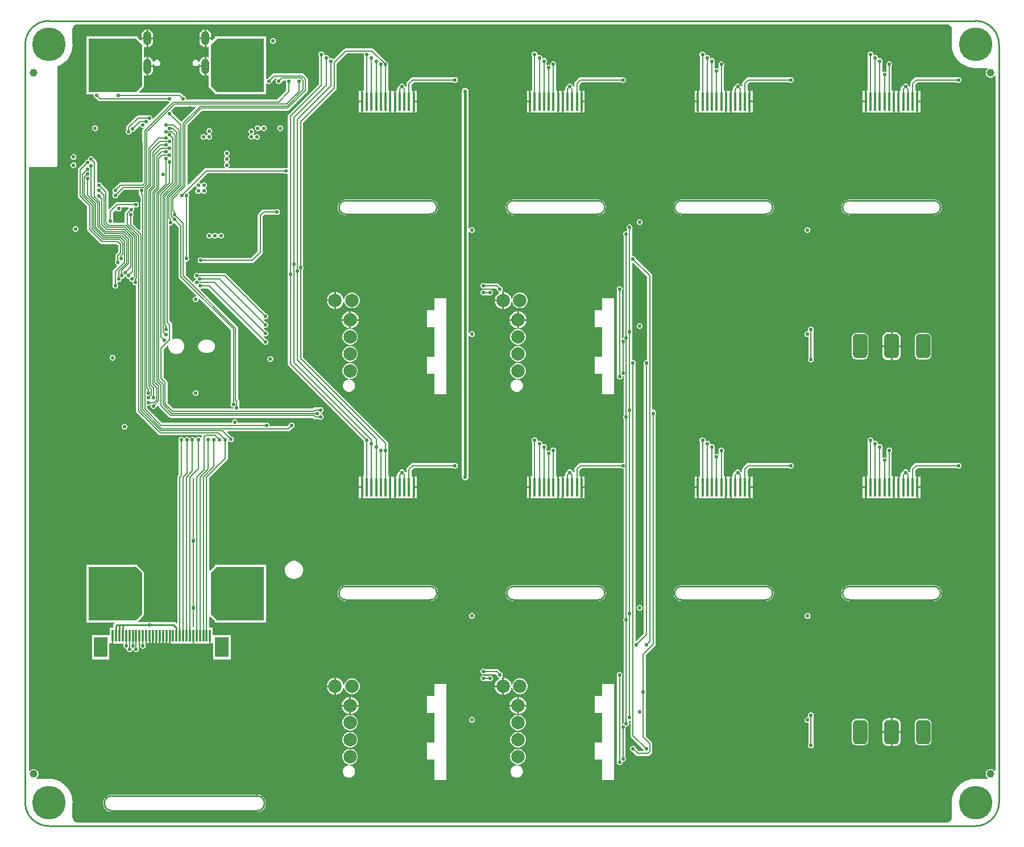
<source format=gbl>
G04*
G04 #@! TF.GenerationSoftware,Altium Limited,Altium Designer,22.2.1 (43)*
G04*
G04 Layer_Physical_Order=4*
G04 Layer_Color=16711680*
%FSLAX44Y44*%
%MOMM*%
G71*
G04*
G04 #@! TF.SameCoordinates,A4FAE18D-661E-41B9-AA1C-1E8D17E7CC58*
G04*
G04*
G04 #@! TF.FilePolarity,Positive*
G04*
G01*
G75*
%ADD12C,0.2540*%
%ADD18C,0.1524*%
%ADD119C,0.3810*%
G04:AMPARAMS|DCode=128|XSize=3.6mm|YSize=2.2mm|CornerRadius=0.55mm|HoleSize=0mm|Usage=FLASHONLY|Rotation=90.000|XOffset=0mm|YOffset=0mm|HoleType=Round|Shape=RoundedRectangle|*
%AMROUNDEDRECTD128*
21,1,3.6000,1.1000,0,0,90.0*
21,1,2.5000,2.2000,0,0,90.0*
1,1,1.1000,0.5500,1.2500*
1,1,1.1000,0.5500,-1.2500*
1,1,1.1000,-0.5500,-1.2500*
1,1,1.1000,-0.5500,1.2500*
%
%ADD128ROUNDEDRECTD128*%
%ADD129C,2.0000*%
%ADD130O,1.2000X2.1000*%
%ADD131O,1.2000X2.3000*%
%ADD132C,1.1520*%
%ADD133C,5.0000*%
%ADD134C,0.6200*%
%ADD135C,0.5500*%
%ADD136R,0.3200X1.8000*%
%ADD137R,2.0000X3.0000*%
%ADD138R,0.4000X2.7000*%
%ADD139R,7.0000X8.0000*%
%ADD140R,6.0000X6.0000*%
G36*
X647500Y594640D02*
X649348Y594397D01*
X651070Y593684D01*
X652549Y592549D01*
X653683Y591070D01*
X654397Y589348D01*
X654640Y587500D01*
X654651D01*
Y565000D01*
X654651Y565000D01*
X654597D01*
X655033Y559462D01*
X656330Y554060D01*
X658456Y548927D01*
X661358Y544190D01*
X664966Y539966D01*
X669191Y536358D01*
X673927Y533456D01*
X679060Y531330D01*
X684462Y530033D01*
X690000Y529597D01*
Y529651D01*
X690000Y529651D01*
X707778D01*
X708119Y528381D01*
X708027Y528329D01*
X706671Y526973D01*
X705712Y525312D01*
X705216Y523459D01*
Y521541D01*
X705712Y519688D01*
X706671Y518027D01*
X708027Y516671D01*
X709688Y515712D01*
X711541Y515216D01*
X713459D01*
X715312Y515712D01*
X716973Y516671D01*
X718329Y518027D01*
X718381Y518119D01*
X719651Y517778D01*
X719651Y-517778D01*
X718381Y-518119D01*
X718329Y-518027D01*
X716973Y-516671D01*
X715312Y-515712D01*
X713459Y-515216D01*
X711541D01*
X709688Y-515712D01*
X708027Y-516671D01*
X706671Y-518027D01*
X705712Y-519688D01*
X705216Y-521541D01*
Y-523459D01*
X705712Y-525312D01*
X706671Y-526973D01*
X708027Y-528329D01*
X708119Y-528381D01*
X707778Y-529651D01*
X690000D01*
X690000Y-529651D01*
Y-529597D01*
X684462Y-530033D01*
X679060Y-531330D01*
X673927Y-533456D01*
X669191Y-536358D01*
X664966Y-539966D01*
X661358Y-544190D01*
X658456Y-548927D01*
X656330Y-554060D01*
X655033Y-559462D01*
X654597Y-565000D01*
X654651D01*
X654651Y-565000D01*
Y-587500D01*
X654640D01*
X654397Y-589348D01*
X653683Y-591070D01*
X652549Y-592549D01*
X651070Y-593684D01*
X649348Y-594397D01*
X647500Y-594640D01*
Y-594651D01*
X-646230Y-594651D01*
X-647500Y-594640D01*
X-647500Y-594640D01*
X-647500Y-594640D01*
X-649348Y-594397D01*
X-651070Y-593684D01*
X-652549Y-592549D01*
X-653683Y-591070D01*
X-654397Y-589348D01*
X-654640Y-587500D01*
X-654651D01*
Y-565000D01*
X-654651Y-565000D01*
X-654597D01*
X-655033Y-559462D01*
X-656330Y-554060D01*
X-658456Y-548927D01*
X-661358Y-544190D01*
X-664966Y-539966D01*
X-669191Y-536358D01*
X-673927Y-533456D01*
X-679060Y-531330D01*
X-684462Y-530033D01*
X-690000Y-529597D01*
Y-529651D01*
X-690000Y-529651D01*
X-707778D01*
X-708119Y-528381D01*
X-708027Y-528329D01*
X-706671Y-526973D01*
X-705712Y-525312D01*
X-705216Y-523459D01*
Y-521541D01*
X-705712Y-519688D01*
X-706671Y-518027D01*
X-708027Y-516671D01*
X-709688Y-515712D01*
X-711541Y-515216D01*
X-713459D01*
X-715312Y-515712D01*
X-716973Y-516671D01*
X-718329Y-518027D01*
X-718381Y-518119D01*
X-719651Y-517778D01*
X-719651Y382151D01*
X-680000D01*
X-678910Y382368D01*
X-677986Y382986D01*
X-677368Y383910D01*
X-677151Y385000D01*
Y410000D01*
Y422000D01*
Y532120D01*
X-673927Y533456D01*
X-669191Y536358D01*
X-664966Y539966D01*
X-661358Y544190D01*
X-658456Y548927D01*
X-656330Y554060D01*
X-655033Y559462D01*
X-654597Y565000D01*
X-654651D01*
Y587500D01*
X-654640D01*
X-654397Y589348D01*
X-653683Y591070D01*
X-652549Y592549D01*
X-651070Y593684D01*
X-649348Y594397D01*
X-647500Y594640D01*
Y594651D01*
X647500Y594651D01*
Y594640D01*
D02*
G37*
%LPC*%
G36*
X-455530Y586946D02*
Y575270D01*
X-448186D01*
Y578500D01*
X-448480Y580729D01*
X-449340Y582807D01*
X-450709Y584591D01*
X-452493Y585960D01*
X-454571Y586820D01*
X-455530Y586946D01*
D02*
G37*
G36*
X-541930D02*
Y575270D01*
X-534586D01*
Y578500D01*
X-534880Y580729D01*
X-535740Y582807D01*
X-537109Y584591D01*
X-538893Y585960D01*
X-540971Y586820D01*
X-541930Y586946D01*
D02*
G37*
G36*
X-544470D02*
X-545429Y586820D01*
X-547507Y585960D01*
X-549291Y584591D01*
X-550660Y582807D01*
X-551520Y580729D01*
X-551814Y578500D01*
Y575270D01*
X-544470D01*
Y586946D01*
D02*
G37*
G36*
X-458070D02*
X-459029Y586820D01*
X-461107Y585960D01*
X-462891Y584591D01*
X-464260Y582807D01*
X-465120Y580729D01*
X-465414Y578500D01*
Y575270D01*
X-458070D01*
Y586946D01*
D02*
G37*
G36*
X-438750Y576608D02*
X-439500D01*
X-439800Y576548D01*
X-442548D01*
Y574847D01*
X-446916Y570479D01*
X-448186Y571005D01*
Y572730D01*
X-455530D01*
Y561054D01*
X-454571Y561180D01*
X-453128Y561777D01*
X-451858Y561017D01*
Y546184D01*
X-453128Y545423D01*
X-454571Y546020D01*
X-455530Y546147D01*
Y532200D01*
Y518254D01*
X-454571Y518380D01*
X-453128Y518978D01*
X-451858Y518217D01*
Y502750D01*
X-451621Y501561D01*
X-450947Y500552D01*
X-442548Y492153D01*
Y490452D01*
X-439800D01*
X-439500Y490392D01*
X-438750D01*
X-438450Y490452D01*
X-366452D01*
Y506112D01*
X-365182Y506638D01*
X-364921Y506377D01*
X-363350Y505726D01*
X-361650D01*
X-360079Y506377D01*
X-358877Y507579D01*
X-358487Y508519D01*
X-352891Y514115D01*
X-351225D01*
X-350699Y512845D01*
X-351123Y512421D01*
X-351774Y510850D01*
Y509150D01*
X-351123Y507579D01*
X-349921Y506377D01*
X-348350Y505726D01*
X-346650D01*
X-345079Y506377D01*
X-343877Y507579D01*
X-343487Y508519D01*
X-340891Y511115D01*
X-336951D01*
X-336774Y510850D01*
Y509150D01*
X-336385Y508210D01*
Y496109D01*
X-349609Y482885D01*
X-485549D01*
X-485726Y483150D01*
Y484850D01*
X-486377Y486421D01*
X-487579Y487623D01*
X-488519Y488013D01*
X-492253Y491747D01*
X-493513Y492589D01*
X-495000Y492885D01*
X-555061D01*
X-555547Y494058D01*
X-549053Y500552D01*
X-548379Y501561D01*
X-548142Y502750D01*
Y518217D01*
X-546872Y518978D01*
X-545429Y518380D01*
X-544470Y518254D01*
Y532200D01*
Y546147D01*
X-545429Y546020D01*
X-546872Y545423D01*
X-548142Y546184D01*
Y561017D01*
X-546872Y561777D01*
X-545429Y561180D01*
X-544470Y561054D01*
Y572730D01*
X-551814D01*
Y571005D01*
X-553084Y570479D01*
X-557452Y574847D01*
Y576548D01*
X-560200D01*
X-560500Y576608D01*
X-561250D01*
X-561550Y576548D01*
X-633548D01*
Y490452D01*
X-623326D01*
X-622924Y489850D01*
Y488150D01*
X-622273Y486579D01*
X-621071Y485377D01*
X-620131Y484987D01*
X-616397Y481253D01*
X-615137Y480411D01*
X-613650Y480115D01*
X-511790D01*
X-510850Y479726D01*
X-510564D01*
X-510038Y478456D01*
X-534535Y453958D01*
X-535726Y454564D01*
Y455850D01*
X-536377Y457421D01*
X-537579Y458623D01*
X-539150Y459274D01*
X-540850D01*
X-541790Y458885D01*
X-557000D01*
X-558487Y458589D01*
X-559747Y457747D01*
X-573747Y443747D01*
X-574589Y442487D01*
X-574885Y441000D01*
Y436790D01*
X-575274Y435850D01*
Y434150D01*
X-574623Y432579D01*
X-573421Y431377D01*
X-571850Y430726D01*
X-570150D01*
X-568579Y431377D01*
X-567377Y432579D01*
X-566880Y433778D01*
X-565850Y434726D01*
X-564150D01*
X-562579Y435377D01*
X-561377Y436579D01*
X-560987Y437519D01*
X-555270Y443236D01*
X-553772Y442938D01*
X-553623Y442579D01*
X-552421Y441377D01*
X-550850Y440726D01*
X-549564D01*
X-548958Y439535D01*
X-549747Y438747D01*
X-550589Y437487D01*
X-550885Y436000D01*
Y359609D01*
X-551609Y358885D01*
X-583000D01*
X-584487Y358589D01*
X-585747Y357747D01*
X-592481Y351013D01*
X-593421Y350623D01*
X-594623Y349421D01*
X-595274Y347850D01*
Y346150D01*
X-594623Y344579D01*
X-593544Y343500D01*
X-594623Y342421D01*
X-595274Y340850D01*
Y339150D01*
X-594623Y337579D01*
X-593421Y336377D01*
X-591850Y335726D01*
X-590150D01*
X-588579Y336377D01*
X-587377Y337579D01*
X-586987Y338519D01*
X-577391Y348115D01*
X-556451D01*
X-556274Y347850D01*
Y346150D01*
X-555885Y345210D01*
Y342000D01*
X-555589Y340513D01*
X-554747Y339253D01*
X-553885Y338391D01*
Y289038D01*
X-555058Y288552D01*
X-564115Y297609D01*
Y309210D01*
X-563726Y310150D01*
Y311850D01*
X-564377Y313421D01*
X-564833Y313877D01*
X-564846Y313898D01*
X-564579Y315377D01*
X-563377Y316579D01*
X-562726Y318150D01*
Y319850D01*
X-563138Y320845D01*
X-562412Y322115D01*
X-561790D01*
X-560850Y321726D01*
X-559150D01*
X-557579Y322377D01*
X-556377Y323579D01*
X-555726Y325150D01*
Y326850D01*
X-556377Y328421D01*
X-557579Y329623D01*
X-559150Y330274D01*
X-560850D01*
X-561790Y329885D01*
X-588000D01*
X-589487Y329589D01*
X-590747Y328747D01*
X-599845Y319648D01*
X-601115Y320174D01*
Y345000D01*
X-601411Y346487D01*
X-602253Y347747D01*
X-610987Y356481D01*
X-611377Y357421D01*
X-612579Y358623D01*
X-614150Y359274D01*
X-615850D01*
X-616845Y358862D01*
X-618115Y359588D01*
Y389000D01*
X-618411Y390487D01*
X-619253Y391747D01*
X-622987Y395481D01*
X-623377Y396421D01*
X-624579Y397623D01*
X-626150Y398274D01*
X-627850D01*
X-629421Y397623D01*
X-630623Y396421D01*
X-631274Y394850D01*
Y393274D01*
X-632850D01*
X-634421Y392623D01*
X-635623Y391421D01*
X-636013Y390481D01*
X-645747Y380747D01*
X-646589Y379487D01*
X-646885Y378000D01*
Y338757D01*
X-646589Y337271D01*
X-645747Y336011D01*
X-632685Y322948D01*
Y288870D01*
X-632389Y287383D01*
X-631547Y286123D01*
X-613877Y268453D01*
X-612617Y267611D01*
X-611130Y267315D01*
X-588809D01*
X-586885Y265391D01*
Y255609D01*
X-589747Y252747D01*
X-590589Y251487D01*
X-590885Y250000D01*
Y241790D01*
X-591274Y240850D01*
Y239150D01*
X-590623Y237579D01*
X-589421Y236377D01*
X-588355Y235935D01*
X-587941Y234553D01*
X-593747Y228747D01*
X-594589Y227487D01*
X-594885Y226000D01*
Y206790D01*
X-595274Y205850D01*
Y204150D01*
X-594623Y202579D01*
X-593421Y201377D01*
X-591850Y200726D01*
X-590150D01*
X-588579Y201377D01*
X-587377Y202579D01*
X-586726Y204150D01*
Y205850D01*
X-587115Y206790D01*
Y210549D01*
X-586850Y210726D01*
X-585150D01*
X-583579Y211377D01*
X-582377Y212579D01*
X-581726Y214150D01*
Y215726D01*
X-580150D01*
X-578579Y216377D01*
X-577377Y217579D01*
X-576726Y219150D01*
Y220726D01*
X-575274D01*
Y219150D01*
X-574623Y217579D01*
X-573421Y216377D01*
X-571850Y215726D01*
X-570274D01*
Y214150D01*
X-569623Y212579D01*
X-568421Y211377D01*
X-566850Y210726D01*
X-565274D01*
Y209150D01*
X-564623Y207579D01*
X-563421Y206377D01*
X-561850Y205726D01*
X-560150D01*
X-559885Y205549D01*
Y18000D01*
X-559589Y16514D01*
X-558747Y15253D01*
X-526747Y-16747D01*
X-525487Y-17589D01*
X-524000Y-17885D01*
X-463163D01*
X-462417Y-19155D01*
X-462635Y-20250D01*
Y-20894D01*
X-463905Y-21287D01*
X-464829Y-20363D01*
X-466400Y-19712D01*
X-468100D01*
X-469671Y-20363D01*
X-470873Y-21565D01*
X-470996Y-21862D01*
X-472371D01*
X-472377Y-21848D01*
X-473579Y-20645D01*
X-475150Y-19994D01*
X-476850D01*
X-478421Y-20645D01*
X-479197Y-21421D01*
X-479972Y-21729D01*
X-480828Y-21438D01*
X-481579Y-20688D01*
X-483150Y-20037D01*
X-484850D01*
X-486421Y-20688D01*
X-487623Y-21890D01*
X-487691Y-22054D01*
X-489066D01*
X-489127Y-21907D01*
X-490329Y-20705D01*
X-491900Y-20054D01*
X-493600D01*
X-495171Y-20705D01*
X-496373Y-21907D01*
X-497024Y-23478D01*
Y-25178D01*
X-496635Y-26118D01*
Y-76291D01*
X-497597Y-77253D01*
X-498439Y-78513D01*
X-498735Y-80000D01*
Y-297630D01*
X-499908Y-298116D01*
X-500887Y-297137D01*
X-502315Y-296182D01*
X-504000Y-295847D01*
X-556801D01*
X-557182Y-294577D01*
X-549053Y-286448D01*
X-548379Y-285439D01*
X-548142Y-284250D01*
Y-222750D01*
X-548379Y-221561D01*
X-549053Y-220553D01*
X-557452Y-212153D01*
Y-210452D01*
X-560200D01*
X-560500Y-210392D01*
X-561250D01*
X-561550Y-210452D01*
X-633548D01*
Y-296548D01*
X-592682D01*
X-592156Y-297818D01*
X-592963Y-298625D01*
X-593918Y-300053D01*
X-594253Y-301738D01*
Y-303952D01*
X-594498D01*
Y-304460D01*
X-598990D01*
Y-314456D01*
X-599652Y-315452D01*
X-600260Y-315452D01*
X-625748D01*
Y-351548D01*
X-599652D01*
Y-328536D01*
X-598990Y-327540D01*
X-598382Y-327540D01*
X-596120D01*
Y-316000D01*
X-594498D01*
Y-327540D01*
X-594498D01*
Y-328048D01*
X-578735D01*
Y-329701D01*
X-579024Y-330400D01*
Y-332100D01*
X-578373Y-333671D01*
X-577171Y-334873D01*
X-575600Y-335524D01*
X-574275D01*
X-574124Y-335750D01*
Y-337450D01*
X-573473Y-339021D01*
X-572271Y-340223D01*
X-570700Y-340874D01*
X-569000D01*
X-567429Y-340223D01*
X-566227Y-339021D01*
X-565576Y-337450D01*
Y-337195D01*
X-564306Y-336596D01*
X-564124Y-336746D01*
Y-337450D01*
X-563473Y-339021D01*
X-562271Y-340223D01*
X-560700Y-340874D01*
X-559000D01*
X-557429Y-340223D01*
X-556227Y-339021D01*
X-555576Y-337450D01*
Y-335750D01*
X-555965Y-334810D01*
Y-329002D01*
X-555202Y-328048D01*
X-555005D01*
X-553735Y-329002D01*
Y-329701D01*
X-554024Y-330400D01*
Y-332100D01*
X-553373Y-333671D01*
X-552171Y-334873D01*
X-550600Y-335524D01*
X-548900D01*
X-547329Y-334873D01*
X-546127Y-333671D01*
X-545476Y-332100D01*
Y-330400D01*
X-545924Y-329318D01*
X-545476Y-328048D01*
X-545202D01*
Y-327540D01*
X-541120D01*
Y-316000D01*
X-538580D01*
Y-327540D01*
X-536120D01*
Y-316000D01*
X-533580D01*
Y-327540D01*
X-531120D01*
Y-316000D01*
X-528580D01*
Y-327540D01*
X-526120D01*
Y-316000D01*
X-523580D01*
Y-327540D01*
X-521120D01*
Y-316000D01*
X-518580D01*
Y-327540D01*
X-516120D01*
Y-316000D01*
X-513580D01*
Y-327540D01*
X-511120D01*
Y-316000D01*
X-509499D01*
Y-327540D01*
X-509498D01*
Y-328048D01*
X-475202D01*
Y-328048D01*
X-474498D01*
Y-328048D01*
X-450202D01*
Y-328048D01*
X-449694Y-327540D01*
X-445710Y-327540D01*
X-445048Y-328536D01*
Y-351548D01*
X-418952D01*
Y-315452D01*
X-444440D01*
X-445048Y-315452D01*
X-445710Y-314456D01*
Y-304460D01*
X-450202D01*
Y-303952D01*
X-450965D01*
Y-288225D01*
X-449696Y-287699D01*
X-442548Y-294847D01*
Y-296548D01*
X-439800D01*
X-439500Y-296608D01*
X-438750D01*
X-438450Y-296548D01*
X-366452D01*
Y-210452D01*
X-438450D01*
X-438750Y-210392D01*
X-439500D01*
X-439800Y-210452D01*
X-442548D01*
Y-212153D01*
X-449696Y-219301D01*
X-450965Y-218775D01*
Y-81609D01*
X-424503Y-55147D01*
X-423661Y-53886D01*
X-423365Y-52400D01*
Y-26445D01*
X-422251Y-26158D01*
X-422095Y-26153D01*
X-420921Y-27327D01*
X-419350Y-27978D01*
X-417650D01*
X-416079Y-27327D01*
X-414877Y-26125D01*
X-414226Y-24554D01*
Y-22854D01*
X-414877Y-21283D01*
X-416079Y-20081D01*
X-417019Y-19691D01*
X-423652Y-13058D01*
X-423166Y-11885D01*
X-333120D01*
X-331634Y-11589D01*
X-330373Y-10747D01*
X-326519Y-6892D01*
X-325579Y-6503D01*
X-324377Y-5301D01*
X-323726Y-3730D01*
Y-2030D01*
X-324377Y-459D01*
X-325579Y743D01*
X-327150Y1394D01*
X-328850D01*
X-330421Y743D01*
X-331623Y-459D01*
X-332013Y-1399D01*
X-334729Y-4115D01*
X-360969D01*
X-361226Y-3730D01*
Y-2030D01*
X-361877Y-459D01*
X-363079Y743D01*
X-364650Y1394D01*
X-366350D01*
X-367290Y1005D01*
X-408726D01*
Y2449D01*
X-409377Y4020D01*
X-410579Y5222D01*
X-412150Y5873D01*
X-413850D01*
X-415421Y5222D01*
X-416623Y4020D01*
X-417274Y2449D01*
Y1005D01*
X-521269D01*
X-543115Y22852D01*
Y26549D01*
X-542850Y26726D01*
X-541150D01*
X-540210Y27115D01*
X-538451D01*
X-538274Y26850D01*
Y25150D01*
X-537623Y23579D01*
X-536421Y22377D01*
X-534850Y21726D01*
X-533150D01*
X-531579Y22377D01*
X-530377Y23579D01*
X-529987Y24519D01*
X-528108Y26398D01*
X-526730Y25980D01*
X-526589Y25271D01*
X-525747Y24011D01*
X-510989Y9253D01*
X-509729Y8411D01*
X-508243Y8115D01*
X-296609D01*
X-295747Y7253D01*
X-294487Y6411D01*
X-293000Y6115D01*
X-286790D01*
X-285850Y5726D01*
X-284150D01*
X-282579Y6377D01*
X-281377Y7579D01*
X-280726Y9150D01*
Y10850D01*
X-281377Y12421D01*
X-282579Y13623D01*
X-284150Y14274D01*
X-285726D01*
Y15726D01*
X-284150D01*
X-282579Y16377D01*
X-281377Y17579D01*
X-280726Y19150D01*
Y20850D01*
X-281377Y22421D01*
X-282579Y23623D01*
X-284150Y24274D01*
X-285850D01*
X-286790Y23885D01*
X-293000D01*
X-294487Y23589D01*
X-295747Y22747D01*
X-296609Y21885D01*
X-405549D01*
X-405726Y22150D01*
Y23850D01*
X-406115Y24790D01*
Y33000D01*
X-406411Y34487D01*
X-407253Y35747D01*
X-408115Y36609D01*
Y142000D01*
X-408411Y143487D01*
X-409253Y144747D01*
X-464059Y199553D01*
X-463571Y200861D01*
X-462958Y201115D01*
X-452709D01*
X-371463Y119869D01*
X-371073Y118929D01*
X-369871Y117727D01*
X-368300Y117076D01*
X-366600D01*
X-365029Y117727D01*
X-363827Y118929D01*
X-363176Y120500D01*
Y122200D01*
X-363827Y123771D01*
X-365029Y124973D01*
X-365969Y125363D01*
X-369508Y128902D01*
X-368788Y129978D01*
X-368300Y129776D01*
X-366600D01*
X-365029Y130427D01*
X-363827Y131629D01*
X-363176Y133200D01*
Y134900D01*
X-363827Y136471D01*
X-365029Y137673D01*
X-365969Y138063D01*
X-369508Y141602D01*
X-368788Y142678D01*
X-368300Y142476D01*
X-366600D01*
X-365029Y143127D01*
X-363827Y144329D01*
X-363176Y145900D01*
Y147600D01*
X-363827Y149171D01*
X-365029Y150373D01*
X-365969Y150763D01*
X-369508Y154302D01*
X-368788Y155378D01*
X-368300Y155176D01*
X-366600D01*
X-365029Y155827D01*
X-363827Y157029D01*
X-363176Y158600D01*
Y160300D01*
X-363827Y161871D01*
X-365029Y163073D01*
X-365969Y163463D01*
X-425253Y222747D01*
X-426513Y223589D01*
X-428000Y223885D01*
X-468210D01*
X-469150Y224274D01*
X-470850D01*
X-472421Y223623D01*
X-473623Y222421D01*
X-474274Y220850D01*
Y219150D01*
X-473623Y217579D01*
X-472421Y216377D01*
X-470850Y215726D01*
X-469274D01*
Y214274D01*
X-470850D01*
X-472421Y213623D01*
X-473623Y212421D01*
X-474065Y211355D01*
X-475447Y210941D01*
X-486115Y221609D01*
Y240336D01*
X-485134Y241142D01*
X-485000Y241115D01*
X-483513Y241411D01*
X-482253Y242253D01*
X-481411Y243513D01*
X-481403Y243552D01*
X-481377Y243579D01*
X-480726Y245150D01*
Y246850D01*
X-481115Y247790D01*
Y338210D01*
X-480726Y339150D01*
Y340850D01*
X-481377Y342421D01*
X-482579Y343623D01*
X-482629Y343877D01*
X-472917Y353590D01*
X-471419Y353292D01*
X-471123Y352579D01*
X-469921Y351377D01*
X-469743Y351303D01*
Y349928D01*
X-469921Y349854D01*
X-471123Y348652D01*
X-471774Y347081D01*
Y345381D01*
X-471123Y343810D01*
X-469921Y342608D01*
X-468350Y341957D01*
X-466650D01*
X-465079Y342608D01*
X-463877Y343810D01*
X-463803Y343988D01*
X-462428D01*
X-462355Y343810D01*
X-461152Y342608D01*
X-459581Y341957D01*
X-457881D01*
X-456310Y342608D01*
X-455108Y343810D01*
X-454457Y345381D01*
Y347081D01*
X-455108Y348652D01*
X-456310Y349854D01*
X-456488Y349928D01*
Y351303D01*
X-456310Y351377D01*
X-455108Y352579D01*
X-454457Y354150D01*
Y355850D01*
X-455108Y357421D01*
X-456310Y358623D01*
X-457881Y359274D01*
X-459581D01*
X-461152Y358623D01*
X-462355Y357421D01*
X-462428Y357243D01*
X-463803D01*
X-463877Y357421D01*
X-465079Y358623D01*
X-465792Y358918D01*
X-466090Y360417D01*
X-453891Y372615D01*
X-338790D01*
X-337850Y372226D01*
X-336150D01*
X-335155Y372638D01*
X-333885Y371912D01*
Y223790D01*
X-334274Y222850D01*
Y221150D01*
X-333885Y220210D01*
Y88500D01*
X-333589Y87013D01*
X-332747Y85753D01*
X-220513Y-26481D01*
X-220385Y-26790D01*
Y-78652D01*
X-221548D01*
Y-79160D01*
X-222230D01*
Y-95200D01*
Y-111240D01*
X-221548D01*
Y-111748D01*
X-183452D01*
Y-111240D01*
X-182770D01*
Y-95200D01*
Y-79160D01*
X-183452D01*
Y-78652D01*
X-184615D01*
Y-41790D01*
X-184226Y-40850D01*
Y-39150D01*
X-184615Y-38210D01*
Y-29500D01*
X-184911Y-28013D01*
X-185753Y-26753D01*
X-311115Y98609D01*
Y230210D01*
X-310726Y231150D01*
Y232850D01*
X-311115Y233790D01*
X-311115Y448391D01*
X-262253Y497253D01*
X-261411Y498513D01*
X-261115Y500000D01*
Y536391D01*
X-246391Y551115D01*
X-220951D01*
X-220774Y550850D01*
Y549150D01*
X-220385Y548210D01*
Y496348D01*
X-221548D01*
Y495840D01*
X-222230D01*
Y479800D01*
Y463760D01*
X-221548D01*
Y463252D01*
X-183452D01*
Y463760D01*
X-182770D01*
Y479800D01*
Y495840D01*
X-183452D01*
Y496348D01*
X-184615D01*
Y533210D01*
X-184226Y534150D01*
Y535850D01*
X-184877Y537421D01*
X-186079Y538623D01*
X-187019Y539013D01*
X-205753Y557747D01*
X-207013Y558589D01*
X-208500Y558885D01*
X-248000D01*
X-249487Y558589D01*
X-250747Y557747D01*
X-266123Y542371D01*
X-266377Y542421D01*
X-267579Y543623D01*
X-269150Y544274D01*
X-270850D01*
X-271519Y543997D01*
X-272726Y544872D01*
Y545850D01*
X-273377Y547421D01*
X-274579Y548623D01*
X-276150Y549274D01*
X-277850D01*
X-278519Y548997D01*
X-279726Y549872D01*
Y550850D01*
X-280377Y552421D01*
X-281579Y553623D01*
X-283150Y554274D01*
X-284850D01*
X-286421Y553623D01*
X-287623Y552421D01*
X-288274Y550850D01*
Y549150D01*
X-287885Y548210D01*
Y505852D01*
X-332747Y460989D01*
X-333589Y459729D01*
X-333885Y458243D01*
Y381088D01*
X-335155Y380362D01*
X-336150Y380774D01*
X-337850D01*
X-338790Y380385D01*
X-421908D01*
X-422301Y381655D01*
X-421377Y382579D01*
X-420726Y384150D01*
Y385850D01*
X-421377Y387421D01*
X-422579Y388623D01*
X-422757Y388697D01*
Y390072D01*
X-422579Y390145D01*
X-421377Y391348D01*
X-420726Y392919D01*
Y394619D01*
X-421377Y396190D01*
X-422579Y397392D01*
X-422757Y397466D01*
Y398840D01*
X-422579Y398914D01*
X-421377Y400117D01*
X-420726Y401688D01*
Y403388D01*
X-421377Y404959D01*
X-422579Y406161D01*
X-424150Y406812D01*
X-425850D01*
X-427421Y406161D01*
X-428623Y404959D01*
X-429274Y403388D01*
Y401688D01*
X-428623Y400117D01*
X-427421Y398914D01*
X-427243Y398840D01*
Y397466D01*
X-427421Y397392D01*
X-428623Y396190D01*
X-429274Y394619D01*
Y392919D01*
X-428623Y391348D01*
X-427421Y390145D01*
X-427243Y390072D01*
Y388697D01*
X-427421Y388623D01*
X-428623Y387421D01*
X-429274Y385850D01*
Y384150D01*
X-428623Y382579D01*
X-427699Y381655D01*
X-428092Y380385D01*
X-455500D01*
X-456987Y380089D01*
X-458247Y379247D01*
X-481942Y355552D01*
X-483115Y356038D01*
Y444391D01*
X-461391Y466115D01*
X-334000D01*
X-332513Y466411D01*
X-331253Y467253D01*
X-305253Y493253D01*
X-304411Y494513D01*
X-304115Y496000D01*
Y513000D01*
X-304411Y514487D01*
X-305253Y515747D01*
X-310253Y520747D01*
X-311513Y521589D01*
X-313000Y521885D01*
X-354500D01*
X-355987Y521589D01*
X-357247Y520747D01*
X-363981Y514013D01*
X-364921Y513623D01*
X-365182Y513362D01*
X-366452Y513888D01*
Y576548D01*
X-438450D01*
X-438750Y576608D01*
D02*
G37*
G36*
X-355150Y574274D02*
X-356850D01*
X-358421Y573623D01*
X-359623Y572421D01*
X-360274Y570850D01*
Y569150D01*
X-359623Y567579D01*
X-358421Y566377D01*
X-356850Y565726D01*
X-355150D01*
X-353579Y566377D01*
X-352377Y567579D01*
X-351726Y569150D01*
Y570850D01*
X-352377Y572421D01*
X-353579Y573623D01*
X-355150Y574274D01*
D02*
G37*
G36*
X-534586Y572730D02*
X-541930D01*
Y561054D01*
X-540971Y561180D01*
X-538893Y562040D01*
X-537109Y563409D01*
X-535740Y565193D01*
X-534880Y567271D01*
X-534586Y569500D01*
Y572730D01*
D02*
G37*
G36*
X-458070D02*
X-465414D01*
Y569500D01*
X-465120Y567271D01*
X-464260Y565193D01*
X-462891Y563409D01*
X-461107Y562040D01*
X-459029Y561180D01*
X-458070Y561054D01*
Y572730D01*
D02*
G37*
G36*
Y546147D02*
X-459029Y546020D01*
X-461107Y545160D01*
X-462891Y543791D01*
X-464260Y542007D01*
X-465120Y539929D01*
X-465257Y538888D01*
X-466561Y538717D01*
X-467053Y539904D01*
X-468396Y541247D01*
X-470150Y541974D01*
X-472050D01*
X-473804Y541247D01*
X-475147Y539904D01*
X-475874Y538150D01*
Y536250D01*
X-475147Y534496D01*
X-473804Y533153D01*
X-472050Y532426D01*
X-470150D01*
X-468396Y533153D01*
X-467053Y534496D01*
X-466684Y535387D01*
X-465414Y535134D01*
Y533470D01*
X-458070D01*
Y546147D01*
D02*
G37*
G36*
X-541930D02*
Y533470D01*
X-534586D01*
Y535134D01*
X-533316Y535387D01*
X-532947Y534496D01*
X-531604Y533153D01*
X-529850Y532426D01*
X-527950D01*
X-526196Y533153D01*
X-524853Y534496D01*
X-524126Y536250D01*
Y538150D01*
X-524853Y539904D01*
X-526196Y541247D01*
X-527950Y541974D01*
X-529850D01*
X-531604Y541247D01*
X-532947Y539904D01*
X-533439Y538717D01*
X-534743Y538888D01*
X-534880Y539929D01*
X-535740Y542007D01*
X-537109Y543791D01*
X-538893Y545160D01*
X-540971Y546020D01*
X-541930Y546147D01*
D02*
G37*
G36*
X-534586Y530930D02*
X-541930D01*
Y518254D01*
X-540971Y518380D01*
X-538893Y519240D01*
X-537109Y520609D01*
X-535740Y522393D01*
X-534880Y524471D01*
X-534586Y526700D01*
Y530930D01*
D02*
G37*
G36*
X-458070Y530930D02*
X-465414D01*
Y526700D01*
X-465120Y524471D01*
X-464260Y522393D01*
X-462891Y520609D01*
X-461107Y519240D01*
X-459029Y518380D01*
X-458070Y518254D01*
Y530930D01*
D02*
G37*
G36*
X665850Y516274D02*
X664150D01*
X663210Y515885D01*
X602000D01*
X600513Y515589D01*
X599253Y514747D01*
X593753Y509247D01*
X592911Y507987D01*
X592615Y506500D01*
Y502674D01*
X591345Y502148D01*
X590013Y503481D01*
X589623Y504421D01*
X588421Y505623D01*
X586850Y506274D01*
X585150D01*
X583579Y505623D01*
X582377Y504421D01*
X581987Y503481D01*
X579753Y501247D01*
X578911Y499987D01*
X578615Y498500D01*
Y496348D01*
X577452D01*
Y495840D01*
X576770D01*
Y479800D01*
Y463760D01*
X577452D01*
Y463252D01*
X601548D01*
Y463760D01*
X602230D01*
Y479800D01*
Y495840D01*
X601548D01*
Y496348D01*
X600385D01*
Y504891D01*
X603609Y508115D01*
X663210D01*
X664150Y507726D01*
X665850D01*
X667421Y508377D01*
X668623Y509579D01*
X669274Y511150D01*
Y512850D01*
X668623Y514421D01*
X667421Y515623D01*
X665850Y516274D01*
D02*
G37*
G36*
X415850D02*
X414150D01*
X413210Y515885D01*
X352000D01*
X350513Y515589D01*
X349253Y514747D01*
X343753Y509247D01*
X342911Y507987D01*
X342615Y506500D01*
Y502674D01*
X341345Y502148D01*
X340013Y503481D01*
X339623Y504421D01*
X338421Y505623D01*
X336850Y506274D01*
X335150D01*
X333579Y505623D01*
X332377Y504421D01*
X331987Y503481D01*
X329753Y501247D01*
X328911Y499987D01*
X328615Y498500D01*
Y496348D01*
X327452D01*
Y495840D01*
X326770D01*
Y479800D01*
Y463760D01*
X327452D01*
Y463252D01*
X351548D01*
Y463760D01*
X352230D01*
Y479800D01*
Y495840D01*
X351548D01*
Y496348D01*
X350385D01*
Y504891D01*
X353609Y508115D01*
X413210D01*
X414150Y507726D01*
X415850D01*
X417421Y508377D01*
X418623Y509579D01*
X419274Y511150D01*
Y512850D01*
X418623Y514421D01*
X417421Y515623D01*
X415850Y516274D01*
D02*
G37*
G36*
X165850D02*
X164150D01*
X163210Y515885D01*
X102000D01*
X100513Y515589D01*
X99253Y514747D01*
X93753Y509247D01*
X92911Y507987D01*
X92615Y506500D01*
Y502674D01*
X91345Y502148D01*
X90013Y503481D01*
X89623Y504421D01*
X88421Y505623D01*
X86850Y506274D01*
X85150D01*
X83579Y505623D01*
X82377Y504421D01*
X81987Y503481D01*
X79753Y501247D01*
X78911Y499987D01*
X78615Y498500D01*
Y496348D01*
X77452D01*
Y495840D01*
X76770D01*
Y479800D01*
Y463760D01*
X77452D01*
Y463252D01*
X101548D01*
Y463760D01*
X102230D01*
Y479800D01*
Y495840D01*
X101548D01*
Y496348D01*
X100385D01*
Y504891D01*
X103609Y508115D01*
X163210D01*
X164150Y507726D01*
X165850D01*
X167421Y508377D01*
X168623Y509579D01*
X169274Y511150D01*
Y512850D01*
X168623Y514421D01*
X167421Y515623D01*
X165850Y516274D01*
D02*
G37*
G36*
X-84150D02*
X-85850D01*
X-86790Y515885D01*
X-148000D01*
X-149487Y515589D01*
X-150747Y514747D01*
X-156247Y509247D01*
X-157089Y507987D01*
X-157385Y506500D01*
Y502674D01*
X-158655Y502148D01*
X-159987Y503481D01*
X-160377Y504421D01*
X-161579Y505623D01*
X-163150Y506274D01*
X-164850D01*
X-166421Y505623D01*
X-167623Y504421D01*
X-168013Y503481D01*
X-170247Y501247D01*
X-171089Y499987D01*
X-171385Y498500D01*
Y496348D01*
X-172548D01*
Y495840D01*
X-173230D01*
Y479800D01*
Y463760D01*
X-172548D01*
Y463252D01*
X-148452D01*
Y463760D01*
X-147770D01*
Y479800D01*
Y495840D01*
X-148452D01*
Y496348D01*
X-149615D01*
Y504891D01*
X-146391Y508115D01*
X-86790D01*
X-85850Y507726D01*
X-84150D01*
X-82579Y508377D01*
X-81377Y509579D01*
X-80726Y511150D01*
Y512850D01*
X-81377Y514421D01*
X-82579Y515623D01*
X-84150Y516274D01*
D02*
G37*
G36*
X-141960Y495840D02*
X-145230D01*
Y481070D01*
X-141960D01*
Y495840D01*
D02*
G37*
G36*
X275230D02*
X271960D01*
Y481070D01*
X275230D01*
Y495840D01*
D02*
G37*
G36*
X25230D02*
X21960D01*
Y481070D01*
X25230D01*
Y495840D01*
D02*
G37*
G36*
X-224770D02*
X-228040D01*
Y481070D01*
X-224770D01*
Y495840D01*
D02*
G37*
G36*
X525230D02*
X521960D01*
Y481070D01*
X525230D01*
Y495840D01*
D02*
G37*
G36*
X358040D02*
X354770D01*
Y481070D01*
X358040D01*
Y495840D01*
D02*
G37*
G36*
X108040D02*
X104770D01*
Y481070D01*
X108040D01*
Y495840D01*
D02*
G37*
G36*
X608040D02*
X604770D01*
Y481070D01*
X608040D01*
Y495840D01*
D02*
G37*
G36*
Y478530D02*
X604770D01*
Y463760D01*
X608040D01*
Y478530D01*
D02*
G37*
G36*
X574230Y495840D02*
X569770D01*
Y479800D01*
Y463760D01*
X574230D01*
Y479800D01*
Y495840D01*
D02*
G37*
G36*
X525230Y478530D02*
X521960D01*
Y463760D01*
X525230D01*
Y478530D01*
D02*
G37*
G36*
X358040Y478530D02*
X354770D01*
Y463760D01*
X358040D01*
Y478530D01*
D02*
G37*
G36*
X324230Y495840D02*
X319770D01*
Y479800D01*
Y463760D01*
X324230D01*
Y479800D01*
Y495840D01*
D02*
G37*
G36*
X275230Y478530D02*
X271960D01*
Y463760D01*
X275230D01*
Y478530D01*
D02*
G37*
G36*
X108040Y478530D02*
X104770D01*
Y463760D01*
X108040D01*
Y478530D01*
D02*
G37*
G36*
X74230Y495840D02*
X69770D01*
Y479800D01*
Y463760D01*
X74230D01*
Y479800D01*
Y495840D01*
D02*
G37*
G36*
X25230Y478530D02*
X21960D01*
Y463760D01*
X25230D01*
Y478530D01*
D02*
G37*
G36*
X-141960D02*
X-145230D01*
Y463760D01*
X-141960D01*
Y478530D01*
D02*
G37*
G36*
X-175770Y495840D02*
X-180230D01*
Y479800D01*
Y463760D01*
X-175770D01*
Y479800D01*
Y495840D01*
D02*
G37*
G36*
X-224770Y478530D02*
X-228040D01*
Y463760D01*
X-224770D01*
Y478530D01*
D02*
G37*
G36*
X534350Y554274D02*
X532650D01*
X531079Y553623D01*
X529877Y552421D01*
X529226Y550850D01*
Y549150D01*
X529615Y548210D01*
Y496348D01*
X528452D01*
Y495840D01*
X527770D01*
Y479800D01*
Y463760D01*
X528452D01*
Y463252D01*
X566548D01*
Y463760D01*
X567230D01*
Y479800D01*
Y495840D01*
X566548D01*
Y496348D01*
X565385D01*
Y533210D01*
X565774Y534150D01*
Y535850D01*
X565123Y537421D01*
X563921Y538623D01*
X562350Y539274D01*
X560650D01*
X559079Y538623D01*
X557877Y537421D01*
X557226Y535850D01*
Y534150D01*
X557615Y533210D01*
Y524588D01*
X556345Y523862D01*
X555350Y524274D01*
X553650D01*
X552655Y523862D01*
X551385Y524588D01*
Y538210D01*
X551774Y539150D01*
Y540850D01*
X551123Y542421D01*
X549921Y543623D01*
X548350Y544274D01*
X546650D01*
X545980Y543997D01*
X544774Y544872D01*
Y545850D01*
X544123Y547421D01*
X542921Y548623D01*
X541350Y549274D01*
X539650D01*
X538980Y548997D01*
X537774Y549872D01*
Y550850D01*
X537123Y552421D01*
X535921Y553623D01*
X534350Y554274D01*
D02*
G37*
G36*
X284350D02*
X282650D01*
X281079Y553623D01*
X279877Y552421D01*
X279226Y550850D01*
Y549150D01*
X279615Y548210D01*
Y496348D01*
X278452D01*
Y495840D01*
X277770D01*
Y479800D01*
Y463760D01*
X278452D01*
Y463252D01*
X316548D01*
Y463760D01*
X317230D01*
Y479800D01*
Y495840D01*
X316548D01*
Y496348D01*
X315385D01*
Y533210D01*
X315774Y534150D01*
Y535850D01*
X315123Y537421D01*
X313921Y538623D01*
X312350Y539274D01*
X310650D01*
X309079Y538623D01*
X307877Y537421D01*
X307226Y535850D01*
Y534150D01*
X307615Y533210D01*
Y529588D01*
X306345Y528862D01*
X305350Y529274D01*
X303650D01*
X302655Y528862D01*
X301385Y529588D01*
Y538210D01*
X301774Y539150D01*
Y540850D01*
X301123Y542421D01*
X299921Y543623D01*
X298350Y544274D01*
X296650D01*
X295980Y543997D01*
X294774Y544872D01*
Y545850D01*
X294123Y547421D01*
X292921Y548623D01*
X291350Y549274D01*
X289650D01*
X288981Y548997D01*
X287774Y549872D01*
Y550850D01*
X287123Y552421D01*
X285921Y553623D01*
X284350Y554274D01*
D02*
G37*
G36*
X34350D02*
X32650D01*
X31079Y553623D01*
X29877Y552421D01*
X29226Y550850D01*
Y549150D01*
X29615Y548210D01*
Y496348D01*
X28452D01*
Y495840D01*
X27770D01*
Y479800D01*
Y463760D01*
X28452D01*
Y463252D01*
X66548D01*
Y463760D01*
X67230D01*
Y479800D01*
Y495840D01*
X66548D01*
Y496348D01*
X65385D01*
Y533210D01*
X65774Y534150D01*
Y535850D01*
X65123Y537421D01*
X63921Y538623D01*
X62350Y539274D01*
X60650D01*
X59079Y538623D01*
X57877Y537421D01*
X57226Y535850D01*
Y534872D01*
X56019Y533997D01*
X55350Y534274D01*
X53650D01*
X52655Y533862D01*
X51385Y534588D01*
Y538210D01*
X51774Y539150D01*
Y540850D01*
X51123Y542421D01*
X49921Y543623D01*
X48350Y544274D01*
X46650D01*
X45981Y543997D01*
X44774Y544872D01*
Y545850D01*
X44123Y547421D01*
X42921Y548623D01*
X41350Y549274D01*
X39650D01*
X38981Y548997D01*
X37774Y549872D01*
Y550850D01*
X37123Y552421D01*
X35921Y553623D01*
X34350Y554274D01*
D02*
G37*
G36*
X-369150Y444274D02*
X-370850D01*
X-372421Y443623D01*
X-373623Y442421D01*
X-373697Y442243D01*
X-375072D01*
X-375146Y442421D01*
X-376348Y443623D01*
X-377919Y444274D01*
X-379619D01*
X-381190Y443623D01*
X-382392Y442421D01*
X-383043Y440850D01*
Y439150D01*
X-382392Y437579D01*
X-381190Y436377D01*
X-379619Y435726D01*
X-377919D01*
X-376348Y436377D01*
X-375146Y437579D01*
X-375072Y437757D01*
X-373697D01*
X-373623Y437579D01*
X-372421Y436377D01*
X-370850Y435726D01*
X-369150D01*
X-367579Y436377D01*
X-366377Y437579D01*
X-365726Y439150D01*
Y440850D01*
X-366377Y442421D01*
X-367579Y443623D01*
X-369150Y444274D01*
D02*
G37*
G36*
X-620150Y444274D02*
X-621850D01*
X-623421Y443623D01*
X-624623Y442421D01*
X-625274Y440850D01*
Y439150D01*
X-624623Y437579D01*
X-623421Y436377D01*
X-621850Y435726D01*
X-620150D01*
X-618579Y436377D01*
X-617377Y437579D01*
X-616726Y439150D01*
Y440850D01*
X-617377Y442421D01*
X-618579Y443623D01*
X-620150Y444274D01*
D02*
G37*
G36*
X-344150Y444274D02*
X-345850D01*
X-347421Y443623D01*
X-348623Y442421D01*
X-349274Y440850D01*
Y439150D01*
X-348623Y437579D01*
X-347421Y436377D01*
X-345850Y435726D01*
X-344150D01*
X-342579Y436377D01*
X-341376Y437579D01*
X-340726Y439150D01*
Y440850D01*
X-341376Y442421D01*
X-342579Y443623D01*
X-344150Y444274D01*
D02*
G37*
G36*
X-450131Y440043D02*
X-451831D01*
X-453402Y439392D01*
X-454604Y438190D01*
X-455255Y436619D01*
Y434919D01*
X-454604Y433348D01*
X-453402Y432146D01*
X-453224Y432072D01*
Y430697D01*
X-453402Y430623D01*
X-454604Y429421D01*
X-454678Y429243D01*
X-456053D01*
X-456127Y429421D01*
X-457329Y430623D01*
X-458900Y431274D01*
X-460600D01*
X-462171Y430623D01*
X-463373Y429421D01*
X-464024Y427850D01*
Y426150D01*
X-463373Y424579D01*
X-462171Y423377D01*
X-460600Y422726D01*
X-458900D01*
X-457329Y423377D01*
X-456127Y424579D01*
X-456053Y424757D01*
X-454678D01*
X-454604Y424579D01*
X-453402Y423377D01*
X-451831Y422726D01*
X-450131D01*
X-448560Y423377D01*
X-447358Y424579D01*
X-446707Y426150D01*
Y427850D01*
X-447358Y429421D01*
X-448560Y430623D01*
X-448738Y430697D01*
Y432072D01*
X-448560Y432146D01*
X-447358Y433348D01*
X-446707Y434919D01*
Y436619D01*
X-447358Y438190D01*
X-448560Y439392D01*
X-450131Y440043D01*
D02*
G37*
G36*
X-387150Y439274D02*
X-388850D01*
X-390421Y438623D01*
X-391623Y437421D01*
X-392274Y435850D01*
Y434150D01*
X-391623Y432579D01*
X-390860Y431816D01*
X-390560Y431000D01*
X-390860Y430184D01*
X-391623Y429421D01*
X-392274Y427850D01*
Y426150D01*
X-391623Y424579D01*
X-390421Y423377D01*
X-388850Y422726D01*
X-387150D01*
X-385579Y423377D01*
X-384816Y424140D01*
X-384000Y424440D01*
X-383184Y424140D01*
X-382421Y423377D01*
X-380850Y422726D01*
X-379150D01*
X-377579Y423377D01*
X-376377Y424579D01*
X-375726Y426150D01*
Y427850D01*
X-376377Y429421D01*
X-377579Y430623D01*
X-379150Y431274D01*
X-380850D01*
X-382421Y430623D01*
X-383184Y429860D01*
X-384000Y429560D01*
X-384816Y429860D01*
X-385140Y430184D01*
X-385440Y431000D01*
X-385140Y431816D01*
X-384377Y432579D01*
X-383726Y434150D01*
Y435850D01*
X-384377Y437421D01*
X-385579Y438623D01*
X-387150Y439274D01*
D02*
G37*
G36*
X-652150Y401274D02*
X-653850D01*
X-655421Y400623D01*
X-656623Y399421D01*
X-657274Y397850D01*
Y396150D01*
X-656623Y394579D01*
X-655421Y393377D01*
X-653850Y392726D01*
X-652150D01*
X-650579Y393377D01*
X-649377Y394579D01*
X-648726Y396150D01*
Y397850D01*
X-649377Y399421D01*
X-650579Y400623D01*
X-652150Y401274D01*
D02*
G37*
G36*
Y389274D02*
X-653850D01*
X-655421Y388624D01*
X-656623Y387421D01*
X-657274Y385850D01*
Y384150D01*
X-656623Y382579D01*
X-655421Y381377D01*
X-653850Y380726D01*
X-652150D01*
X-650579Y381377D01*
X-649377Y382579D01*
X-648726Y384150D01*
Y385850D01*
X-649377Y387421D01*
X-650579Y388624D01*
X-652150Y389274D01*
D02*
G37*
G36*
X628978Y333694D02*
X628027Y333649D01*
X501972Y333649D01*
X501019Y333693D01*
X500852Y333632D01*
X500678Y333673D01*
X498721Y333353D01*
X498569Y333259D01*
X498391Y333262D01*
X496542Y332546D01*
X496413Y332422D01*
X496238Y332389D01*
X494576Y331306D01*
X494476Y331159D01*
X494311Y331091D01*
X492909Y329689D01*
X492840Y329524D01*
X492693Y329423D01*
X491610Y327762D01*
X491577Y327587D01*
X491454Y327458D01*
X490737Y325609D01*
X490741Y325430D01*
X490647Y325279D01*
X490327Y323322D01*
X490368Y323148D01*
X490307Y322980D01*
X490349Y322067D01*
X490304Y321140D01*
X490365Y320971D01*
X490323Y320797D01*
X490645Y318813D01*
X490739Y318661D01*
X490734Y318482D01*
X491459Y316607D01*
X491582Y316478D01*
X491615Y316302D01*
X492712Y314617D01*
X492859Y314516D01*
X492928Y314351D01*
X494349Y312929D01*
X494515Y312861D01*
X494616Y312713D01*
X496300Y311616D01*
X496476Y311584D01*
X496606Y311460D01*
X498481Y310736D01*
X498660Y310740D01*
X498812Y310646D01*
X500796Y310325D01*
X500970Y310366D01*
X501138Y310306D01*
X502103Y310352D01*
X627892Y310352D01*
X628853Y310300D01*
X629023Y310360D01*
X629198Y310317D01*
X631187Y310630D01*
X631341Y310724D01*
X631521Y310719D01*
X633402Y311439D01*
X633532Y311563D01*
X633710Y311596D01*
X635399Y312692D01*
X635501Y312840D01*
X635668Y312910D01*
X637092Y314333D01*
X637160Y314500D01*
X637309Y314602D01*
X638405Y316291D01*
X638438Y316469D01*
X638562Y316599D01*
X639282Y318480D01*
X639277Y318660D01*
X639371Y318814D01*
X639684Y320803D01*
X639641Y320979D01*
X639701Y321148D01*
X639651Y322070D01*
X639695Y322978D01*
X639634Y323146D01*
X639675Y323320D01*
X639357Y325279D01*
X639263Y325431D01*
X639268Y325609D01*
X638552Y327460D01*
X638429Y327589D01*
X638396Y327765D01*
X637313Y329428D01*
X637166Y329529D01*
X637097Y329694D01*
X635694Y331097D01*
X635529Y331165D01*
X635428Y331313D01*
X633765Y332396D01*
X633590Y332428D01*
X633460Y332552D01*
X631610Y333268D01*
X631431Y333263D01*
X631279Y333357D01*
X629320Y333675D01*
X629146Y333634D01*
X628978Y333694D01*
D02*
G37*
G36*
X378978D02*
X378027Y333649D01*
X251972Y333649D01*
X251019Y333693D01*
X250852Y333632D01*
X250678Y333673D01*
X248721Y333353D01*
X248569Y333259D01*
X248391Y333262D01*
X246542Y332546D01*
X246413Y332422D01*
X246238Y332389D01*
X244576Y331306D01*
X244476Y331159D01*
X244311Y331091D01*
X242909Y329689D01*
X242840Y329524D01*
X242693Y329423D01*
X241610Y327762D01*
X241577Y327587D01*
X241454Y327458D01*
X240737Y325609D01*
X240741Y325430D01*
X240647Y325279D01*
X240327Y323322D01*
X240368Y323148D01*
X240307Y322980D01*
X240349Y322067D01*
X240304Y321140D01*
X240365Y320971D01*
X240324Y320797D01*
X240645Y318813D01*
X240739Y318661D01*
X240734Y318482D01*
X241459Y316607D01*
X241582Y316478D01*
X241615Y316302D01*
X242712Y314617D01*
X242859Y314516D01*
X242928Y314351D01*
X244349Y312929D01*
X244515Y312861D01*
X244616Y312713D01*
X246300Y311616D01*
X246476Y311584D01*
X246606Y311460D01*
X248481Y310736D01*
X248659Y310740D01*
X248812Y310646D01*
X250796Y310325D01*
X250970Y310366D01*
X251138Y310306D01*
X252103Y310352D01*
X377892Y310352D01*
X378853Y310300D01*
X379023Y310360D01*
X379198Y310317D01*
X381187Y310630D01*
X381341Y310724D01*
X381521Y310719D01*
X383402Y311439D01*
X383532Y311563D01*
X383710Y311596D01*
X385399Y312692D01*
X385501Y312840D01*
X385668Y312910D01*
X387092Y314333D01*
X387160Y314500D01*
X387309Y314602D01*
X388405Y316291D01*
X388438Y316469D01*
X388562Y316599D01*
X389282Y318480D01*
X389277Y318660D01*
X389371Y318814D01*
X389684Y320803D01*
X389641Y320979D01*
X389701Y321148D01*
X389651Y322070D01*
X389695Y322978D01*
X389634Y323146D01*
X389675Y323320D01*
X389357Y325279D01*
X389263Y325431D01*
X389268Y325609D01*
X388552Y327460D01*
X388429Y327589D01*
X388396Y327765D01*
X387313Y329428D01*
X387166Y329529D01*
X387097Y329694D01*
X385694Y331097D01*
X385529Y331165D01*
X385428Y331313D01*
X383765Y332396D01*
X383590Y332428D01*
X383460Y332552D01*
X381610Y333268D01*
X381431Y333263D01*
X381279Y333357D01*
X379320Y333675D01*
X379146Y333634D01*
X378978Y333694D01*
D02*
G37*
G36*
X128978D02*
X128027Y333649D01*
X1972Y333649D01*
X1019Y333693D01*
X852Y333632D01*
X678Y333673D01*
X-1279Y333353D01*
X-1431Y333259D01*
X-1609Y333262D01*
X-3458Y332546D01*
X-3587Y332422D01*
X-3762Y332389D01*
X-5424Y331306D01*
X-5524Y331159D01*
X-5689Y331091D01*
X-7091Y329689D01*
X-7160Y329524D01*
X-7307Y329423D01*
X-8390Y327762D01*
X-8423Y327587D01*
X-8546Y327458D01*
X-9263Y325609D01*
X-9259Y325430D01*
X-9353Y325279D01*
X-9673Y323322D01*
X-9632Y323148D01*
X-9693Y322980D01*
X-9651Y322067D01*
X-9696Y321140D01*
X-9635Y320971D01*
X-9676Y320797D01*
X-9355Y318813D01*
X-9261Y318661D01*
X-9266Y318482D01*
X-8541Y316607D01*
X-8418Y316478D01*
X-8385Y316302D01*
X-7288Y314617D01*
X-7141Y314516D01*
X-7072Y314351D01*
X-5651Y312929D01*
X-5486Y312861D01*
X-5384Y312713D01*
X-3700Y311616D01*
X-3524Y311584D01*
X-3394Y311460D01*
X-1519Y310736D01*
X-1340Y310740D01*
X-1188Y310646D01*
X796Y310325D01*
X970Y310366D01*
X1138Y310306D01*
X2103Y310352D01*
X127892Y310352D01*
X128853Y310300D01*
X129023Y310360D01*
X129198Y310317D01*
X131187Y310630D01*
X131341Y310724D01*
X131521Y310719D01*
X133402Y311439D01*
X133532Y311563D01*
X133710Y311596D01*
X135399Y312692D01*
X135501Y312840D01*
X135668Y312910D01*
X137092Y314333D01*
X137161Y314500D01*
X137309Y314602D01*
X138405Y316291D01*
X138438Y316469D01*
X138562Y316599D01*
X139282Y318480D01*
X139277Y318660D01*
X139371Y318814D01*
X139684Y320803D01*
X139642Y320979D01*
X139701Y321148D01*
X139651Y322070D01*
X139694Y322978D01*
X139634Y323146D01*
X139675Y323320D01*
X139357Y325279D01*
X139263Y325431D01*
X139268Y325609D01*
X138552Y327460D01*
X138429Y327589D01*
X138396Y327765D01*
X137313Y329428D01*
X137166Y329529D01*
X137097Y329694D01*
X135694Y331097D01*
X135529Y331165D01*
X135428Y331313D01*
X133765Y332396D01*
X133589Y332428D01*
X133460Y332552D01*
X131610Y333268D01*
X131431Y333263D01*
X131279Y333357D01*
X129320Y333675D01*
X129146Y333634D01*
X128978Y333694D01*
D02*
G37*
G36*
X-121022D02*
X-121973Y333649D01*
X-248028Y333649D01*
X-248981Y333693D01*
X-249148Y333632D01*
X-249322Y333673D01*
X-251279Y333353D01*
X-251431Y333259D01*
X-251609Y333262D01*
X-253458Y332546D01*
X-253587Y332422D01*
X-253762Y332389D01*
X-255424Y331306D01*
X-255524Y331159D01*
X-255689Y331091D01*
X-257091Y329689D01*
X-257160Y329524D01*
X-257307Y329423D01*
X-258390Y327762D01*
X-258423Y327587D01*
X-258546Y327458D01*
X-259263Y325609D01*
X-259259Y325430D01*
X-259353Y325279D01*
X-259673Y323322D01*
X-259632Y323148D01*
X-259693Y322980D01*
X-259651Y322067D01*
X-259696Y321140D01*
X-259635Y320971D01*
X-259676Y320797D01*
X-259355Y318813D01*
X-259261Y318661D01*
X-259266Y318482D01*
X-258541Y316607D01*
X-258418Y316478D01*
X-258385Y316302D01*
X-257288Y314617D01*
X-257141Y314516D01*
X-257072Y314351D01*
X-255651Y312929D01*
X-255485Y312861D01*
X-255384Y312713D01*
X-253700Y311616D01*
X-253524Y311584D01*
X-253394Y311460D01*
X-251519Y310736D01*
X-251341Y310740D01*
X-251188Y310646D01*
X-249204Y310325D01*
X-249030Y310366D01*
X-248862Y310306D01*
X-247897Y310352D01*
X-122108Y310352D01*
X-121147Y310300D01*
X-120977Y310360D01*
X-120802Y310317D01*
X-118813Y310630D01*
X-118659Y310724D01*
X-118479Y310719D01*
X-116598Y311439D01*
X-116468Y311563D01*
X-116290Y311596D01*
X-114601Y312692D01*
X-114499Y312840D01*
X-114332Y312910D01*
X-112908Y314333D01*
X-112839Y314500D01*
X-112691Y314602D01*
X-111595Y316291D01*
X-111562Y316469D01*
X-111438Y316599D01*
X-110718Y318480D01*
X-110723Y318660D01*
X-110629Y318814D01*
X-110316Y320803D01*
X-110359Y320979D01*
X-110299Y321148D01*
X-110349Y322070D01*
X-110306Y322978D01*
X-110366Y323146D01*
X-110325Y323320D01*
X-110643Y325279D01*
X-110737Y325431D01*
X-110732Y325609D01*
X-111448Y327460D01*
X-111571Y327589D01*
X-111604Y327765D01*
X-112687Y329428D01*
X-112834Y329529D01*
X-112903Y329694D01*
X-114306Y331097D01*
X-114471Y331165D01*
X-114572Y331313D01*
X-116235Y332396D01*
X-116411Y332428D01*
X-116540Y332552D01*
X-118390Y333268D01*
X-118569Y333263D01*
X-118721Y333357D01*
X-120680Y333675D01*
X-120854Y333634D01*
X-121022Y333694D01*
D02*
G37*
G36*
X-349150Y319274D02*
X-350850D01*
X-351790Y318885D01*
X-370000D01*
X-371487Y318589D01*
X-372747Y317747D01*
X-377747Y312747D01*
X-378589Y311487D01*
X-378885Y310000D01*
Y256609D01*
X-388609Y246885D01*
X-462210D01*
X-463150Y247274D01*
X-464850D01*
X-466421Y246623D01*
X-467623Y245421D01*
X-468274Y243850D01*
Y242150D01*
X-467623Y240579D01*
X-466421Y239377D01*
X-464850Y238726D01*
X-463150D01*
X-462210Y239115D01*
X-387000D01*
X-385513Y239411D01*
X-384253Y240253D01*
X-372253Y252253D01*
X-371411Y253513D01*
X-371115Y255000D01*
Y308391D01*
X-368391Y311115D01*
X-351790D01*
X-350850Y310726D01*
X-349150D01*
X-347579Y311377D01*
X-346377Y312579D01*
X-345726Y314150D01*
Y315850D01*
X-346377Y317421D01*
X-347579Y318623D01*
X-349150Y319274D01*
D02*
G37*
G36*
X190850Y304274D02*
X189150D01*
X187579Y303623D01*
X186377Y302421D01*
X185726Y300850D01*
Y299150D01*
X186377Y297579D01*
X187579Y296376D01*
X189150Y295726D01*
X190850D01*
X192421Y296376D01*
X193623Y297579D01*
X194274Y299150D01*
Y300850D01*
X193623Y302421D01*
X192421Y303623D01*
X190850Y304274D01*
D02*
G37*
G36*
X-649150Y294274D02*
X-650850D01*
X-652421Y293623D01*
X-653623Y292421D01*
X-654274Y290850D01*
Y289150D01*
X-653623Y287579D01*
X-652421Y286377D01*
X-650850Y285726D01*
X-649150D01*
X-647579Y286377D01*
X-646377Y287579D01*
X-645726Y289150D01*
Y290850D01*
X-646377Y292421D01*
X-647579Y293623D01*
X-649150Y294274D01*
D02*
G37*
G36*
X440850Y292274D02*
X439150D01*
X437579Y291623D01*
X436377Y290421D01*
X435726Y288850D01*
Y287150D01*
X436377Y285579D01*
X437579Y284377D01*
X439150Y283726D01*
X440850D01*
X442421Y284377D01*
X443623Y285579D01*
X444274Y287150D01*
Y288850D01*
X443623Y290421D01*
X442421Y291623D01*
X440850Y292274D01*
D02*
G37*
G36*
X-70000Y500050D02*
X-71933Y499666D01*
X-73571Y498571D01*
X-74666Y496933D01*
X-75050Y495000D01*
Y-80000D01*
X-74666Y-81933D01*
X-73571Y-83571D01*
X-71933Y-84666D01*
X-70000Y-85050D01*
X-68067Y-84666D01*
X-66429Y-83571D01*
X-65334Y-81933D01*
X-64950Y-80000D01*
Y130463D01*
X-63680Y130716D01*
X-63623Y130579D01*
X-62421Y129377D01*
X-60850Y128726D01*
X-59150D01*
X-57579Y129377D01*
X-56377Y130579D01*
X-55726Y132150D01*
Y133850D01*
X-56377Y135421D01*
X-57579Y136623D01*
X-59150Y137274D01*
X-60850D01*
X-62421Y136623D01*
X-63623Y135421D01*
X-63680Y135284D01*
X-64950Y135537D01*
Y285463D01*
X-63680Y285716D01*
X-63623Y285579D01*
X-62421Y284377D01*
X-60850Y283726D01*
X-59150D01*
X-57579Y284377D01*
X-56377Y285579D01*
X-55726Y287150D01*
Y288850D01*
X-56377Y290421D01*
X-57579Y291623D01*
X-59150Y292274D01*
X-60850D01*
X-62421Y291623D01*
X-63623Y290421D01*
X-63680Y290284D01*
X-64950Y290537D01*
Y495000D01*
X-65334Y496933D01*
X-66429Y498571D01*
X-68067Y499666D01*
X-70000Y500050D01*
D02*
G37*
G36*
X-432631Y284024D02*
X-434331D01*
X-435902Y283373D01*
X-437104Y282171D01*
X-437178Y281993D01*
X-438553D01*
X-438627Y282171D01*
X-439829Y283373D01*
X-441400Y284024D01*
X-443100D01*
X-444671Y283373D01*
X-445873Y282171D01*
X-445947Y281993D01*
X-447322D01*
X-447396Y282171D01*
X-448598Y283373D01*
X-450169Y284024D01*
X-451869D01*
X-453440Y283373D01*
X-454642Y282171D01*
X-455293Y280600D01*
Y278900D01*
X-454642Y277329D01*
X-453440Y276127D01*
X-451869Y275476D01*
X-450169D01*
X-448598Y276127D01*
X-447396Y277329D01*
X-447322Y277507D01*
X-445947D01*
X-445873Y277329D01*
X-444671Y276127D01*
X-443100Y275476D01*
X-441400D01*
X-439829Y276127D01*
X-438627Y277329D01*
X-438553Y277507D01*
X-437178D01*
X-437104Y277329D01*
X-435902Y276127D01*
X-434331Y275476D01*
X-432631D01*
X-431060Y276127D01*
X-429858Y277329D01*
X-429207Y278900D01*
Y280600D01*
X-429858Y282171D01*
X-431060Y283373D01*
X-432631Y284024D01*
D02*
G37*
G36*
X-32150Y199274D02*
X-33850D01*
X-34790Y198885D01*
X-41210D01*
X-42150Y199274D01*
X-43850D01*
X-45421Y198623D01*
X-46623Y197421D01*
X-47274Y195850D01*
Y194150D01*
X-46623Y192579D01*
X-45421Y191377D01*
X-43850Y190726D01*
X-42150D01*
X-41210Y191115D01*
X-34790D01*
X-33850Y190726D01*
X-32150D01*
X-30579Y191377D01*
X-29377Y192579D01*
X-28726Y194150D01*
Y195850D01*
X-29377Y197421D01*
X-30579Y198623D01*
X-32150Y199274D01*
D02*
G37*
G36*
X-42150Y209274D02*
X-43850D01*
X-45421Y208623D01*
X-46623Y207421D01*
X-47274Y205850D01*
Y204150D01*
X-46623Y202579D01*
X-45421Y201377D01*
X-43850Y200726D01*
X-42150D01*
X-41210Y201115D01*
X-24609D01*
X-22013Y198519D01*
X-21623Y197579D01*
X-20421Y196377D01*
X-19235Y195885D01*
X-19019Y194645D01*
X-19037Y194533D01*
X-21200Y193284D01*
X-23535Y190950D01*
X-25185Y188090D01*
X-26040Y184901D01*
Y184520D01*
X-14770D01*
Y196757D01*
X-14896Y197060D01*
X-14377Y197579D01*
X-13726Y199150D01*
Y200850D01*
X-14377Y202421D01*
X-15579Y203623D01*
X-16519Y204013D01*
X-20253Y207747D01*
X-21513Y208589D01*
X-23000Y208885D01*
X-41210D01*
X-42150Y209274D01*
D02*
G37*
G36*
X-264770Y195790D02*
X-265151D01*
X-268340Y194935D01*
X-271200Y193284D01*
X-273535Y190950D01*
X-275186Y188090D01*
X-276040Y184901D01*
Y184520D01*
X-264770D01*
Y195790D01*
D02*
G37*
G36*
X-11849D02*
X-12230D01*
Y183250D01*
Y170710D01*
X-11849D01*
X-8660Y171565D01*
X-5800Y173216D01*
X-3465Y175550D01*
X-1815Y178410D01*
X-1132Y180959D01*
X183D01*
X761Y178802D01*
X2279Y176174D01*
X4424Y174028D01*
X7052Y172511D01*
X9983Y171726D01*
X13017D01*
X15948Y172511D01*
X18576Y174028D01*
X20721Y176174D01*
X22239Y178802D01*
X23024Y181733D01*
Y184767D01*
X22239Y187698D01*
X20721Y190326D01*
X18576Y192472D01*
X15948Y193989D01*
X13017Y194774D01*
X9983D01*
X7052Y193989D01*
X4424Y192472D01*
X2279Y190326D01*
X761Y187698D01*
X183Y185541D01*
X-1132D01*
X-1815Y188090D01*
X-3465Y190950D01*
X-5800Y193284D01*
X-8660Y194935D01*
X-11849Y195790D01*
D02*
G37*
G36*
X-261849D02*
X-262230D01*
Y183250D01*
Y170710D01*
X-261849D01*
X-258660Y171565D01*
X-255800Y173216D01*
X-253465Y175550D01*
X-251815Y178410D01*
X-251131Y180959D01*
X-249817D01*
X-249239Y178802D01*
X-247722Y176174D01*
X-245576Y174028D01*
X-242948Y172511D01*
X-240017Y171726D01*
X-236983D01*
X-234052Y172511D01*
X-231424Y174028D01*
X-229279Y176174D01*
X-227761Y178802D01*
X-226976Y181733D01*
Y184767D01*
X-227761Y187698D01*
X-229279Y190326D01*
X-231424Y192472D01*
X-234052Y193989D01*
X-236983Y194774D01*
X-240017D01*
X-242948Y193989D01*
X-245576Y192472D01*
X-247722Y190326D01*
X-249239Y187698D01*
X-249817Y185541D01*
X-251131D01*
X-251815Y188090D01*
X-253465Y190950D01*
X-255800Y193284D01*
X-258660Y194935D01*
X-261849Y195790D01*
D02*
G37*
G36*
X-14770Y181980D02*
X-26040D01*
Y181599D01*
X-25185Y178410D01*
X-23535Y175550D01*
X-21200Y173216D01*
X-18340Y171565D01*
X-15151Y170710D01*
X-14770D01*
Y181980D01*
D02*
G37*
G36*
X-264770D02*
X-276040D01*
Y181599D01*
X-275186Y178410D01*
X-273535Y175550D01*
X-271200Y173216D01*
X-268340Y171565D01*
X-265151Y170710D01*
X-264770D01*
Y181980D01*
D02*
G37*
G36*
X10401Y166890D02*
X10020D01*
Y155620D01*
X21290D01*
Y156001D01*
X20435Y159190D01*
X18785Y162050D01*
X16450Y164384D01*
X13590Y166035D01*
X10401Y166890D01*
D02*
G37*
G36*
X-239599D02*
X-239980D01*
Y155620D01*
X-228710D01*
Y156001D01*
X-229565Y159190D01*
X-231215Y162050D01*
X-233550Y164384D01*
X-236410Y166035D01*
X-239599Y166890D01*
D02*
G37*
G36*
X7480D02*
X7099D01*
X3910Y166035D01*
X1050Y164384D01*
X-1285Y162050D01*
X-2935Y159190D01*
X-3790Y156001D01*
Y155620D01*
X7480D01*
Y166890D01*
D02*
G37*
G36*
X-242520D02*
X-242901D01*
X-246090Y166035D01*
X-248950Y164384D01*
X-251285Y162050D01*
X-252935Y159190D01*
X-253790Y156001D01*
Y155620D01*
X-242520D01*
Y166890D01*
D02*
G37*
G36*
X21290Y153080D02*
X10020D01*
Y141810D01*
X10401D01*
X13590Y142665D01*
X16450Y144316D01*
X18785Y146650D01*
X20435Y149510D01*
X21290Y152699D01*
Y153080D01*
D02*
G37*
G36*
X7480D02*
X-3790D01*
Y152699D01*
X-2935Y149510D01*
X-1285Y146650D01*
X1050Y144316D01*
X3910Y142665D01*
X7099Y141810D01*
X7480D01*
Y153080D01*
D02*
G37*
G36*
X-228710D02*
X-239980D01*
Y141810D01*
X-239599D01*
X-236410Y142665D01*
X-233550Y144316D01*
X-231215Y146650D01*
X-229565Y149510D01*
X-228710Y152699D01*
Y153080D01*
D02*
G37*
G36*
X-242520D02*
X-253790D01*
Y152699D01*
X-252935Y149510D01*
X-251285Y146650D01*
X-248950Y144316D01*
X-246090Y142665D01*
X-242901Y141810D01*
X-242520D01*
Y153080D01*
D02*
G37*
G36*
X175850Y296274D02*
X174150D01*
X172579Y295623D01*
X171377Y294421D01*
X170726Y292850D01*
Y291150D01*
X171115Y290210D01*
Y286951D01*
X170850Y286774D01*
X169150D01*
X167579Y286123D01*
X166377Y284921D01*
X165726Y283350D01*
Y281650D01*
X166115Y280710D01*
Y129290D01*
X165726Y128350D01*
Y126774D01*
X164150D01*
X163885Y126951D01*
Y198210D01*
X164274Y199150D01*
Y200850D01*
X163623Y202421D01*
X162421Y203623D01*
X160850Y204274D01*
X159150D01*
X157579Y203623D01*
X156377Y202421D01*
X155726Y200850D01*
Y199150D01*
X156115Y198210D01*
Y71790D01*
X155726Y70850D01*
Y69150D01*
X156377Y67579D01*
X157579Y66377D01*
X159150Y65726D01*
X160850D01*
X162421Y66377D01*
X163623Y67579D01*
X164274Y69150D01*
Y70726D01*
X165850D01*
X166115Y70549D01*
Y11790D01*
X165726Y10850D01*
Y9150D01*
X166115Y8210D01*
Y-58549D01*
X165850Y-58726D01*
X164150D01*
X163210Y-59115D01*
X102000D01*
X100513Y-59411D01*
X99253Y-60253D01*
X93753Y-65753D01*
X92911Y-67013D01*
X92615Y-68500D01*
Y-72326D01*
X91345Y-72852D01*
X90013Y-71519D01*
X89623Y-70579D01*
X88421Y-69377D01*
X86850Y-68726D01*
X85150D01*
X83579Y-69377D01*
X82377Y-70579D01*
X81987Y-71519D01*
X79753Y-73753D01*
X78911Y-75013D01*
X78615Y-76500D01*
Y-78652D01*
X77452D01*
Y-79160D01*
X76770D01*
Y-95200D01*
Y-111240D01*
X77452D01*
Y-111748D01*
X101548D01*
Y-111240D01*
X102230D01*
Y-95200D01*
Y-79160D01*
X101548D01*
Y-78652D01*
X100385D01*
Y-70109D01*
X103609Y-66885D01*
X163210D01*
X164150Y-67274D01*
X165850D01*
X166115Y-67451D01*
Y-290710D01*
X165726Y-291650D01*
Y-293350D01*
X166115Y-294290D01*
Y-445710D01*
X165726Y-446650D01*
Y-448226D01*
X164150D01*
X163885Y-448049D01*
Y-376790D01*
X164274Y-375850D01*
Y-374150D01*
X163623Y-372579D01*
X162421Y-371377D01*
X160850Y-370726D01*
X159150D01*
X157579Y-371377D01*
X156377Y-372579D01*
X155726Y-374150D01*
Y-375850D01*
X156115Y-376790D01*
Y-503210D01*
X155726Y-504150D01*
Y-505850D01*
X156377Y-507421D01*
X157579Y-508623D01*
X159150Y-509274D01*
X160850D01*
X162421Y-508623D01*
X163623Y-507421D01*
X164274Y-505850D01*
Y-504274D01*
X165850D01*
X167421Y-503623D01*
X168623Y-502421D01*
X169274Y-500850D01*
Y-499150D01*
X168885Y-498210D01*
Y-454290D01*
X169274Y-453350D01*
Y-451774D01*
X170850D01*
X172421Y-451123D01*
X173623Y-449921D01*
X174274Y-448350D01*
Y-446650D01*
X173885Y-445710D01*
Y-442989D01*
X175155Y-442557D01*
X176115Y-443434D01*
Y-465000D01*
X176411Y-466487D01*
X177253Y-467747D01*
X177253Y-467747D01*
X195987Y-486481D01*
X196138Y-486845D01*
X195412Y-488115D01*
X188609D01*
X184013Y-483519D01*
X183623Y-482579D01*
X182421Y-481377D01*
X180850Y-480726D01*
X179150D01*
X177579Y-481377D01*
X176377Y-482579D01*
X175726Y-484150D01*
Y-485850D01*
X176377Y-487421D01*
X177579Y-488623D01*
X178519Y-489013D01*
X184253Y-494747D01*
X185513Y-495589D01*
X187000Y-495885D01*
X202000D01*
X203487Y-495589D01*
X204747Y-494747D01*
X207747Y-491747D01*
X208589Y-490487D01*
X208885Y-489000D01*
Y-477500D01*
X208589Y-476013D01*
X207747Y-474753D01*
X198885Y-465891D01*
Y-401790D01*
X199274Y-400850D01*
Y-399150D01*
X198885Y-398210D01*
Y-345609D01*
X212747Y-331747D01*
X213589Y-330487D01*
X213885Y-329000D01*
X213885Y13210D01*
X214274Y14150D01*
Y15850D01*
X213885Y16790D01*
Y17000D01*
X213589Y18487D01*
X212747Y19747D01*
X211487Y20589D01*
X210000Y20885D01*
X209866Y20858D01*
X208885Y21664D01*
Y220000D01*
X208589Y221487D01*
X207747Y222747D01*
X184013Y246481D01*
X183623Y247421D01*
X182421Y248623D01*
X180850Y249274D01*
X179150D01*
X178885Y249451D01*
Y290210D01*
X179274Y291150D01*
Y292850D01*
X178623Y294421D01*
X177421Y295623D01*
X175850Y296274D01*
D02*
G37*
G36*
X10267Y140474D02*
X7233D01*
X4302Y139689D01*
X1674Y138172D01*
X-472Y136026D01*
X-1989Y133398D01*
X-2774Y130467D01*
Y127433D01*
X-1989Y124502D01*
X-472Y121874D01*
X1674Y119728D01*
X4302Y118211D01*
X7233Y117426D01*
X10267D01*
X13198Y118211D01*
X15826Y119728D01*
X17972Y121874D01*
X19489Y124502D01*
X20274Y127433D01*
Y130467D01*
X19489Y133398D01*
X17972Y136026D01*
X15826Y138172D01*
X13198Y139689D01*
X10267Y140474D01*
D02*
G37*
G36*
X-239733D02*
X-242767D01*
X-245698Y139689D01*
X-248326Y138172D01*
X-250471Y136026D01*
X-251989Y133398D01*
X-252774Y130467D01*
Y127433D01*
X-251989Y124502D01*
X-250471Y121874D01*
X-248326Y119728D01*
X-245698Y118211D01*
X-242767Y117426D01*
X-239733D01*
X-236802Y118211D01*
X-234174Y119728D01*
X-232029Y121874D01*
X-230511Y124502D01*
X-229726Y127433D01*
Y130467D01*
X-230511Y133398D01*
X-232029Y136026D01*
X-234174Y138172D01*
X-236802Y139689D01*
X-239733Y140474D01*
D02*
G37*
G36*
X570500Y135609D02*
X566270D01*
Y116270D01*
X578609D01*
Y127500D01*
X578333Y129599D01*
X577523Y131555D01*
X576234Y133234D01*
X574555Y134523D01*
X572599Y135333D01*
X570500Y135609D01*
D02*
G37*
G36*
X563730D02*
X559500D01*
X557401Y135333D01*
X555445Y134523D01*
X553766Y133234D01*
X552477Y131555D01*
X551667Y129599D01*
X551391Y127500D01*
Y116270D01*
X563730D01*
Y135609D01*
D02*
G37*
G36*
X617500Y134585D02*
X606500D01*
X604666Y134343D01*
X602958Y133636D01*
X601490Y132510D01*
X600364Y131042D01*
X599657Y129334D01*
X599415Y127500D01*
Y102500D01*
X599657Y100666D01*
X600364Y98958D01*
X601490Y97491D01*
X602958Y96365D01*
X604666Y95657D01*
X606500Y95415D01*
X617500D01*
X619334Y95657D01*
X621042Y96365D01*
X622510Y97491D01*
X623635Y98958D01*
X624343Y100666D01*
X624585Y102500D01*
Y127500D01*
X624343Y129334D01*
X623635Y131042D01*
X622510Y132510D01*
X621042Y133636D01*
X619334Y134343D01*
X617500Y134585D01*
D02*
G37*
G36*
X523500D02*
X512500D01*
X510666Y134343D01*
X508958Y133636D01*
X507490Y132510D01*
X506365Y131042D01*
X505657Y129334D01*
X505415Y127500D01*
Y102500D01*
X505657Y100666D01*
X506365Y98958D01*
X507490Y97491D01*
X508958Y96365D01*
X510666Y95657D01*
X512500Y95415D01*
X523500D01*
X525334Y95657D01*
X527042Y96365D01*
X528510Y97491D01*
X529635Y98958D01*
X530343Y100666D01*
X530585Y102500D01*
Y127500D01*
X530343Y129334D01*
X529635Y131042D01*
X528510Y132510D01*
X527042Y133636D01*
X525334Y134343D01*
X523500Y134585D01*
D02*
G37*
G36*
X578609Y113730D02*
X566270D01*
Y94391D01*
X570500D01*
X572599Y94667D01*
X574555Y95477D01*
X576234Y96766D01*
X577523Y98445D01*
X578333Y100401D01*
X578609Y102500D01*
Y113730D01*
D02*
G37*
G36*
X563730D02*
X551391D01*
Y102500D01*
X551667Y100401D01*
X552477Y98445D01*
X553766Y96766D01*
X555445Y95477D01*
X557401Y94667D01*
X559500Y94391D01*
X563730D01*
Y113730D01*
D02*
G37*
G36*
X-594150Y102274D02*
X-595850D01*
X-597421Y101623D01*
X-598623Y100421D01*
X-599274Y98850D01*
Y97150D01*
X-598623Y95579D01*
X-597421Y94377D01*
X-595850Y93726D01*
X-594150D01*
X-592579Y94377D01*
X-591377Y95579D01*
X-590726Y97150D01*
Y98850D01*
X-591377Y100421D01*
X-592579Y101623D01*
X-594150Y102274D01*
D02*
G37*
G36*
X10267Y115074D02*
X7233D01*
X4302Y114289D01*
X1674Y112772D01*
X-472Y110626D01*
X-1989Y107998D01*
X-2774Y105067D01*
Y102033D01*
X-1989Y99102D01*
X-472Y96474D01*
X1674Y94328D01*
X4302Y92811D01*
X7233Y92026D01*
X10267D01*
X13198Y92811D01*
X15826Y94328D01*
X17972Y96474D01*
X19489Y99102D01*
X20274Y102033D01*
Y105067D01*
X19489Y107998D01*
X17972Y110626D01*
X15826Y112772D01*
X13198Y114289D01*
X10267Y115074D01*
D02*
G37*
G36*
X-239733D02*
X-242767D01*
X-245698Y114289D01*
X-248326Y112772D01*
X-250471Y110626D01*
X-251989Y107998D01*
X-252774Y105067D01*
Y102033D01*
X-251989Y99102D01*
X-250471Y96474D01*
X-248326Y94328D01*
X-245698Y92811D01*
X-242767Y92026D01*
X-239733D01*
X-236802Y92811D01*
X-234174Y94328D01*
X-232029Y96474D01*
X-230511Y99102D01*
X-229726Y102033D01*
Y105067D01*
X-230511Y107998D01*
X-232029Y110626D01*
X-234174Y112772D01*
X-236802Y114289D01*
X-239733Y115074D01*
D02*
G37*
G36*
X-359150Y100224D02*
X-360850D01*
X-362421Y99573D01*
X-363623Y98371D01*
X-364274Y96800D01*
Y95100D01*
X-363623Y93529D01*
X-362421Y92327D01*
X-360850Y91676D01*
X-359150D01*
X-357579Y92327D01*
X-356377Y93529D01*
X-355726Y95100D01*
Y96800D01*
X-356377Y98371D01*
X-357579Y99573D01*
X-359150Y100224D01*
D02*
G37*
G36*
X445850Y144274D02*
X444150D01*
X442579Y143623D01*
X441377Y142421D01*
X440726Y140850D01*
Y139150D01*
X441003Y138481D01*
X440392Y137274D01*
X439150D01*
X437579Y136623D01*
X436377Y135421D01*
X435726Y133850D01*
Y132150D01*
X436377Y130579D01*
X437579Y129377D01*
X439150Y128726D01*
X440850D01*
X441115Y128549D01*
Y96790D01*
X440726Y95850D01*
Y94150D01*
X441377Y92579D01*
X442579Y91377D01*
X444150Y90726D01*
X445850D01*
X447421Y91377D01*
X448623Y92579D01*
X449274Y94150D01*
Y95850D01*
X448885Y96790D01*
Y138210D01*
X449274Y139150D01*
Y140850D01*
X448623Y142421D01*
X447421Y143623D01*
X445850Y144274D01*
D02*
G37*
G36*
X10267Y89674D02*
X7233D01*
X4302Y88889D01*
X1674Y87372D01*
X-472Y85226D01*
X-1989Y82598D01*
X-2774Y79667D01*
Y76633D01*
X-1989Y73702D01*
X-472Y71074D01*
X1674Y68928D01*
X4302Y67411D01*
X7233Y66626D01*
X10267D01*
X13198Y67411D01*
X15826Y68928D01*
X17972Y71074D01*
X19489Y73702D01*
X20274Y76633D01*
Y79667D01*
X19489Y82598D01*
X17972Y85226D01*
X15826Y87372D01*
X13198Y88889D01*
X10267Y89674D01*
D02*
G37*
G36*
X-239733D02*
X-242767D01*
X-245698Y88889D01*
X-248326Y87372D01*
X-250471Y85226D01*
X-251989Y82598D01*
X-252774Y79667D01*
Y76633D01*
X-251989Y73702D01*
X-250471Y71074D01*
X-248326Y68928D01*
X-245698Y67411D01*
X-242767Y66626D01*
X-239733D01*
X-236802Y67411D01*
X-234174Y68928D01*
X-232029Y71074D01*
X-230511Y73702D01*
X-229726Y76633D01*
Y79667D01*
X-230511Y82598D01*
X-232029Y85226D01*
X-234174Y87372D01*
X-236802Y88889D01*
X-239733Y89674D01*
D02*
G37*
G36*
X8188Y65274D02*
X5812D01*
X3517Y64659D01*
X1459Y63471D01*
X-221Y61791D01*
X-1409Y59733D01*
X-2024Y57438D01*
Y55062D01*
X-1409Y52767D01*
X-221Y50709D01*
X1459Y49029D01*
X3517Y47841D01*
X5812Y47226D01*
X8188D01*
X10483Y47841D01*
X12541Y49029D01*
X14221Y50709D01*
X15409Y52767D01*
X16024Y55062D01*
Y57438D01*
X15409Y59733D01*
X14221Y61791D01*
X12541Y63471D01*
X10483Y64659D01*
X8188Y65274D01*
D02*
G37*
G36*
X-241812D02*
X-244188D01*
X-246483Y64659D01*
X-248541Y63471D01*
X-250221Y61791D01*
X-251409Y59733D01*
X-252024Y57438D01*
Y55062D01*
X-251409Y52767D01*
X-250221Y50709D01*
X-248541Y49029D01*
X-246483Y47841D01*
X-244188Y47226D01*
X-241812D01*
X-239517Y47841D01*
X-237459Y49029D01*
X-235779Y50709D01*
X-234591Y52767D01*
X-233976Y55062D01*
Y57438D01*
X-234591Y59733D01*
X-235779Y61791D01*
X-237459Y63471D01*
X-239517Y64659D01*
X-241812Y65274D01*
D02*
G37*
G36*
X150500Y186650D02*
X135500D01*
X135197Y186524D01*
X133976D01*
Y185303D01*
X133850Y185000D01*
Y168900D01*
X124500D01*
X124197Y168774D01*
X122976D01*
Y167553D01*
X122850Y167250D01*
Y145250D01*
X122976Y144947D01*
Y143726D01*
X124197D01*
X124500Y143600D01*
X133850D01*
Y99150D01*
X124500D01*
X124197Y99024D01*
X122976D01*
Y97803D01*
X122850Y97500D01*
Y75500D01*
X122976Y75197D01*
Y73976D01*
X124197D01*
X124500Y73850D01*
X133850D01*
Y45000D01*
X133976Y44697D01*
Y43476D01*
X135197D01*
X135500Y43351D01*
X150500D01*
X150803Y43476D01*
X152024D01*
Y44697D01*
X152150Y45000D01*
Y75500D01*
X152150Y75500D01*
Y97500D01*
X152150Y97500D01*
Y145250D01*
X152150Y145250D01*
Y167250D01*
X152150Y167250D01*
Y185000D01*
X152024Y185303D01*
Y186524D01*
X150803D01*
X150500Y186650D01*
D02*
G37*
G36*
X-99500D02*
X-114500D01*
X-114803Y186524D01*
X-116024D01*
Y185303D01*
X-116150Y185000D01*
Y168900D01*
X-125500D01*
X-125803Y168774D01*
X-127024D01*
Y167553D01*
X-127150Y167250D01*
Y145250D01*
X-127024Y144947D01*
Y143726D01*
X-125803D01*
X-125500Y143600D01*
X-116150D01*
Y99150D01*
X-125500D01*
X-125803Y99024D01*
X-127024D01*
Y97803D01*
X-127150Y97500D01*
Y75500D01*
X-127024Y75197D01*
Y73976D01*
X-125803D01*
X-125500Y73850D01*
X-116150D01*
Y45000D01*
X-116024Y44697D01*
Y43476D01*
X-114803D01*
X-114500Y43351D01*
X-99500D01*
X-99197Y43476D01*
X-97976D01*
Y44697D01*
X-97851Y45000D01*
Y75500D01*
X-97850Y75500D01*
Y97500D01*
X-97851Y97500D01*
Y145250D01*
X-97850Y145250D01*
Y167250D01*
X-97851Y167250D01*
Y185000D01*
X-97976Y185303D01*
Y186524D01*
X-99197D01*
X-99500Y186650D01*
D02*
G37*
G36*
X-576150Y-726D02*
X-577850D01*
X-579421Y-1377D01*
X-580623Y-2579D01*
X-581274Y-4150D01*
Y-5850D01*
X-580623Y-7421D01*
X-579421Y-8623D01*
X-577850Y-9274D01*
X-576150D01*
X-574579Y-8623D01*
X-573377Y-7421D01*
X-572726Y-5850D01*
Y-4150D01*
X-573377Y-2579D01*
X-574579Y-1377D01*
X-576150Y-726D01*
D02*
G37*
G36*
X665850Y-58726D02*
X664150D01*
X663210Y-59115D01*
X602000D01*
X600513Y-59411D01*
X599253Y-60253D01*
X593753Y-65753D01*
X592911Y-67013D01*
X592615Y-68500D01*
Y-72326D01*
X591345Y-72852D01*
X590013Y-71519D01*
X589623Y-70579D01*
X588421Y-69377D01*
X586850Y-68726D01*
X585150D01*
X583579Y-69377D01*
X582377Y-70579D01*
X581987Y-71519D01*
X579753Y-73753D01*
X578911Y-75013D01*
X578615Y-76500D01*
Y-78652D01*
X577452D01*
Y-79160D01*
X576770D01*
Y-95200D01*
Y-111240D01*
X577452D01*
Y-111748D01*
X601548D01*
Y-111240D01*
X602230D01*
Y-95200D01*
Y-79160D01*
X601548D01*
Y-78652D01*
X600385D01*
Y-70109D01*
X603609Y-66885D01*
X663210D01*
X664150Y-67274D01*
X665850D01*
X667421Y-66623D01*
X668623Y-65421D01*
X669274Y-63850D01*
Y-62150D01*
X668623Y-60579D01*
X667421Y-59377D01*
X665850Y-58726D01*
D02*
G37*
G36*
X415850D02*
X414150D01*
X413210Y-59115D01*
X352000D01*
X350513Y-59411D01*
X349253Y-60253D01*
X343753Y-65753D01*
X342911Y-67013D01*
X342615Y-68500D01*
Y-72326D01*
X341345Y-72852D01*
X340013Y-71519D01*
X339623Y-70579D01*
X338421Y-69377D01*
X336850Y-68726D01*
X335150D01*
X333579Y-69377D01*
X332377Y-70579D01*
X331987Y-71519D01*
X329753Y-73753D01*
X328911Y-75013D01*
X328615Y-76500D01*
Y-78652D01*
X327452D01*
Y-79160D01*
X326770D01*
Y-95200D01*
Y-111240D01*
X327452D01*
Y-111748D01*
X351548D01*
Y-111240D01*
X352230D01*
Y-95200D01*
Y-79160D01*
X351548D01*
Y-78652D01*
X350385D01*
Y-70109D01*
X353609Y-66885D01*
X413210D01*
X414150Y-67274D01*
X415850D01*
X417421Y-66623D01*
X418623Y-65421D01*
X419274Y-63850D01*
Y-62150D01*
X418623Y-60579D01*
X417421Y-59377D01*
X415850Y-58726D01*
D02*
G37*
G36*
X-84150D02*
X-85850D01*
X-86790Y-59115D01*
X-148000D01*
X-149487Y-59411D01*
X-150747Y-60253D01*
X-156247Y-65753D01*
X-157089Y-67013D01*
X-157385Y-68500D01*
Y-72326D01*
X-158655Y-72852D01*
X-159987Y-71519D01*
X-160377Y-70579D01*
X-161579Y-69377D01*
X-163150Y-68726D01*
X-164850D01*
X-166421Y-69377D01*
X-167623Y-70579D01*
X-168013Y-71519D01*
X-170247Y-73753D01*
X-171089Y-75013D01*
X-171385Y-76500D01*
Y-78652D01*
X-172548D01*
Y-79160D01*
X-173230D01*
Y-95200D01*
Y-111240D01*
X-172548D01*
Y-111748D01*
X-148452D01*
Y-111240D01*
X-147770D01*
Y-95200D01*
Y-79160D01*
X-148452D01*
Y-78652D01*
X-149615D01*
Y-70109D01*
X-146391Y-66885D01*
X-86790D01*
X-85850Y-67274D01*
X-84150D01*
X-82579Y-66623D01*
X-81377Y-65421D01*
X-80726Y-63850D01*
Y-62150D01*
X-81377Y-60579D01*
X-82579Y-59377D01*
X-84150Y-58726D01*
D02*
G37*
G36*
X-141960Y-79160D02*
X-145230D01*
Y-93930D01*
X-141960D01*
Y-79160D01*
D02*
G37*
G36*
X275230D02*
X271960D01*
Y-93930D01*
X275230D01*
Y-79160D01*
D02*
G37*
G36*
X25230D02*
X21960D01*
Y-93930D01*
X25230D01*
Y-79160D01*
D02*
G37*
G36*
X-224770D02*
X-228040D01*
Y-93930D01*
X-224770D01*
Y-79160D01*
D02*
G37*
G36*
X525230D02*
X521960D01*
Y-93930D01*
X525230D01*
Y-79160D01*
D02*
G37*
G36*
X358040D02*
X354770D01*
Y-93930D01*
X358040D01*
Y-79160D01*
D02*
G37*
G36*
X108040D02*
X104770D01*
Y-93930D01*
X108040D01*
Y-79160D01*
D02*
G37*
G36*
X608040D02*
X604770D01*
Y-93930D01*
X608040D01*
Y-79160D01*
D02*
G37*
G36*
Y-96470D02*
X604770D01*
Y-111240D01*
X608040D01*
Y-96470D01*
D02*
G37*
G36*
X574230Y-79160D02*
X569770D01*
Y-95200D01*
Y-111240D01*
X574230D01*
Y-95200D01*
Y-79160D01*
D02*
G37*
G36*
X525230Y-96470D02*
X521960D01*
Y-111240D01*
X525230D01*
Y-96470D01*
D02*
G37*
G36*
X358040Y-96470D02*
X354770D01*
Y-111240D01*
X358040D01*
Y-96470D01*
D02*
G37*
G36*
X324230Y-79160D02*
X319770D01*
Y-95200D01*
Y-111240D01*
X324230D01*
Y-95200D01*
Y-79160D01*
D02*
G37*
G36*
X275230Y-96470D02*
X271960D01*
Y-111240D01*
X275230D01*
Y-96470D01*
D02*
G37*
G36*
X108040Y-96470D02*
X104770D01*
Y-111240D01*
X108040D01*
Y-96470D01*
D02*
G37*
G36*
X74230Y-79160D02*
X69770D01*
Y-95200D01*
Y-111240D01*
X74230D01*
Y-95200D01*
Y-79160D01*
D02*
G37*
G36*
X25230Y-96470D02*
X21960D01*
Y-111240D01*
X25230D01*
Y-96470D01*
D02*
G37*
G36*
X-141960D02*
X-145230D01*
Y-111240D01*
X-141960D01*
Y-96470D01*
D02*
G37*
G36*
X-175770Y-79160D02*
X-180230D01*
Y-95200D01*
Y-111240D01*
X-175770D01*
Y-95200D01*
Y-79160D01*
D02*
G37*
G36*
X-224770Y-96470D02*
X-228040D01*
Y-111240D01*
X-224770D01*
Y-96470D01*
D02*
G37*
G36*
X534350Y-20726D02*
X532650D01*
X531079Y-21377D01*
X529877Y-22579D01*
X529226Y-24150D01*
Y-25850D01*
X529615Y-26790D01*
Y-78652D01*
X528452D01*
Y-79160D01*
X527770D01*
Y-95200D01*
Y-111240D01*
X528452D01*
Y-111748D01*
X566548D01*
Y-111240D01*
X567230D01*
Y-95200D01*
Y-79160D01*
X566548D01*
Y-78652D01*
X565385D01*
Y-41790D01*
X565774Y-40850D01*
Y-39150D01*
X565123Y-37579D01*
X563921Y-36377D01*
X562350Y-35726D01*
X560650D01*
X559079Y-36377D01*
X557877Y-37579D01*
X557226Y-39150D01*
Y-40850D01*
X557615Y-41790D01*
Y-50412D01*
X556345Y-51138D01*
X555350Y-50726D01*
X553650D01*
X552655Y-51138D01*
X551385Y-50412D01*
Y-36790D01*
X551774Y-35850D01*
Y-34150D01*
X551123Y-32579D01*
X549921Y-31377D01*
X548350Y-30726D01*
X546650D01*
X545980Y-31003D01*
X544774Y-30128D01*
Y-29150D01*
X544123Y-27579D01*
X542921Y-26377D01*
X541350Y-25726D01*
X539650D01*
X538980Y-26003D01*
X537774Y-25128D01*
Y-24150D01*
X537123Y-22579D01*
X535921Y-21377D01*
X534350Y-20726D01*
D02*
G37*
G36*
X284350D02*
X282650D01*
X281079Y-21377D01*
X279877Y-22579D01*
X279226Y-24150D01*
Y-25850D01*
X279615Y-26790D01*
Y-78652D01*
X278452D01*
Y-79160D01*
X277770D01*
Y-95200D01*
Y-111240D01*
X278452D01*
Y-111748D01*
X316548D01*
Y-111240D01*
X317230D01*
Y-95200D01*
Y-79160D01*
X316548D01*
Y-78652D01*
X315385D01*
Y-41790D01*
X315774Y-40850D01*
Y-39150D01*
X315123Y-37579D01*
X313921Y-36377D01*
X312350Y-35726D01*
X310650D01*
X309079Y-36377D01*
X307877Y-37579D01*
X307226Y-39150D01*
Y-40850D01*
X307615Y-41790D01*
Y-45412D01*
X306345Y-46138D01*
X305350Y-45726D01*
X303650D01*
X302655Y-46138D01*
X301385Y-45412D01*
Y-36790D01*
X301774Y-35850D01*
Y-34150D01*
X301123Y-32579D01*
X299921Y-31377D01*
X298350Y-30726D01*
X296650D01*
X295980Y-31003D01*
X294774Y-30128D01*
Y-29150D01*
X294123Y-27579D01*
X292921Y-26377D01*
X291350Y-25726D01*
X289650D01*
X288981Y-26003D01*
X287774Y-25128D01*
Y-24150D01*
X287123Y-22579D01*
X285921Y-21377D01*
X284350Y-20726D01*
D02*
G37*
G36*
X34350D02*
X32650D01*
X31079Y-21377D01*
X29877Y-22579D01*
X29226Y-24150D01*
Y-25850D01*
X29615Y-26790D01*
Y-78652D01*
X28452D01*
Y-79160D01*
X27770D01*
Y-95200D01*
Y-111240D01*
X28452D01*
Y-111748D01*
X66548D01*
Y-111240D01*
X67230D01*
Y-95200D01*
Y-79160D01*
X66548D01*
Y-78652D01*
X65385D01*
Y-41790D01*
X65774Y-40850D01*
Y-39150D01*
X65123Y-37579D01*
X63921Y-36377D01*
X62350Y-35726D01*
X60650D01*
X59079Y-36377D01*
X57877Y-37579D01*
X57226Y-39150D01*
Y-40128D01*
X56019Y-41003D01*
X55350Y-40726D01*
X53650D01*
X52655Y-41138D01*
X51385Y-40412D01*
Y-36790D01*
X51774Y-35850D01*
Y-34150D01*
X51123Y-32579D01*
X49921Y-31377D01*
X48350Y-30726D01*
X46650D01*
X45981Y-31003D01*
X44774Y-30128D01*
Y-29150D01*
X44123Y-27579D01*
X42921Y-26377D01*
X41350Y-25726D01*
X39650D01*
X38981Y-26003D01*
X37774Y-25128D01*
Y-24150D01*
X37123Y-22579D01*
X35921Y-21377D01*
X34350Y-20726D01*
D02*
G37*
G36*
X-323219Y-204976D02*
X-326780D01*
X-330220Y-205898D01*
X-333304Y-207678D01*
X-335822Y-210196D01*
X-337602Y-213280D01*
X-338524Y-216719D01*
Y-220280D01*
X-337602Y-223720D01*
X-335822Y-226804D01*
X-333304Y-229322D01*
X-330220Y-231102D01*
X-326780Y-232024D01*
X-323219D01*
X-319780Y-231102D01*
X-316696Y-229322D01*
X-314178Y-226804D01*
X-312398Y-223720D01*
X-311476Y-220280D01*
Y-216719D01*
X-312398Y-213280D01*
X-314178Y-210196D01*
X-316696Y-207678D01*
X-319780Y-205898D01*
X-323219Y-204976D01*
D02*
G37*
G36*
X628978Y-241306D02*
X628027Y-241351D01*
X501972Y-241351D01*
X501019Y-241307D01*
X500852Y-241368D01*
X500678Y-241327D01*
X498721Y-241647D01*
X498569Y-241742D01*
X498391Y-241737D01*
X496542Y-242454D01*
X496413Y-242578D01*
X496238Y-242610D01*
X494576Y-243694D01*
X494476Y-243841D01*
X494311Y-243909D01*
X492909Y-245311D01*
X492840Y-245476D01*
X492693Y-245577D01*
X491610Y-247238D01*
X491577Y-247413D01*
X491454Y-247542D01*
X490737Y-249391D01*
X490741Y-249570D01*
X490647Y-249721D01*
X490327Y-251678D01*
X490368Y-251852D01*
X490307Y-252020D01*
X490349Y-252933D01*
X490304Y-253860D01*
X490365Y-254028D01*
X490323Y-254203D01*
X490645Y-256187D01*
X490739Y-256339D01*
X490734Y-256518D01*
X491459Y-258393D01*
X491582Y-258522D01*
X491615Y-258698D01*
X492712Y-260383D01*
X492859Y-260484D01*
X492928Y-260649D01*
X494349Y-262071D01*
X494515Y-262139D01*
X494616Y-262287D01*
X496300Y-263384D01*
X496476Y-263416D01*
X496606Y-263540D01*
X498481Y-264264D01*
X498660Y-264260D01*
X498812Y-264354D01*
X500796Y-264675D01*
X500970Y-264634D01*
X501138Y-264694D01*
X502103Y-264648D01*
X627892Y-264648D01*
X628853Y-264700D01*
X629023Y-264640D01*
X629198Y-264683D01*
X631187Y-264370D01*
X631341Y-264276D01*
X631521Y-264281D01*
X633402Y-263561D01*
X633532Y-263437D01*
X633710Y-263404D01*
X635399Y-262308D01*
X635501Y-262160D01*
X635668Y-262090D01*
X637092Y-260667D01*
X637160Y-260500D01*
X637309Y-260398D01*
X638405Y-258709D01*
X638438Y-258531D01*
X638562Y-258401D01*
X639282Y-256520D01*
X639277Y-256340D01*
X639371Y-256186D01*
X639684Y-254197D01*
X639641Y-254021D01*
X639701Y-253852D01*
X639651Y-252930D01*
X639695Y-252022D01*
X639634Y-251854D01*
X639675Y-251680D01*
X639357Y-249722D01*
X639263Y-249569D01*
X639268Y-249391D01*
X638552Y-247540D01*
X638429Y-247411D01*
X638396Y-247235D01*
X637313Y-245572D01*
X637166Y-245471D01*
X637097Y-245306D01*
X635694Y-243903D01*
X635529Y-243835D01*
X635428Y-243687D01*
X633765Y-242604D01*
X633590Y-242572D01*
X633460Y-242448D01*
X631610Y-241733D01*
X631431Y-241737D01*
X631279Y-241643D01*
X629320Y-241325D01*
X629146Y-241366D01*
X628978Y-241306D01*
D02*
G37*
G36*
X378978D02*
X378027Y-241351D01*
X251972Y-241351D01*
X251019Y-241307D01*
X250852Y-241368D01*
X250678Y-241327D01*
X248721Y-241647D01*
X248569Y-241742D01*
X248391Y-241737D01*
X246542Y-242454D01*
X246413Y-242578D01*
X246238Y-242610D01*
X244576Y-243694D01*
X244476Y-243841D01*
X244311Y-243909D01*
X242909Y-245311D01*
X242840Y-245476D01*
X242693Y-245577D01*
X241610Y-247238D01*
X241577Y-247413D01*
X241454Y-247542D01*
X240737Y-249391D01*
X240741Y-249570D01*
X240647Y-249721D01*
X240327Y-251678D01*
X240368Y-251852D01*
X240307Y-252020D01*
X240349Y-252933D01*
X240304Y-253860D01*
X240365Y-254028D01*
X240324Y-254203D01*
X240645Y-256187D01*
X240739Y-256339D01*
X240734Y-256518D01*
X241459Y-258393D01*
X241582Y-258522D01*
X241615Y-258698D01*
X242712Y-260383D01*
X242859Y-260484D01*
X242928Y-260649D01*
X244349Y-262071D01*
X244515Y-262139D01*
X244616Y-262287D01*
X246300Y-263384D01*
X246476Y-263416D01*
X246606Y-263540D01*
X248481Y-264264D01*
X248659Y-264260D01*
X248812Y-264354D01*
X250796Y-264675D01*
X250970Y-264634D01*
X251138Y-264694D01*
X252103Y-264648D01*
X377892Y-264648D01*
X378853Y-264700D01*
X379023Y-264640D01*
X379198Y-264683D01*
X381187Y-264370D01*
X381341Y-264276D01*
X381521Y-264281D01*
X383402Y-263561D01*
X383532Y-263437D01*
X383710Y-263404D01*
X385399Y-262308D01*
X385501Y-262160D01*
X385668Y-262090D01*
X387092Y-260667D01*
X387160Y-260500D01*
X387309Y-260398D01*
X388405Y-258709D01*
X388438Y-258531D01*
X388562Y-258401D01*
X389282Y-256520D01*
X389277Y-256340D01*
X389371Y-256186D01*
X389684Y-254197D01*
X389641Y-254021D01*
X389701Y-253852D01*
X389651Y-252930D01*
X389695Y-252022D01*
X389634Y-251854D01*
X389675Y-251680D01*
X389357Y-249722D01*
X389263Y-249569D01*
X389268Y-249391D01*
X388552Y-247540D01*
X388429Y-247411D01*
X388396Y-247235D01*
X387313Y-245572D01*
X387166Y-245471D01*
X387097Y-245306D01*
X385694Y-243903D01*
X385529Y-243835D01*
X385428Y-243687D01*
X383765Y-242604D01*
X383590Y-242572D01*
X383460Y-242448D01*
X381610Y-241733D01*
X381431Y-241737D01*
X381279Y-241643D01*
X379320Y-241325D01*
X379146Y-241366D01*
X378978Y-241306D01*
D02*
G37*
G36*
X128978D02*
X128027Y-241351D01*
X1972Y-241351D01*
X1019Y-241307D01*
X852Y-241368D01*
X678Y-241327D01*
X-1279Y-241647D01*
X-1431Y-241742D01*
X-1609Y-241737D01*
X-3458Y-242454D01*
X-3587Y-242578D01*
X-3762Y-242610D01*
X-5424Y-243694D01*
X-5524Y-243841D01*
X-5689Y-243909D01*
X-7091Y-245311D01*
X-7160Y-245476D01*
X-7307Y-245577D01*
X-8390Y-247238D01*
X-8423Y-247413D01*
X-8546Y-247542D01*
X-9263Y-249391D01*
X-9259Y-249570D01*
X-9353Y-249721D01*
X-9673Y-251678D01*
X-9632Y-251852D01*
X-9693Y-252020D01*
X-9651Y-252933D01*
X-9696Y-253860D01*
X-9635Y-254028D01*
X-9676Y-254203D01*
X-9355Y-256187D01*
X-9261Y-256339D01*
X-9266Y-256518D01*
X-8541Y-258393D01*
X-8418Y-258522D01*
X-8385Y-258698D01*
X-7288Y-260383D01*
X-7141Y-260484D01*
X-7072Y-260649D01*
X-5651Y-262071D01*
X-5486Y-262139D01*
X-5384Y-262287D01*
X-3700Y-263384D01*
X-3524Y-263416D01*
X-3394Y-263540D01*
X-1519Y-264264D01*
X-1340Y-264260D01*
X-1188Y-264354D01*
X796Y-264675D01*
X970Y-264634D01*
X1138Y-264694D01*
X2103Y-264648D01*
X127892Y-264648D01*
X128853Y-264700D01*
X129023Y-264640D01*
X129198Y-264683D01*
X131187Y-264370D01*
X131341Y-264276D01*
X131521Y-264281D01*
X133402Y-263561D01*
X133532Y-263437D01*
X133710Y-263404D01*
X135399Y-262308D01*
X135501Y-262160D01*
X135668Y-262090D01*
X137092Y-260667D01*
X137161Y-260500D01*
X137309Y-260398D01*
X138405Y-258709D01*
X138438Y-258531D01*
X138562Y-258401D01*
X139282Y-256520D01*
X139277Y-256340D01*
X139371Y-256186D01*
X139684Y-254197D01*
X139642Y-254021D01*
X139701Y-253852D01*
X139651Y-252930D01*
X139694Y-252022D01*
X139634Y-251854D01*
X139675Y-251680D01*
X139357Y-249722D01*
X139263Y-249569D01*
X139268Y-249391D01*
X138552Y-247540D01*
X138429Y-247411D01*
X138396Y-247235D01*
X137313Y-245572D01*
X137166Y-245471D01*
X137097Y-245306D01*
X135694Y-243903D01*
X135529Y-243835D01*
X135428Y-243687D01*
X133765Y-242604D01*
X133589Y-242572D01*
X133460Y-242448D01*
X131610Y-241733D01*
X131431Y-241737D01*
X131279Y-241643D01*
X129320Y-241325D01*
X129146Y-241366D01*
X128978Y-241306D01*
D02*
G37*
G36*
X-121022D02*
X-121973Y-241351D01*
X-248028Y-241351D01*
X-248981Y-241307D01*
X-249148Y-241368D01*
X-249322Y-241327D01*
X-251279Y-241647D01*
X-251431Y-241742D01*
X-251609Y-241737D01*
X-253458Y-242454D01*
X-253587Y-242578D01*
X-253762Y-242610D01*
X-255424Y-243694D01*
X-255524Y-243841D01*
X-255689Y-243909D01*
X-257091Y-245311D01*
X-257160Y-245476D01*
X-257307Y-245577D01*
X-258390Y-247238D01*
X-258423Y-247413D01*
X-258546Y-247542D01*
X-259263Y-249391D01*
X-259259Y-249570D01*
X-259353Y-249721D01*
X-259673Y-251678D01*
X-259632Y-251852D01*
X-259693Y-252020D01*
X-259651Y-252933D01*
X-259696Y-253860D01*
X-259635Y-254028D01*
X-259676Y-254203D01*
X-259355Y-256187D01*
X-259261Y-256339D01*
X-259266Y-256518D01*
X-258541Y-258393D01*
X-258418Y-258522D01*
X-258385Y-258698D01*
X-257288Y-260383D01*
X-257141Y-260484D01*
X-257072Y-260649D01*
X-255651Y-262071D01*
X-255485Y-262139D01*
X-255384Y-262287D01*
X-253700Y-263384D01*
X-253524Y-263416D01*
X-253394Y-263540D01*
X-251519Y-264264D01*
X-251341Y-264260D01*
X-251188Y-264354D01*
X-249204Y-264675D01*
X-249030Y-264634D01*
X-248862Y-264694D01*
X-247897Y-264648D01*
X-122108Y-264648D01*
X-121147Y-264700D01*
X-120977Y-264640D01*
X-120802Y-264683D01*
X-118813Y-264370D01*
X-118659Y-264276D01*
X-118479Y-264281D01*
X-116598Y-263561D01*
X-116468Y-263437D01*
X-116290Y-263404D01*
X-114601Y-262308D01*
X-114499Y-262160D01*
X-114332Y-262090D01*
X-112908Y-260667D01*
X-112839Y-260500D01*
X-112691Y-260398D01*
X-111595Y-258709D01*
X-111562Y-258531D01*
X-111438Y-258401D01*
X-110718Y-256520D01*
X-110723Y-256340D01*
X-110629Y-256186D01*
X-110316Y-254197D01*
X-110359Y-254021D01*
X-110299Y-253852D01*
X-110349Y-252930D01*
X-110306Y-252022D01*
X-110366Y-251854D01*
X-110325Y-251680D01*
X-110643Y-249722D01*
X-110737Y-249569D01*
X-110732Y-249391D01*
X-111448Y-247540D01*
X-111571Y-247411D01*
X-111604Y-247235D01*
X-112687Y-245572D01*
X-112834Y-245471D01*
X-112903Y-245306D01*
X-114306Y-243903D01*
X-114471Y-243835D01*
X-114572Y-243687D01*
X-116235Y-242604D01*
X-116411Y-242572D01*
X-116540Y-242448D01*
X-118390Y-241733D01*
X-118569Y-241737D01*
X-118721Y-241643D01*
X-120680Y-241325D01*
X-120854Y-241366D01*
X-121022Y-241306D01*
D02*
G37*
G36*
X440850Y-282726D02*
X439150D01*
X437579Y-283377D01*
X436377Y-284579D01*
X435726Y-286150D01*
Y-287850D01*
X436377Y-289421D01*
X437579Y-290623D01*
X439150Y-291274D01*
X440850D01*
X442421Y-290623D01*
X443623Y-289421D01*
X444274Y-287850D01*
Y-286150D01*
X443623Y-284579D01*
X442421Y-283377D01*
X440850Y-282726D01*
D02*
G37*
G36*
X-59150D02*
X-60850D01*
X-62421Y-283377D01*
X-63623Y-284579D01*
X-64274Y-286150D01*
Y-287850D01*
X-63623Y-289421D01*
X-62421Y-290623D01*
X-60850Y-291274D01*
X-59150D01*
X-57579Y-290623D01*
X-56377Y-289421D01*
X-55726Y-287850D01*
Y-286150D01*
X-56377Y-284579D01*
X-57579Y-283377D01*
X-59150Y-282726D01*
D02*
G37*
G36*
X-32150Y-375726D02*
X-33850D01*
X-34790Y-376115D01*
X-41210D01*
X-42150Y-375726D01*
X-43850D01*
X-45421Y-376377D01*
X-46623Y-377579D01*
X-47274Y-379150D01*
Y-380850D01*
X-46623Y-382421D01*
X-45421Y-383623D01*
X-43850Y-384274D01*
X-42150D01*
X-41210Y-383885D01*
X-34790D01*
X-33850Y-384274D01*
X-32150D01*
X-30579Y-383623D01*
X-29377Y-382421D01*
X-28726Y-380850D01*
Y-379150D01*
X-29377Y-377579D01*
X-30579Y-376377D01*
X-32150Y-375726D01*
D02*
G37*
G36*
X-42150Y-365726D02*
X-43850D01*
X-45421Y-366377D01*
X-46623Y-367579D01*
X-47274Y-369150D01*
Y-370850D01*
X-46623Y-372421D01*
X-45421Y-373623D01*
X-43850Y-374274D01*
X-42150D01*
X-41210Y-373885D01*
X-24609D01*
X-22013Y-376481D01*
X-21623Y-377421D01*
X-20421Y-378623D01*
X-19235Y-379115D01*
X-19019Y-380355D01*
X-19037Y-380467D01*
X-21200Y-381716D01*
X-23535Y-384050D01*
X-25185Y-386910D01*
X-26040Y-390099D01*
Y-390480D01*
X-14770D01*
Y-378243D01*
X-14896Y-377940D01*
X-14377Y-377421D01*
X-13726Y-375850D01*
Y-374150D01*
X-14377Y-372579D01*
X-15579Y-371377D01*
X-16519Y-370987D01*
X-20253Y-367253D01*
X-21513Y-366411D01*
X-23000Y-366115D01*
X-41210D01*
X-42150Y-365726D01*
D02*
G37*
G36*
X-264770Y-379210D02*
X-265151D01*
X-268340Y-380065D01*
X-271200Y-381716D01*
X-273535Y-384050D01*
X-275186Y-386910D01*
X-276040Y-390099D01*
Y-390480D01*
X-264770D01*
Y-379210D01*
D02*
G37*
G36*
X-11849D02*
X-12230D01*
Y-391750D01*
Y-404290D01*
X-11849D01*
X-8660Y-403435D01*
X-5800Y-401785D01*
X-3465Y-399450D01*
X-1815Y-396590D01*
X-1132Y-394041D01*
X183D01*
X761Y-396198D01*
X2279Y-398826D01*
X4424Y-400971D01*
X7052Y-402489D01*
X9983Y-403274D01*
X13017D01*
X15948Y-402489D01*
X18576Y-400971D01*
X20721Y-398826D01*
X22239Y-396198D01*
X23024Y-393267D01*
Y-390233D01*
X22239Y-387302D01*
X20721Y-384674D01*
X18576Y-382528D01*
X15948Y-381011D01*
X13017Y-380226D01*
X9983D01*
X7052Y-381011D01*
X4424Y-382528D01*
X2279Y-384674D01*
X761Y-387302D01*
X183Y-389459D01*
X-1132D01*
X-1815Y-386910D01*
X-3465Y-384050D01*
X-5800Y-381716D01*
X-8660Y-380065D01*
X-11849Y-379210D01*
D02*
G37*
G36*
X-261849D02*
X-262230D01*
Y-391750D01*
Y-404290D01*
X-261849D01*
X-258660Y-403435D01*
X-255800Y-401785D01*
X-253465Y-399450D01*
X-251815Y-396590D01*
X-251131Y-394041D01*
X-249817D01*
X-249239Y-396198D01*
X-247722Y-398826D01*
X-245576Y-400971D01*
X-242948Y-402489D01*
X-240017Y-403274D01*
X-236983D01*
X-234052Y-402489D01*
X-231424Y-400971D01*
X-229279Y-398826D01*
X-227761Y-396198D01*
X-226976Y-393267D01*
Y-390233D01*
X-227761Y-387302D01*
X-229279Y-384674D01*
X-231424Y-382528D01*
X-234052Y-381011D01*
X-236983Y-380226D01*
X-240017D01*
X-242948Y-381011D01*
X-245576Y-382528D01*
X-247722Y-384674D01*
X-249239Y-387302D01*
X-249817Y-389459D01*
X-251131D01*
X-251815Y-386910D01*
X-253465Y-384050D01*
X-255800Y-381716D01*
X-258660Y-380065D01*
X-261849Y-379210D01*
D02*
G37*
G36*
X-14770Y-393020D02*
X-26040D01*
Y-393401D01*
X-25185Y-396590D01*
X-23535Y-399450D01*
X-21200Y-401785D01*
X-18340Y-403435D01*
X-15151Y-404290D01*
X-14770D01*
Y-393020D01*
D02*
G37*
G36*
X-264770D02*
X-276040D01*
Y-393401D01*
X-275186Y-396590D01*
X-273535Y-399450D01*
X-271200Y-401785D01*
X-268340Y-403435D01*
X-265151Y-404290D01*
X-264770D01*
Y-393020D01*
D02*
G37*
G36*
X10401Y-408110D02*
X10020D01*
Y-419380D01*
X21290D01*
Y-418999D01*
X20435Y-415810D01*
X18785Y-412950D01*
X16450Y-410616D01*
X13590Y-408965D01*
X10401Y-408110D01*
D02*
G37*
G36*
X-239599D02*
X-239980D01*
Y-419380D01*
X-228710D01*
Y-418999D01*
X-229565Y-415810D01*
X-231215Y-412950D01*
X-233550Y-410616D01*
X-236410Y-408965D01*
X-239599Y-408110D01*
D02*
G37*
G36*
X7480D02*
X7099D01*
X3910Y-408965D01*
X1050Y-410616D01*
X-1285Y-412950D01*
X-2935Y-415810D01*
X-3790Y-418999D01*
Y-419380D01*
X7480D01*
Y-408110D01*
D02*
G37*
G36*
X-242520D02*
X-242901D01*
X-246090Y-408965D01*
X-248950Y-410616D01*
X-251285Y-412950D01*
X-252935Y-415810D01*
X-253790Y-418999D01*
Y-419380D01*
X-242520D01*
Y-408110D01*
D02*
G37*
G36*
X21290Y-421920D02*
X10020D01*
Y-433190D01*
X10401D01*
X13590Y-432335D01*
X16450Y-430685D01*
X18785Y-428350D01*
X20435Y-425490D01*
X21290Y-422301D01*
Y-421920D01*
D02*
G37*
G36*
X7480D02*
X-3790D01*
Y-422301D01*
X-2935Y-425490D01*
X-1285Y-428350D01*
X1050Y-430685D01*
X3910Y-432335D01*
X7099Y-433190D01*
X7480D01*
Y-421920D01*
D02*
G37*
G36*
X-228710D02*
X-239980D01*
Y-433190D01*
X-239599D01*
X-236410Y-432335D01*
X-233550Y-430685D01*
X-231215Y-428350D01*
X-229565Y-425490D01*
X-228710Y-422301D01*
Y-421920D01*
D02*
G37*
G36*
X-242520D02*
X-253790D01*
Y-422301D01*
X-252935Y-425490D01*
X-251285Y-428350D01*
X-248950Y-430685D01*
X-246090Y-432335D01*
X-242901Y-433190D01*
X-242520D01*
Y-421920D01*
D02*
G37*
G36*
X-59150Y-437726D02*
X-60850D01*
X-62421Y-438377D01*
X-63623Y-439579D01*
X-64274Y-441150D01*
Y-442850D01*
X-63623Y-444421D01*
X-62421Y-445623D01*
X-60850Y-446274D01*
X-59150D01*
X-57579Y-445623D01*
X-56377Y-444421D01*
X-55726Y-442850D01*
Y-441150D01*
X-56377Y-439579D01*
X-57579Y-438377D01*
X-59150Y-437726D01*
D02*
G37*
G36*
X10267Y-434526D02*
X7233D01*
X4302Y-435311D01*
X1674Y-436828D01*
X-472Y-438974D01*
X-1989Y-441602D01*
X-2774Y-444533D01*
Y-447567D01*
X-1989Y-450498D01*
X-472Y-453126D01*
X1674Y-455271D01*
X4302Y-456789D01*
X7233Y-457574D01*
X10267D01*
X13198Y-456789D01*
X15826Y-455271D01*
X17972Y-453126D01*
X19489Y-450498D01*
X20274Y-447567D01*
Y-444533D01*
X19489Y-441602D01*
X17972Y-438974D01*
X15826Y-436828D01*
X13198Y-435311D01*
X10267Y-434526D01*
D02*
G37*
G36*
X-239733D02*
X-242767D01*
X-245698Y-435311D01*
X-248326Y-436828D01*
X-250471Y-438974D01*
X-251989Y-441602D01*
X-252774Y-444533D01*
Y-447567D01*
X-251989Y-450498D01*
X-250471Y-453126D01*
X-248326Y-455271D01*
X-245698Y-456789D01*
X-242767Y-457574D01*
X-239733D01*
X-236802Y-456789D01*
X-234174Y-455271D01*
X-232029Y-453126D01*
X-230511Y-450498D01*
X-229726Y-447567D01*
Y-444533D01*
X-230511Y-441602D01*
X-232029Y-438974D01*
X-234174Y-436828D01*
X-236802Y-435311D01*
X-239733Y-434526D01*
D02*
G37*
G36*
X570500Y-439391D02*
X566270D01*
Y-458730D01*
X578609D01*
Y-447500D01*
X578333Y-445401D01*
X577523Y-443445D01*
X576234Y-441766D01*
X574555Y-440477D01*
X572599Y-439667D01*
X570500Y-439391D01*
D02*
G37*
G36*
X563730D02*
X559500D01*
X557401Y-439667D01*
X555445Y-440477D01*
X553766Y-441766D01*
X552477Y-443445D01*
X551667Y-445401D01*
X551391Y-447500D01*
Y-458730D01*
X563730D01*
Y-439391D01*
D02*
G37*
G36*
X617500Y-440415D02*
X606500D01*
X604666Y-440657D01*
X602958Y-441365D01*
X601490Y-442491D01*
X600364Y-443958D01*
X599657Y-445666D01*
X599415Y-447500D01*
Y-472500D01*
X599657Y-474334D01*
X600364Y-476042D01*
X601490Y-477510D01*
X602958Y-478635D01*
X604666Y-479343D01*
X606500Y-479585D01*
X617500D01*
X619334Y-479343D01*
X621042Y-478635D01*
X622510Y-477510D01*
X623635Y-476042D01*
X624343Y-474334D01*
X624585Y-472500D01*
Y-447500D01*
X624343Y-445666D01*
X623635Y-443958D01*
X622510Y-442491D01*
X621042Y-441365D01*
X619334Y-440657D01*
X617500Y-440415D01*
D02*
G37*
G36*
X523500D02*
X512500D01*
X510666Y-440657D01*
X508958Y-441365D01*
X507490Y-442491D01*
X506365Y-443958D01*
X505657Y-445666D01*
X505415Y-447500D01*
Y-472500D01*
X505657Y-474334D01*
X506365Y-476042D01*
X507490Y-477510D01*
X508958Y-478635D01*
X510666Y-479343D01*
X512500Y-479585D01*
X523500D01*
X525334Y-479343D01*
X527042Y-478635D01*
X528510Y-477510D01*
X529635Y-476042D01*
X530343Y-474334D01*
X530585Y-472500D01*
Y-447500D01*
X530343Y-445666D01*
X529635Y-443958D01*
X528510Y-442491D01*
X527042Y-441365D01*
X525334Y-440657D01*
X523500Y-440415D01*
D02*
G37*
G36*
X578609Y-461270D02*
X566270D01*
Y-480609D01*
X570500D01*
X572599Y-480333D01*
X574555Y-479523D01*
X576234Y-478234D01*
X577523Y-476555D01*
X578333Y-474599D01*
X578609Y-472500D01*
Y-461270D01*
D02*
G37*
G36*
X563730D02*
X551391D01*
Y-472500D01*
X551667Y-474599D01*
X552477Y-476555D01*
X553766Y-478234D01*
X555445Y-479523D01*
X557401Y-480333D01*
X559500Y-480609D01*
X563730D01*
Y-461270D01*
D02*
G37*
G36*
X10267Y-459926D02*
X7233D01*
X4302Y-460711D01*
X1674Y-462229D01*
X-472Y-464374D01*
X-1989Y-467002D01*
X-2774Y-469933D01*
Y-472967D01*
X-1989Y-475898D01*
X-472Y-478526D01*
X1674Y-480672D01*
X4302Y-482189D01*
X7233Y-482974D01*
X10267D01*
X13198Y-482189D01*
X15826Y-480672D01*
X17972Y-478526D01*
X19489Y-475898D01*
X20274Y-472967D01*
Y-469933D01*
X19489Y-467002D01*
X17972Y-464374D01*
X15826Y-462229D01*
X13198Y-460711D01*
X10267Y-459926D01*
D02*
G37*
G36*
X-239733D02*
X-242767D01*
X-245698Y-460711D01*
X-248326Y-462229D01*
X-250471Y-464374D01*
X-251989Y-467002D01*
X-252774Y-469933D01*
Y-472967D01*
X-251989Y-475898D01*
X-250471Y-478526D01*
X-248326Y-480672D01*
X-245698Y-482189D01*
X-242767Y-482974D01*
X-239733D01*
X-236802Y-482189D01*
X-234174Y-480672D01*
X-232029Y-478526D01*
X-230511Y-475898D01*
X-229726Y-472967D01*
Y-469933D01*
X-230511Y-467002D01*
X-232029Y-464374D01*
X-234174Y-462229D01*
X-236802Y-460711D01*
X-239733Y-459926D01*
D02*
G37*
G36*
X445850Y-430726D02*
X444150D01*
X442579Y-431377D01*
X441377Y-432579D01*
X440726Y-434150D01*
Y-435850D01*
X441003Y-436520D01*
X440392Y-437726D01*
X439150D01*
X437579Y-438377D01*
X436377Y-439579D01*
X435726Y-441150D01*
Y-442850D01*
X436377Y-444421D01*
X437579Y-445623D01*
X439150Y-446274D01*
X440850D01*
X441115Y-446451D01*
Y-478210D01*
X440726Y-479150D01*
Y-480850D01*
X441377Y-482421D01*
X442579Y-483623D01*
X444150Y-484274D01*
X445850D01*
X447421Y-483623D01*
X448623Y-482421D01*
X449274Y-480850D01*
Y-479150D01*
X448885Y-478210D01*
Y-436790D01*
X449274Y-435850D01*
Y-434150D01*
X448623Y-432579D01*
X447421Y-431377D01*
X445850Y-430726D01*
D02*
G37*
G36*
X10267Y-485326D02*
X7233D01*
X4302Y-486111D01*
X1674Y-487629D01*
X-472Y-489774D01*
X-1989Y-492402D01*
X-2774Y-495333D01*
Y-498367D01*
X-1989Y-501298D01*
X-472Y-503926D01*
X1674Y-506072D01*
X4302Y-507589D01*
X7233Y-508374D01*
X10267D01*
X13198Y-507589D01*
X15826Y-506072D01*
X17972Y-503926D01*
X19489Y-501298D01*
X20274Y-498367D01*
Y-495333D01*
X19489Y-492402D01*
X17972Y-489774D01*
X15826Y-487629D01*
X13198Y-486111D01*
X10267Y-485326D01*
D02*
G37*
G36*
X-239733D02*
X-242767D01*
X-245698Y-486111D01*
X-248326Y-487629D01*
X-250471Y-489774D01*
X-251989Y-492402D01*
X-252774Y-495333D01*
Y-498367D01*
X-251989Y-501298D01*
X-250471Y-503926D01*
X-248326Y-506072D01*
X-245698Y-507589D01*
X-242767Y-508374D01*
X-239733D01*
X-236802Y-507589D01*
X-234174Y-506072D01*
X-232029Y-503926D01*
X-230511Y-501298D01*
X-229726Y-498367D01*
Y-495333D01*
X-230511Y-492402D01*
X-232029Y-489774D01*
X-234174Y-487629D01*
X-236802Y-486111D01*
X-239733Y-485326D01*
D02*
G37*
G36*
X8188Y-509726D02*
X5812D01*
X3517Y-510341D01*
X1459Y-511529D01*
X-221Y-513209D01*
X-1409Y-515267D01*
X-2024Y-517562D01*
Y-519938D01*
X-1409Y-522233D01*
X-221Y-524291D01*
X1459Y-525971D01*
X3517Y-527159D01*
X5812Y-527774D01*
X8188D01*
X10483Y-527159D01*
X12541Y-525971D01*
X14221Y-524291D01*
X15409Y-522233D01*
X16024Y-519938D01*
Y-517562D01*
X15409Y-515267D01*
X14221Y-513209D01*
X12541Y-511529D01*
X10483Y-510341D01*
X8188Y-509726D01*
D02*
G37*
G36*
X-241812D02*
X-244188D01*
X-246483Y-510341D01*
X-248541Y-511529D01*
X-250221Y-513209D01*
X-251409Y-515267D01*
X-252024Y-517562D01*
Y-519938D01*
X-251409Y-522233D01*
X-250221Y-524291D01*
X-248541Y-525971D01*
X-246483Y-527159D01*
X-244188Y-527774D01*
X-241812D01*
X-239517Y-527159D01*
X-237459Y-525971D01*
X-235779Y-524291D01*
X-234591Y-522233D01*
X-233976Y-519938D01*
Y-517562D01*
X-234591Y-515267D01*
X-235779Y-513209D01*
X-237459Y-511529D01*
X-239517Y-510341D01*
X-241812Y-509726D01*
D02*
G37*
G36*
X150500Y-388350D02*
X135500D01*
X135197Y-388476D01*
X133976D01*
Y-389697D01*
X133850Y-390000D01*
Y-406100D01*
X124500D01*
X124197Y-406226D01*
X122976D01*
Y-407447D01*
X122850Y-407750D01*
Y-429750D01*
X122976Y-430053D01*
Y-431274D01*
X124197D01*
X124500Y-431400D01*
X133850D01*
Y-475850D01*
X124500D01*
X124197Y-475976D01*
X122976D01*
Y-477197D01*
X122850Y-477500D01*
Y-499500D01*
X122976Y-499803D01*
Y-501024D01*
X124197D01*
X124500Y-501150D01*
X133850D01*
Y-530000D01*
X133976Y-530303D01*
Y-531524D01*
X135197D01*
X135500Y-531650D01*
X150500D01*
X150803Y-531524D01*
X152024D01*
Y-530303D01*
X152150Y-530000D01*
Y-499500D01*
X152150Y-499500D01*
Y-477500D01*
X152150Y-477500D01*
Y-429750D01*
X152150Y-429750D01*
Y-407750D01*
X152150Y-407750D01*
Y-390000D01*
X152024Y-389697D01*
Y-388476D01*
X150803D01*
X150500Y-388350D01*
D02*
G37*
G36*
X-99500D02*
X-114500D01*
X-114803Y-388476D01*
X-116024D01*
Y-389697D01*
X-116150Y-390000D01*
Y-406100D01*
X-125500D01*
X-125803Y-406226D01*
X-127024D01*
Y-407447D01*
X-127150Y-407750D01*
Y-429750D01*
X-127024Y-430053D01*
Y-431274D01*
X-125803D01*
X-125500Y-431400D01*
X-116150D01*
Y-475850D01*
X-125500D01*
X-125803Y-475976D01*
X-127024D01*
Y-477197D01*
X-127150Y-477500D01*
Y-499500D01*
X-127024Y-499803D01*
Y-501024D01*
X-125803D01*
X-125500Y-501150D01*
X-116150D01*
Y-530000D01*
X-116024Y-530303D01*
Y-531524D01*
X-114803D01*
X-114500Y-531650D01*
X-99500D01*
X-99197Y-531524D01*
X-97976D01*
Y-530303D01*
X-97851Y-530000D01*
Y-499500D01*
X-97850Y-499500D01*
Y-477500D01*
X-97851Y-477500D01*
Y-429750D01*
X-97850Y-429750D01*
Y-407750D01*
X-97851Y-407750D01*
Y-390000D01*
X-97976Y-389697D01*
Y-388476D01*
X-99197D01*
X-99500Y-388350D01*
D02*
G37*
G36*
X-378946Y-553311D02*
X-380027Y-553362D01*
X-595974Y-553362D01*
X-597057Y-553313D01*
X-597225Y-553373D01*
X-597398Y-553333D01*
X-599612Y-553695D01*
X-599764Y-553789D01*
X-599942Y-553785D01*
X-602034Y-554596D01*
X-602163Y-554719D01*
X-602338Y-554752D01*
X-604217Y-555977D01*
X-604318Y-556124D01*
X-604483Y-556192D01*
X-606069Y-557779D01*
X-606138Y-557943D01*
X-606285Y-558044D01*
X-607510Y-559924D01*
X-607543Y-560099D01*
X-607666Y-560228D01*
X-608477Y-562319D01*
X-608473Y-562498D01*
X-608567Y-562649D01*
X-608929Y-564863D01*
X-608888Y-565037D01*
X-608949Y-565205D01*
X-608901Y-566248D01*
X-608951Y-567292D01*
X-608891Y-567461D01*
X-608932Y-567635D01*
X-608574Y-569851D01*
X-608480Y-570003D01*
X-608484Y-570182D01*
X-607675Y-572276D01*
X-607551Y-572405D01*
X-607519Y-572581D01*
X-606294Y-574462D01*
X-606146Y-574563D01*
X-606078Y-574729D01*
X-604491Y-576316D01*
X-604325Y-576385D01*
X-604224Y-576532D01*
X-602343Y-577757D01*
X-602167Y-577790D01*
X-602037Y-577913D01*
X-599944Y-578722D01*
X-599765Y-578718D01*
X-599612Y-578812D01*
X-597397Y-579170D01*
X-597222Y-579129D01*
X-597054Y-579190D01*
X-595972Y-579138D01*
X-380033D01*
X-378955Y-579196D01*
X-378784Y-579136D01*
X-378609Y-579179D01*
X-376388Y-578829D01*
X-376234Y-578735D01*
X-376054Y-578740D01*
X-373954Y-577936D01*
X-373823Y-577812D01*
X-373646Y-577779D01*
X-371759Y-576555D01*
X-371657Y-576407D01*
X-371491Y-576338D01*
X-369901Y-574748D01*
X-369832Y-574581D01*
X-369683Y-574479D01*
X-368459Y-572593D01*
X-368426Y-572415D01*
X-368302Y-572285D01*
X-367498Y-570185D01*
X-367503Y-570004D01*
X-367409Y-569851D01*
X-367060Y-567629D01*
X-367102Y-567454D01*
X-367042Y-567284D01*
X-367098Y-566246D01*
X-367049Y-565207D01*
X-367110Y-565039D01*
X-367068Y-564865D01*
X-367428Y-562649D01*
X-367522Y-562497D01*
X-367517Y-562319D01*
X-368327Y-560225D01*
X-368450Y-560096D01*
X-368483Y-559920D01*
X-369708Y-558039D01*
X-369855Y-557938D01*
X-369924Y-557773D01*
X-371511Y-556185D01*
X-371676Y-556117D01*
X-371777Y-555970D01*
X-373658Y-554745D01*
X-373834Y-554712D01*
X-373963Y-554589D01*
X-376057Y-553779D01*
X-376236Y-553783D01*
X-376388Y-553689D01*
X-378604Y-553330D01*
X-378778Y-553371D01*
X-378946Y-553311D01*
D02*
G37*
%LPD*%
G36*
X-438750Y493500D02*
X-439500D01*
X-448750Y502750D01*
Y564250D01*
X-439500Y573500D01*
X-438750D01*
Y493500D01*
D02*
G37*
G36*
X-551250Y564250D02*
Y502750D01*
X-560500Y493500D01*
X-561250D01*
Y573500D01*
X-560500D01*
X-551250Y564250D01*
D02*
G37*
G36*
X-471552Y470942D02*
X-492500Y449994D01*
X-505987Y463481D01*
X-506377Y464421D01*
X-507579Y465623D01*
X-507629Y465877D01*
X-501391Y472115D01*
X-472038D01*
X-471552Y470942D01*
D02*
G37*
G36*
X-570862Y320845D02*
X-571013Y320481D01*
X-575747Y315747D01*
X-576589Y314487D01*
X-576885Y313000D01*
Y298885D01*
X-593332D01*
X-594181Y300155D01*
X-593976Y300650D01*
Y302350D01*
X-594365Y303290D01*
Y314141D01*
X-590711Y317795D01*
X-589623Y317579D01*
X-588421Y316377D01*
X-586850Y315726D01*
X-585150D01*
X-583579Y316377D01*
X-582377Y317579D01*
X-581726Y319150D01*
Y320850D01*
X-581813Y321059D01*
X-581107Y322115D01*
X-571588D01*
X-570862Y320845D01*
D02*
G37*
G36*
X-496885Y292391D02*
Y218757D01*
X-496589Y217271D01*
X-495747Y216010D01*
X-470280Y190544D01*
X-470806Y189274D01*
X-471850D01*
X-473421Y188623D01*
X-474623Y187421D01*
X-475274Y185850D01*
Y184150D01*
X-474623Y182579D01*
X-473421Y181377D01*
X-471850Y180726D01*
X-470150D01*
X-468579Y181377D01*
X-467377Y182579D01*
X-466726Y184150D01*
Y185194D01*
X-465456Y185720D01*
X-418885Y139148D01*
Y29790D01*
X-419274Y28850D01*
Y27150D01*
X-418623Y25579D01*
X-417421Y24377D01*
X-415850Y23726D01*
X-414274D01*
Y22150D01*
X-414451Y21885D01*
X-504148D01*
X-513115Y30852D01*
Y61000D01*
X-513411Y62487D01*
X-514253Y63747D01*
X-519115Y68609D01*
Y110391D01*
X-513044Y116462D01*
X-511774Y115936D01*
Y113450D01*
X-510972Y110455D01*
X-509422Y107771D01*
X-507229Y105578D01*
X-504545Y104028D01*
X-501550Y103226D01*
X-498450D01*
X-495455Y104028D01*
X-492771Y105578D01*
X-490578Y107771D01*
X-489028Y110455D01*
X-488226Y113450D01*
Y116550D01*
X-489028Y119545D01*
X-490578Y122229D01*
X-492771Y124422D01*
X-495455Y125972D01*
X-498450Y126774D01*
X-501550D01*
X-504545Y125972D01*
X-505015Y125700D01*
X-506115Y126335D01*
Y147000D01*
X-506411Y148487D01*
X-507253Y149747D01*
X-510115Y152609D01*
Y294549D01*
X-509850Y294726D01*
X-508150D01*
X-506579Y295377D01*
X-505377Y296579D01*
X-504726Y298150D01*
Y298436D01*
X-503456Y298962D01*
X-496885Y292391D01*
D02*
G37*
G36*
X-438750Y-293500D02*
X-439500D01*
X-448750Y-284250D01*
Y-222750D01*
X-439500Y-213500D01*
X-438750D01*
Y-293500D01*
D02*
G37*
G36*
X-551250Y-222750D02*
Y-284250D01*
X-560500Y-293500D01*
X-561250D01*
Y-213500D01*
X-560500D01*
X-551250Y-222750D01*
D02*
G37*
G36*
X-473735Y-81174D02*
Y-302998D01*
X-474498Y-303952D01*
X-474696D01*
X-475965Y-302998D01*
Y-81609D01*
X-475005Y-80648D01*
X-473735Y-81174D01*
D02*
G37*
%LPC*%
G36*
X-451750Y124354D02*
X-458250D01*
X-460671Y124035D01*
X-462927Y123101D01*
X-464864Y121614D01*
X-466351Y119677D01*
X-467285Y117421D01*
X-467604Y115000D01*
X-467285Y112579D01*
X-466351Y110323D01*
X-464864Y108386D01*
X-462927Y106899D01*
X-460671Y105965D01*
X-458250Y105646D01*
X-451750D01*
X-449329Y105965D01*
X-447073Y106899D01*
X-445136Y108386D01*
X-443649Y110323D01*
X-442715Y112579D01*
X-442396Y115000D01*
X-442715Y117421D01*
X-443649Y119677D01*
X-445136Y121614D01*
X-447073Y123101D01*
X-449329Y124035D01*
X-451750Y124354D01*
D02*
G37*
G36*
X-470150Y49274D02*
X-471850D01*
X-473421Y48623D01*
X-474623Y47421D01*
X-475274Y45850D01*
Y44150D01*
X-474623Y42579D01*
X-473421Y41377D01*
X-471850Y40726D01*
X-470150D01*
X-468579Y41377D01*
X-467377Y42579D01*
X-466726Y44150D01*
Y45850D01*
X-467377Y47421D01*
X-468579Y48623D01*
X-470150Y49274D01*
D02*
G37*
%LPD*%
G36*
X201115Y218391D02*
Y94451D01*
X200850Y94274D01*
X199150D01*
X197579Y93623D01*
X196377Y92421D01*
X195726Y90850D01*
Y89150D01*
X196115Y88210D01*
Y-313391D01*
X185058Y-324448D01*
X183885Y-323962D01*
X183885Y88210D01*
X184274Y89150D01*
Y90850D01*
X183623Y92421D01*
X182421Y93623D01*
X180850Y94274D01*
X179150D01*
X178885Y94451D01*
Y135210D01*
X179274Y136150D01*
Y137850D01*
X178885Y138790D01*
Y238962D01*
X180058Y239448D01*
X201115Y218391D01*
D02*
G37*
%LPC*%
G36*
X190850Y149274D02*
X189150D01*
X187579Y148623D01*
X186377Y147421D01*
X185726Y145850D01*
Y144150D01*
X186377Y142579D01*
X187579Y141376D01*
X189150Y140726D01*
X190850D01*
X192421Y141376D01*
X193623Y142579D01*
X194274Y144150D01*
Y145850D01*
X193623Y147421D01*
X192421Y148623D01*
X190850Y149274D01*
D02*
G37*
G36*
Y-270726D02*
X189150D01*
X187579Y-271377D01*
X186377Y-272579D01*
X185726Y-274150D01*
Y-275850D01*
X186377Y-277421D01*
X187579Y-278624D01*
X189150Y-279274D01*
X190850D01*
X192421Y-278624D01*
X193623Y-277421D01*
X194274Y-275850D01*
Y-274150D01*
X193623Y-272579D01*
X192421Y-271377D01*
X190850Y-270726D01*
D02*
G37*
%LPD*%
D12*
X-540000Y-300250D02*
X-504000D01*
X-584750D02*
X-540000D01*
X-584850Y-316000D02*
Y-300350D01*
X-584950Y-300250D02*
X-584850Y-300350D01*
X-588362Y-300250D02*
X-584950D01*
X-589850Y-316000D02*
Y-301738D01*
Y-316000D02*
X-589846Y-315996D01*
X-589850Y-301738D02*
X-588362Y-300250D01*
X-584875Y-315975D02*
X-584850Y-316000D01*
X-504000Y-300250D02*
X-499850Y-304400D01*
Y-316000D02*
Y-304400D01*
X-579850Y-316000D02*
Y-300500D01*
X-380000Y-577500D02*
G03*
X-380000Y-555000I0J11250D01*
G01*
X-596000D02*
G03*
X-596000Y-577500I0J-11250D01*
G01*
X502000Y-243000D02*
G03*
X502000Y-263000I0J-10000D01*
G01*
X628000D02*
G03*
X628000Y-243000I0J10000D01*
G01*
X378000Y-263000D02*
G03*
X378000Y-243000I0J10000D01*
G01*
X252000D02*
G03*
X252000Y-263000I0J-10000D01*
G01*
X2000Y-243000D02*
G03*
X2000Y-263000I0J-10000D01*
G01*
X128000D02*
G03*
X128000Y-243000I0J10000D01*
G01*
X-122000Y-263000D02*
G03*
X-122000Y-243000I0J10000D01*
G01*
X-248000D02*
G03*
X-248000Y-263000I0J-10000D01*
G01*
X502000Y332000D02*
G03*
X502000Y312000I0J-10000D01*
G01*
X628000D02*
G03*
X628000Y332000I0J10000D01*
G01*
X378000Y312000D02*
G03*
X378000Y332000I0J10000D01*
G01*
X252000D02*
G03*
X252000Y312000I0J-10000D01*
G01*
X2000Y332000D02*
G03*
X2000Y312000I0J-10000D01*
G01*
X128000D02*
G03*
X128000Y332000I0J10000D01*
G01*
X-122000Y312000D02*
G03*
X-122000Y332000I0J10000D01*
G01*
X-248000D02*
G03*
X-248000Y312000I0J-10000D01*
G01*
X690000Y-600000D02*
G03*
X725000Y-565000I0J35000D01*
G01*
X-725000D02*
G03*
X-690000Y-600000I35000J0D01*
G01*
X725000Y565000D02*
G03*
X690000Y600000I-35000J0D01*
G01*
X-690000D02*
G03*
X-725000Y565000I0J-35000D01*
G01*
X-596000Y-577500D02*
X-380000D01*
X-596000Y-555000D02*
X-380000D01*
X502000Y-243000D02*
X628000D01*
X502000Y-263000D02*
X628000D01*
X252000D02*
X378000D01*
X252000Y-243000D02*
X378000D01*
X2000D02*
X128000D01*
X2000Y-263000D02*
X128000D01*
X-248000D02*
X-122000D01*
X-248000Y-243000D02*
X-122000D01*
X502000Y332000D02*
X628000D01*
X502000Y312000D02*
X628000D01*
X252000D02*
X378000D01*
X252000Y332000D02*
X378000D01*
X2000D02*
X128000D01*
X2000Y312000D02*
X128000D01*
X-248000D02*
X-122000D01*
X-248000Y332000D02*
X-122000D01*
X-725000Y-565000D02*
Y565000D01*
X-690000Y-600000D02*
X690000D01*
X725000Y-565000D02*
Y565000D01*
X-690000Y600000D02*
X690000D01*
D18*
X205000Y-489000D02*
Y-477500D01*
X195000Y-467500D02*
Y-400000D01*
Y-467500D02*
X205000Y-477500D01*
X-534000Y26000D02*
X-526000Y34000D01*
X-431204Y-11000D02*
X-418500Y-23704D01*
X-521757Y-8000D02*
X-333120D01*
X-553000Y19243D02*
X-522757Y-11000D01*
X-556000Y18000D02*
X-524000Y-14000D01*
X-550000Y20243D02*
X-521757Y-8000D01*
X-524000Y-14000D02*
X-437236D01*
X-522757Y-11000D02*
X-431204D01*
X-437236Y-14000D02*
X-427250Y-23986D01*
X-522878Y-2880D02*
X-365500D01*
X-547000Y21243D02*
X-522878Y-2880D01*
X-464000Y243000D02*
X-387000D01*
X-375000Y255000D01*
Y310000D01*
X-370000Y315000D01*
X-350000D01*
X-315000Y97000D02*
Y232188D01*
X-188500Y-40000D02*
Y-29500D01*
X-315000Y97000D02*
X-188500Y-29500D01*
X-320000Y94000D02*
X-202500Y-23500D01*
X-320000Y94000D02*
Y227000D01*
X-202500Y-35000D02*
Y-23500D01*
X-209500Y-30000D02*
Y-24500D01*
X-325000Y91000D02*
Y203032D01*
Y91000D02*
X-209500Y-24500D01*
X-330000Y88500D02*
X-216500Y-25000D01*
X-330000Y88500D02*
Y222000D01*
X-216500Y-95200D02*
Y-25000D01*
X-330000Y222000D02*
Y458243D01*
X-325000Y237000D02*
Y456000D01*
Y203032D02*
Y237000D01*
X-320000Y227000D02*
Y453000D01*
X-315000Y450000D02*
X-315000Y232188D01*
X-265000Y538000D02*
X-248000Y555000D01*
X-208500D02*
X-188500Y535000D01*
X-248000Y555000D02*
X-208500D01*
X-265000Y500000D02*
Y538000D01*
X-315000Y450000D02*
X-265000Y500000D01*
X-202500Y-95200D02*
Y-35000D01*
X-209500Y-95200D02*
Y-30000D01*
X-270000Y503000D02*
Y540000D01*
X-320000Y453000D02*
X-270000Y503000D01*
X-277000Y504000D02*
Y545000D01*
X-325000Y456000D02*
X-277000Y504000D01*
X-284000Y504243D02*
Y550000D01*
X-330000Y458243D02*
X-284000Y504243D01*
X-587000Y250000D02*
X-583000Y254000D01*
X-587000Y240000D02*
Y250000D01*
X-582000Y246000D02*
Y251000D01*
X-580000Y253000D01*
Y269000D01*
X-583000Y254000D02*
Y267000D01*
X-591000Y226000D02*
X-577000Y240000D01*
X-591000Y205000D02*
Y226000D01*
X-586000Y215000D02*
Y227000D01*
X-574119Y238881D01*
X-581000Y220000D02*
Y228000D01*
X-571000Y238000D01*
X-577000Y240000D02*
Y271000D01*
X-574119Y252940D02*
X-574000Y253060D01*
X-571000Y238000D02*
Y274688D01*
X-574119Y238881D02*
Y252940D01*
X-574000Y253060D02*
Y273000D01*
X-568000Y233000D02*
Y275930D01*
X-576000Y225000D02*
X-568000Y233000D01*
X-290000Y15000D02*
X-290000Y15000D01*
X-507000Y15000D02*
X-290000D01*
X-295000Y18000D02*
X-293000Y20000D01*
X-285000D01*
X-295000Y12000D02*
X-293000Y10000D01*
X-285000D01*
X210000Y15000D02*
Y17000D01*
Y15000D02*
X210000Y-329000D01*
X-505757Y18000D02*
X-295000D01*
X-520000Y28000D02*
X-507000Y15000D01*
X-508243Y12000D02*
X-295000D01*
X175000Y-283000D02*
Y137000D01*
X195000Y-344000D02*
X210000Y-329000D01*
X195000Y-400000D02*
Y-344000D01*
X200000Y-330000D02*
X205000Y-325000D01*
Y220000D01*
X170000Y-292500D02*
Y127500D01*
X-410000Y23000D02*
Y33000D01*
X-412000Y35000D02*
X-410000Y33000D01*
X-412000Y35000D02*
Y142000D01*
X-490000Y220000D02*
X-412000Y142000D01*
X-493000Y218757D02*
X-415000Y140757D01*
Y28000D02*
Y140757D01*
X-493000Y218757D02*
Y294000D01*
X-490000Y220000D02*
Y298000D01*
X-517000Y29243D02*
X-505757Y18000D01*
X-523000Y26757D02*
X-508243Y12000D01*
X-523000Y67000D02*
X-517000Y61000D01*
Y29243D02*
Y61000D01*
X-520000Y28000D02*
Y59000D01*
X-526000Y65000D02*
X-520000Y59000D01*
X-523000Y26757D02*
Y57000D01*
X-333120Y-8000D02*
X-328000Y-2880D01*
X-503000Y304000D02*
X-493000Y294000D01*
X-508000Y309000D02*
X-503000Y304000D01*
Y311000D02*
X-490000Y298000D01*
X-485000Y245000D02*
Y246000D01*
Y340000D01*
X-529000Y63000D02*
X-523000Y57000D01*
Y67000D02*
Y112000D01*
X-526000Y65000D02*
Y342000D01*
X-529000Y343000D02*
X-515000Y357000D01*
X-526000Y342000D02*
X-510000Y358000D01*
X-532000Y61000D02*
Y343757D01*
X-529000Y63000D02*
Y343000D01*
X-532000Y343757D02*
X-526000Y349757D01*
X-532000Y61000D02*
X-526000Y55000D01*
X-523000Y112000D02*
X-510000Y125000D01*
X-523000Y129000D02*
X-518000Y124000D01*
X-523000Y129000D02*
Y341413D01*
X-510000Y125000D02*
Y147000D01*
X-514000Y151000D02*
X-510000Y147000D01*
X-520000Y137000D02*
X-515000Y132000D01*
Y140000D02*
Y145000D01*
X-517000Y147000D02*
X-515000Y145000D01*
X-553000Y19243D02*
Y281000D01*
X-550000Y20243D02*
Y340000D01*
X-547000Y21243D02*
Y350000D01*
X-556000Y18000D02*
Y280000D01*
X-574850Y-331250D02*
Y-316000D01*
X-526000Y34000D02*
Y55000D01*
X-542000Y31000D02*
X-533000D01*
X-529000Y35000D01*
Y53000D01*
X-427250Y-52400D02*
Y-23986D01*
X-535000Y59000D02*
X-529000Y53000D01*
X-538000Y57000D02*
X-534000Y53000D01*
Y38000D02*
Y53000D01*
X-564850Y-331250D02*
Y-316000D01*
X-542000Y38000D02*
X-537000Y43000D01*
X-541000Y55000D02*
X-537000Y51000D01*
Y43000D02*
Y51000D01*
X-541000Y55000D02*
Y347485D01*
X-544000Y53000D02*
X-542000Y51000D01*
Y45000D02*
Y51000D01*
X-544000Y53000D02*
Y348728D01*
X-569850Y-336600D02*
Y-316000D01*
X-554850Y-342000D02*
X-548250D01*
X-591750D02*
X-554850D01*
X-561000Y215000D02*
X-559000Y217000D01*
Y279000D01*
X-561000Y210000D02*
Y215000D01*
X-566000D02*
X-562000Y219000D01*
Y278000D01*
X-565000Y226000D02*
Y277000D01*
X-571000Y220000D02*
X-565000Y226000D01*
X-470000Y220000D02*
X-428000D01*
X-367450Y159450D01*
X-465000Y215000D02*
X-435700D01*
X-367450Y146750D01*
X-443400Y210000D02*
X-367450Y134050D01*
X-470000Y210000D02*
X-443400D01*
X-464748Y205000D02*
X-451100D01*
X-367450Y121350D01*
X-587200Y271200D02*
X-583000Y267000D01*
X-611130Y271200D02*
X-587200D01*
X-585200Y274200D02*
X-580000Y269000D01*
X-583200Y277200D02*
X-577000Y271000D01*
X-573000Y297000D02*
X-556000Y280000D01*
X-603485Y289000D02*
X-577000D01*
X-568000Y296000D02*
X-553000Y281000D01*
X-606243Y283000D02*
X-579312D01*
X-575000Y295000D02*
X-559000Y279000D01*
X-577000Y289000D02*
X-565000Y277000D01*
X-601000Y295000D02*
X-575000D01*
X-602243Y292000D02*
X-576000D01*
X-573000Y297000D02*
Y313000D01*
X-605000Y286000D02*
X-578070D01*
X-607485Y280000D02*
X-581000D01*
X-579312Y283000D02*
X-571000Y274688D01*
X-568000Y296000D02*
Y311000D01*
X-576000Y292000D02*
X-562000Y278000D01*
X-581000Y280000D02*
X-574000Y273000D01*
X-578070Y286000D02*
X-568000Y275930D01*
X-608645Y277200D02*
X-583200D01*
X-622800Y291355D02*
X-608645Y277200D01*
X-609888Y274200D02*
X-585200D01*
X-628800Y288870D02*
X-611130Y271200D01*
X-625800Y290112D02*
X-609888Y274200D01*
X-620000Y292515D02*
X-607485Y280000D01*
X-617000Y293757D02*
X-606243Y283000D01*
X-614000Y295000D02*
X-605000Y286000D01*
X-628800Y288870D02*
Y324557D01*
X-625800Y290112D02*
Y325800D01*
X-643000Y338757D02*
X-628800Y324557D01*
X-640000Y340000D02*
X-625800Y325800D01*
X-622800Y291355D02*
Y326800D01*
X-637000Y341000D02*
Y367000D01*
Y341000D02*
X-622800Y326800D01*
X-620000Y292515D02*
Y327900D01*
X-632074Y339974D02*
X-620000Y327900D01*
X-617000Y293757D02*
Y329000D01*
X-627000Y339000D02*
X-617000Y329000D01*
X-614000Y295000D02*
Y330000D01*
X-622000Y338000D02*
X-614000Y330000D01*
X-552000Y342000D02*
Y347000D01*
Y342000D02*
X-550000Y340000D01*
X-588000Y326000D02*
X-560000D01*
X-598250Y315750D02*
X-588000Y326000D01*
X-598250Y301500D02*
Y315750D01*
X-605000Y299000D02*
Y345000D01*
X-611000Y296515D02*
Y335000D01*
X-608000Y297757D02*
Y340000D01*
Y297757D02*
X-602243Y292000D01*
X-605000Y299000D02*
X-601000Y295000D01*
X-611000Y296515D02*
X-603485Y289000D01*
X-573000Y313000D02*
X-567000Y319000D01*
X-508000Y309000D02*
Y336000D01*
X-505000Y317000D02*
X-503000Y315000D01*
Y311000D02*
Y315000D01*
X-505000Y317000D02*
Y335000D01*
X-509000Y299000D02*
Y304000D01*
X-511000Y306000D02*
X-509000Y304000D01*
X-511000Y306000D02*
Y337000D01*
X-493000Y355000D01*
X-517000Y147000D02*
Y339000D01*
X-508000Y336000D02*
X-490000Y354000D01*
X-514000Y338000D02*
X-496000Y356000D01*
X-505000Y335000D02*
X-487000Y353000D01*
X-514000Y151000D02*
Y338000D01*
X-517000Y339000D02*
X-499000Y357000D01*
X-520000Y137000D02*
Y340000D01*
X-502000Y358000D01*
X-523000Y341413D02*
X-505000Y359412D01*
X-487000Y353000D02*
Y446000D01*
X-490000Y354000D02*
Y447000D01*
X-493000Y355000D02*
Y445000D01*
X-496000Y356000D02*
Y437000D01*
X-499000Y357000D02*
Y434000D01*
X-502000Y358000D02*
Y430000D01*
X-505000Y359412D02*
Y425000D01*
X-510000Y358000D02*
Y390000D01*
X-515000Y357000D02*
Y395000D01*
X-526000Y349757D02*
Y395000D01*
X-492000Y340000D02*
X-455500Y376500D01*
X-538000Y57000D02*
Y346243D01*
X-535000Y59000D02*
Y345000D01*
X-544000Y348728D02*
X-538000Y354728D01*
X-541000Y347485D02*
X-535000Y353485D01*
X-538000Y346243D02*
X-532000Y352243D01*
X-535000Y345000D02*
X-529000Y351000D01*
X-541000Y356000D02*
Y410000D01*
X-547000Y350000D02*
X-541000Y356000D01*
X-549000Y352000D02*
X-544000Y357000D01*
Y435000D01*
X-579000Y352000D02*
X-549000D01*
X-547000Y358000D02*
Y436000D01*
X-583000Y355000D02*
X-550000D01*
X-547000Y358000D01*
X-591000Y347000D02*
X-583000Y355000D01*
X-591000Y340000D02*
X-579000Y352000D01*
X-455500Y376500D02*
X-337000D01*
X-487000Y446000D02*
X-463000Y470000D01*
X-490000Y447000D02*
X-464000Y473000D01*
X-510000Y462000D02*
X-493000Y445000D01*
X-515000D02*
X-504000D01*
X-496000Y437000D01*
X-495000Y489000D02*
X-490000Y484000D01*
X-586250Y489000D02*
X-495000D01*
X-571000Y435000D02*
Y441000D01*
X-557000Y455000D02*
X-540000D01*
X-571000Y441000D02*
X-557000Y455000D01*
X-565000Y439000D02*
X-554000Y450000D01*
X-643000Y378000D02*
X-632000Y389000D01*
X-643000Y338757D02*
Y378000D01*
X-640000Y371000D02*
X-632000Y379000D01*
X-640000Y340000D02*
Y371000D01*
X-637000Y367000D02*
X-632037Y371963D01*
X-632074Y339974D02*
Y364926D01*
X-627000Y339000D02*
Y384000D01*
Y394000D02*
X-622000Y389000D01*
Y338000D02*
Y389000D01*
X-464000Y473000D02*
X-335000D01*
X-463000Y470000D02*
X-334000D01*
X-308000Y496000D01*
Y513000D01*
X-313000Y518000D02*
X-308000Y513000D01*
X-311000Y497000D02*
Y511000D01*
X-335000Y473000D02*
X-311000Y497000D01*
X-315000Y515000D02*
X-311000Y511000D01*
X-354500Y518000D02*
X-313000D01*
X-362500Y510000D02*
X-354500Y518000D01*
X-342500Y515000D02*
X-315000D01*
X-347500Y510000D02*
X-342500Y515000D01*
X-503000Y476000D02*
X-336000D01*
X-317500Y494500D02*
Y510000D01*
X-336000Y476000D02*
X-317500Y494500D01*
X-510000Y440000D02*
X-505000D01*
X-499000Y434000D01*
X-507000Y435000D02*
X-502000Y430000D01*
X-515000Y435000D02*
X-507000D01*
X-510000Y430000D02*
X-505000Y425000D01*
X-544000Y435000D02*
X-503000Y476000D01*
X-348000Y479000D02*
X-332500Y494500D01*
X-547000Y436000D02*
X-504000Y479000D01*
X-348000D01*
X-554000Y450000D02*
X-545000D01*
X-613650Y484000D02*
X-510000D01*
X-618650Y489000D02*
X-613650Y484000D01*
X-615000Y339000D02*
X-611000Y335000D01*
X-615000Y347000D02*
X-608000Y340000D01*
X-615000Y355000D02*
X-605000Y345000D01*
X-535000Y353485D02*
Y404000D01*
X-524000Y415000D01*
X-541000Y410000D02*
X-526000Y425000D01*
X-532000Y352243D02*
Y401000D01*
X-526000Y395000D02*
X-521000Y400000D01*
X-529000Y351000D02*
Y398000D01*
X-538000Y407000D02*
X-525000Y420000D01*
X-532000Y401000D02*
X-523000Y410000D01*
X-529000Y398000D02*
X-522000Y405000D01*
X-538000Y354728D02*
Y407000D01*
X-525000Y420000D02*
X-510000D01*
X-522000Y405000D02*
X-515000D01*
X-521000Y400000D02*
X-510000D01*
X-526000Y425000D02*
X-515000D01*
X-524000Y415000D02*
X-515000D01*
X-523000Y410000D02*
X-510000D01*
X-332500Y494500D02*
Y510000D01*
X-458750Y-68900D02*
Y-20250D01*
X-456000Y-17500D01*
X-469850Y-80000D02*
X-458750Y-68900D01*
X-452750Y-67900D02*
Y-24328D01*
X-444000Y-64150D02*
Y-24311D01*
X-454850Y-80000D02*
X-427250Y-52400D01*
X-442769Y-17500D02*
X-436000Y-24269D01*
X33500Y-95200D02*
Y-25000D01*
X40500Y-95200D02*
Y-30000D01*
X47500Y-95200D02*
Y-35000D01*
X283500Y-95200D02*
Y-25000D01*
X290500Y-95200D02*
Y-30000D01*
X297500Y-95200D02*
Y-35000D01*
X533500Y-95200D02*
Y-25000D01*
X540500Y-95200D02*
Y-30000D01*
X547500Y-95200D02*
Y-35000D01*
X-195500Y-95200D02*
Y-40000D01*
X54500Y-95200D02*
Y-45000D01*
X61500Y-95200D02*
Y-40000D01*
X304500Y-95200D02*
Y-50000D01*
X311500Y-95200D02*
Y-40000D01*
X554500Y-95200D02*
Y-55000D01*
X561500Y-95200D02*
Y-40000D01*
X-188500Y-95200D02*
Y-40000D01*
Y479800D02*
Y535000D01*
X-148000Y512000D02*
X-85000D01*
X561500Y479800D02*
Y535000D01*
X554500Y479800D02*
Y520000D01*
X311500Y479800D02*
Y535000D01*
X304500Y479800D02*
Y525000D01*
X61500Y479800D02*
Y535000D01*
X54500Y479800D02*
Y530000D01*
X-195500Y479800D02*
Y535000D01*
X547500Y479800D02*
Y540000D01*
X540500Y479800D02*
Y545000D01*
X533500Y479800D02*
Y550000D01*
X297500Y479800D02*
Y540000D01*
X290500Y479800D02*
Y545000D01*
X283500Y479800D02*
Y550000D01*
X47500Y479800D02*
Y540000D01*
X40500Y479800D02*
Y545000D01*
X33500Y479800D02*
Y550000D01*
X187000Y-492000D02*
X202000D01*
X205000Y-489000D01*
X180000Y-485000D02*
X187000Y-492000D01*
X-43000Y-380000D02*
X-33000D01*
X-23000Y-370000D02*
X-18000Y-375000D01*
X-43000Y-370000D02*
X-23000D01*
X445000Y-480000D02*
Y-435000D01*
X160000Y-505000D02*
Y-375000D01*
X165000Y-500000D02*
Y-452500D01*
Y75000D02*
Y122500D01*
X160000Y70000D02*
Y200000D01*
X445000Y95000D02*
Y140000D01*
X-43000Y205000D02*
X-23000D01*
X-18000Y200000D01*
X-43000Y195000D02*
X-33000D01*
X180000Y245000D02*
X205000Y220000D01*
X200000Y-315000D02*
Y90000D01*
X185000Y-330000D02*
X200000Y-315000D01*
X180000Y-465000D02*
X180000Y90000D01*
X180000Y-465000D02*
X200000Y-485000D01*
X102000Y-63000D02*
X165000D01*
X170000Y-447500D02*
Y-292500D01*
X175000Y137000D02*
Y292000D01*
Y-438000D02*
Y-283000D01*
X170000Y127500D02*
Y282500D01*
X-544750Y-332500D02*
X-474750D01*
X-548250Y-342000D02*
X-544850Y-338600D01*
Y-332400D01*
X-544750Y-332500D01*
X-554850Y-342000D02*
Y-316000D01*
X-544850Y-332400D02*
Y-316000D01*
X-509850Y-332400D02*
Y-316000D01*
X-514850Y-332400D02*
Y-316000D01*
X-519850Y-332400D02*
Y-316000D01*
X-529850Y-332400D02*
Y-316000D01*
X-534850Y-332400D02*
Y-316000D01*
X-539850Y-332400D02*
Y-316000D01*
X-524850Y-332400D02*
Y-316000D01*
X-549850Y-329850D02*
Y-316000D01*
X-559850Y-336600D02*
Y-316000D01*
X-595000Y-316150D02*
X-594850Y-316000D01*
X-595000Y-338750D02*
Y-316150D01*
Y-338750D02*
X-591750Y-342000D01*
X-474750Y-332500D02*
X-452200D01*
X-474850Y-332400D02*
Y-316000D01*
Y-332400D02*
X-474750Y-332500D01*
X-449850Y-330150D02*
Y-316000D01*
X-452200Y-332500D02*
X-449850Y-330150D01*
X-594850D02*
Y-316000D01*
X-456000Y-17500D02*
X-442769D01*
X-464850Y-80000D02*
X-452750Y-67900D01*
X-459850Y-80000D02*
X-444000Y-64150D01*
X-467250Y-67400D02*
Y-23986D01*
X-479850Y-80000D02*
X-467250Y-67400D01*
X-476000Y-71150D02*
Y-24269D01*
X-484850Y-80000D02*
X-476000Y-71150D01*
X-489850Y-80000D02*
X-484000Y-74150D01*
Y-24311D01*
X-494850Y-80000D02*
X-492750Y-77900D01*
Y-24328D01*
X-454850Y-316000D02*
Y-80000D01*
X-459850Y-316000D02*
Y-80000D01*
X-464850Y-316000D02*
Y-80000D01*
X-469850Y-316000D02*
Y-80000D01*
X-494850Y-316000D02*
Y-80000D01*
X-489850Y-316000D02*
Y-80000D01*
X-484850Y-316000D02*
Y-80000D01*
X-479850Y-316000D02*
Y-80000D01*
X596500Y-95200D02*
Y-68500D01*
X602000Y-63000D02*
X665000D01*
X596500Y-68500D02*
X602000Y-63000D01*
X586000Y-73000D02*
X589500Y-76500D01*
X582500Y-95200D02*
Y-76500D01*
X586000Y-73000D01*
X589500Y-95200D02*
Y-76500D01*
X526500Y-111500D02*
X531000Y-116000D01*
X526500Y-111500D02*
Y-95200D01*
X603500Y-116000D02*
Y-95200D01*
X568500Y-116000D02*
Y-95200D01*
X531000Y-116000D02*
X568500D01*
X575500D02*
Y-95200D01*
X568500Y-116000D02*
X575500D01*
X603500D01*
X346500Y-95200D02*
Y-68500D01*
X352000Y-63000D02*
X415000D01*
X346500Y-68500D02*
X352000Y-63000D01*
X336000Y-73000D02*
X339500Y-76500D01*
X332500Y-95200D02*
Y-76500D01*
X336000Y-73000D01*
X339500Y-95200D02*
Y-76500D01*
X276500Y-111500D02*
X281000Y-116000D01*
X276500Y-111500D02*
Y-95200D01*
X353500Y-116000D02*
Y-95200D01*
X318500Y-116000D02*
Y-95200D01*
X281000Y-116000D02*
X318500D01*
X325500D02*
Y-95200D01*
X318500Y-116000D02*
X325500D01*
X353500D01*
X96500Y-95200D02*
Y-68500D01*
X102000Y-63000D01*
X86000Y-73000D02*
X89500Y-76500D01*
X82500Y-95200D02*
Y-76500D01*
X86000Y-73000D01*
X89500Y-95200D02*
Y-76500D01*
X26500Y-111500D02*
X31000Y-116000D01*
X26500Y-111500D02*
Y-95200D01*
X103500Y-116000D02*
Y-95200D01*
X68500Y-116000D02*
Y-95200D01*
X31000Y-116000D02*
X68500D01*
X75500D02*
Y-95200D01*
X68500Y-116000D02*
X75500D01*
X103500D01*
X-153500Y-95200D02*
Y-68500D01*
X-148000Y-63000D02*
X-85000D01*
X-153500Y-68500D02*
X-148000Y-63000D01*
X-164000Y-73000D02*
X-160500Y-76500D01*
X-167500Y-95200D02*
Y-76500D01*
X-164000Y-73000D01*
X-160500Y-95200D02*
Y-76500D01*
X-223500Y-111500D02*
X-219000Y-116000D01*
X-223500Y-111500D02*
Y-95200D01*
X-146500Y-116000D02*
Y-95200D01*
X-181500Y-116000D02*
Y-95200D01*
X-219000Y-116000D02*
X-181500D01*
X-174500D02*
Y-95200D01*
X-181500Y-116000D02*
X-174500D01*
X-146500D01*
X596500Y479800D02*
Y506500D01*
X602000Y512000D02*
X665000D01*
X596500Y506500D02*
X602000Y512000D01*
X586000Y502000D02*
X589500Y498500D01*
X582500Y479800D02*
Y498500D01*
X586000Y502000D01*
X589500Y479800D02*
Y498500D01*
X526500Y463500D02*
X531000Y459000D01*
X526500Y463500D02*
Y479800D01*
X603500Y459000D02*
Y479800D01*
X568500Y459000D02*
Y479800D01*
X531000Y459000D02*
X568500D01*
X575500D02*
Y479800D01*
X568500Y459000D02*
X575500D01*
X603500D01*
X346500Y479800D02*
Y506500D01*
X352000Y512000D02*
X415000D01*
X346500Y506500D02*
X352000Y512000D01*
X336000Y502000D02*
X339500Y498500D01*
X332500Y479800D02*
Y498500D01*
X336000Y502000D01*
X339500Y479800D02*
Y498500D01*
X276500Y463500D02*
X281000Y459000D01*
X276500Y463500D02*
Y479800D01*
X353500Y459000D02*
Y479800D01*
X318500Y459000D02*
Y479800D01*
X281000Y459000D02*
X318500D01*
X325500D02*
Y479800D01*
X318500Y459000D02*
X325500D01*
X353500D01*
X96500Y479800D02*
Y506500D01*
X102000Y512000D02*
X165000D01*
X96500Y506500D02*
X102000Y512000D01*
X86000Y502000D02*
X89500Y498500D01*
X82500Y479800D02*
Y498500D01*
X86000Y502000D01*
X89500Y479800D02*
Y498500D01*
X26500Y463500D02*
X31000Y459000D01*
X26500Y463500D02*
Y479800D01*
X103500Y459000D02*
Y479800D01*
X68500Y459000D02*
Y479800D01*
X31000Y459000D02*
X68500D01*
X75500D02*
Y479800D01*
X68500Y459000D02*
X75500D01*
X103500D01*
X-174500D02*
X-146500D01*
X-181500D02*
X-174500D01*
Y479800D01*
X-219000Y459000D02*
X-181500D01*
Y479800D01*
X-146500Y459000D02*
Y479800D01*
X-223500Y463500D02*
Y479800D01*
Y463500D02*
X-219000Y459000D01*
X-216500Y479800D02*
Y550000D01*
X-209500Y479800D02*
Y545000D01*
X-202500Y479800D02*
Y540000D01*
X-160500Y479800D02*
Y498500D01*
X-167500Y498500D02*
X-164000Y502000D01*
X-167500Y479800D02*
Y498500D01*
X-164000Y502000D02*
X-160500Y498500D01*
X-153500Y506500D02*
X-148000Y512000D01*
X-153500Y479800D02*
Y506500D01*
D119*
X-70000Y-80000D02*
Y495000D01*
D128*
X518000Y-460000D02*
D03*
X565000D02*
D03*
X612000D02*
D03*
X518000Y115000D02*
D03*
X565000D02*
D03*
X612000D02*
D03*
D129*
X8750Y-420650D02*
D03*
Y-471450D02*
D03*
Y-496850D02*
D03*
X11500Y-391750D02*
D03*
X-13500D02*
D03*
X8750Y-446050D02*
D03*
X-241250Y-420650D02*
D03*
Y-496850D02*
D03*
X-263500Y-391750D02*
D03*
X-238500D02*
D03*
X-241250Y-446050D02*
D03*
Y-471450D02*
D03*
X8750Y154350D02*
D03*
Y128950D02*
D03*
Y103550D02*
D03*
Y78150D02*
D03*
X11500Y183250D02*
D03*
X-13500D02*
D03*
X-241250Y154350D02*
D03*
Y128950D02*
D03*
Y103550D02*
D03*
Y78150D02*
D03*
X-238500Y183250D02*
D03*
X-263500D02*
D03*
D130*
X-543200Y574000D02*
D03*
X-456800D02*
D03*
D131*
X-543200Y532200D02*
D03*
X-456800D02*
D03*
D132*
X-712500Y522500D02*
D03*
X712500D02*
D03*
Y-522500D02*
D03*
X-712500D02*
D03*
D133*
X690000Y-565000D02*
D03*
X-690000D02*
D03*
X690000Y565000D02*
D03*
X-690000D02*
D03*
D134*
X675000Y525000D02*
D03*
X700000Y475000D02*
D03*
X675000Y425000D02*
D03*
X700000Y375000D02*
D03*
X675000Y325000D02*
D03*
X700000Y275000D02*
D03*
X675000Y225000D02*
D03*
X700000Y175000D02*
D03*
X675000Y125000D02*
D03*
X700000Y75000D02*
D03*
X675000Y25000D02*
D03*
X700000Y-25000D02*
D03*
Y-125000D02*
D03*
X675000Y-175000D02*
D03*
X700000Y-225000D02*
D03*
X675000Y-275000D02*
D03*
X700000Y-325000D02*
D03*
X675000Y-375000D02*
D03*
X700000Y-425000D02*
D03*
X675000Y-475000D02*
D03*
X700000Y-525000D02*
D03*
X650000Y575000D02*
D03*
X625000Y525000D02*
D03*
Y425000D02*
D03*
X650000Y375000D02*
D03*
Y275000D02*
D03*
X625000Y225000D02*
D03*
X650000Y175000D02*
D03*
Y75000D02*
D03*
X625000Y25000D02*
D03*
X650000Y-25000D02*
D03*
Y-125000D02*
D03*
X625000Y-175000D02*
D03*
X650000Y-225000D02*
D03*
X625000Y-375000D02*
D03*
X650000Y-425000D02*
D03*
Y-525000D02*
D03*
X625000Y-575000D02*
D03*
X600000Y575000D02*
D03*
X575000Y525000D02*
D03*
Y425000D02*
D03*
X600000Y375000D02*
D03*
Y275000D02*
D03*
X575000Y225000D02*
D03*
X600000Y175000D02*
D03*
Y75000D02*
D03*
X575000Y25000D02*
D03*
X600000Y-25000D02*
D03*
X575000Y-75000D02*
D03*
X600000Y-125000D02*
D03*
X575000Y-175000D02*
D03*
X600000Y-225000D02*
D03*
X575000Y-375000D02*
D03*
X600000Y-525000D02*
D03*
X575000Y-575000D02*
D03*
X550000Y575000D02*
D03*
X525000Y425000D02*
D03*
X550000Y375000D02*
D03*
Y275000D02*
D03*
X525000Y225000D02*
D03*
X550000Y175000D02*
D03*
Y75000D02*
D03*
X525000Y25000D02*
D03*
X550000Y-25000D02*
D03*
X525000Y-75000D02*
D03*
X550000Y-125000D02*
D03*
X525000Y-175000D02*
D03*
X550000Y-225000D02*
D03*
X525000Y-275000D02*
D03*
Y-375000D02*
D03*
X550000Y-425000D02*
D03*
Y-525000D02*
D03*
X525000Y-575000D02*
D03*
X500000Y575000D02*
D03*
Y475000D02*
D03*
X475000Y425000D02*
D03*
X500000Y375000D02*
D03*
X475000Y325000D02*
D03*
X500000Y275000D02*
D03*
X475000Y225000D02*
D03*
X500000Y175000D02*
D03*
X475000Y125000D02*
D03*
X500000Y75000D02*
D03*
X475000Y25000D02*
D03*
Y-75000D02*
D03*
X500000Y-125000D02*
D03*
X475000Y-175000D02*
D03*
X500000Y-225000D02*
D03*
X475000Y-275000D02*
D03*
Y-375000D02*
D03*
X500000Y-425000D02*
D03*
X475000Y-475000D02*
D03*
X500000Y-525000D02*
D03*
X475000Y-575000D02*
D03*
X450000Y575000D02*
D03*
Y475000D02*
D03*
X425000Y425000D02*
D03*
X450000Y375000D02*
D03*
X425000Y325000D02*
D03*
Y225000D02*
D03*
X450000Y175000D02*
D03*
Y75000D02*
D03*
X425000Y25000D02*
D03*
X450000Y-125000D02*
D03*
X425000Y-175000D02*
D03*
X450000Y-225000D02*
D03*
X425000Y-275000D02*
D03*
X450000Y-325000D02*
D03*
X425000Y-375000D02*
D03*
X450000Y-425000D02*
D03*
Y-525000D02*
D03*
X425000Y-575000D02*
D03*
X400000Y575000D02*
D03*
X375000Y425000D02*
D03*
X400000Y375000D02*
D03*
Y275000D02*
D03*
X375000Y225000D02*
D03*
X400000Y175000D02*
D03*
X375000Y125000D02*
D03*
Y25000D02*
D03*
X400000Y-125000D02*
D03*
X375000Y-175000D02*
D03*
X400000Y-225000D02*
D03*
X375000Y-375000D02*
D03*
X400000Y-425000D02*
D03*
Y-525000D02*
D03*
X375000Y-575000D02*
D03*
X350000Y575000D02*
D03*
X325000Y425000D02*
D03*
X350000Y375000D02*
D03*
Y275000D02*
D03*
X325000Y225000D02*
D03*
X350000Y175000D02*
D03*
X325000Y125000D02*
D03*
Y25000D02*
D03*
Y-75000D02*
D03*
X350000Y-125000D02*
D03*
X325000Y-175000D02*
D03*
X350000Y-225000D02*
D03*
X325000Y-375000D02*
D03*
X350000Y-425000D02*
D03*
X325000Y-475000D02*
D03*
X350000Y-525000D02*
D03*
X325000Y-575000D02*
D03*
X300000Y575000D02*
D03*
X275000Y425000D02*
D03*
X300000Y375000D02*
D03*
Y275000D02*
D03*
X275000Y225000D02*
D03*
X300000Y175000D02*
D03*
X275000Y125000D02*
D03*
Y25000D02*
D03*
Y-75000D02*
D03*
X300000Y-125000D02*
D03*
X275000Y-175000D02*
D03*
X300000Y-225000D02*
D03*
X275000Y-275000D02*
D03*
Y-375000D02*
D03*
X300000Y-425000D02*
D03*
X275000Y-475000D02*
D03*
X300000Y-525000D02*
D03*
X275000Y-575000D02*
D03*
X250000Y575000D02*
D03*
Y475000D02*
D03*
X225000Y425000D02*
D03*
X250000Y375000D02*
D03*
X225000Y325000D02*
D03*
X250000Y275000D02*
D03*
X225000Y225000D02*
D03*
X250000Y175000D02*
D03*
X225000Y25000D02*
D03*
Y-75000D02*
D03*
X250000Y-125000D02*
D03*
X225000Y-175000D02*
D03*
X250000Y-225000D02*
D03*
X225000Y-275000D02*
D03*
Y-375000D02*
D03*
X250000Y-525000D02*
D03*
X225000Y-575000D02*
D03*
X200000Y575000D02*
D03*
Y475000D02*
D03*
X175000Y425000D02*
D03*
X200000Y375000D02*
D03*
X175000Y325000D02*
D03*
X200000Y-525000D02*
D03*
X175000Y-575000D02*
D03*
X150000Y575000D02*
D03*
X125000Y425000D02*
D03*
X150000Y375000D02*
D03*
Y275000D02*
D03*
X125000Y225000D02*
D03*
Y125000D02*
D03*
X150000Y-125000D02*
D03*
X125000Y-175000D02*
D03*
X150000Y-225000D02*
D03*
X125000Y-575000D02*
D03*
X100000Y575000D02*
D03*
X75000Y425000D02*
D03*
X100000Y375000D02*
D03*
Y275000D02*
D03*
X75000Y225000D02*
D03*
X100000Y175000D02*
D03*
X75000Y125000D02*
D03*
X100000Y75000D02*
D03*
X75000Y-75000D02*
D03*
X100000Y-125000D02*
D03*
X75000Y-175000D02*
D03*
X100000Y-225000D02*
D03*
Y-425000D02*
D03*
X75000Y-475000D02*
D03*
X100000Y-525000D02*
D03*
X75000Y-575000D02*
D03*
X50000Y575000D02*
D03*
X25000Y425000D02*
D03*
X50000Y375000D02*
D03*
Y275000D02*
D03*
X25000Y225000D02*
D03*
X50000Y75000D02*
D03*
X25000Y-75000D02*
D03*
X50000Y-125000D02*
D03*
X25000Y-175000D02*
D03*
X50000Y-225000D02*
D03*
X25000Y-275000D02*
D03*
Y-475000D02*
D03*
X50000Y-525000D02*
D03*
X25000Y-575000D02*
D03*
X0Y575000D02*
D03*
Y475000D02*
D03*
X-25000Y425000D02*
D03*
X0Y375000D02*
D03*
X-25000Y325000D02*
D03*
X0Y275000D02*
D03*
X-25000Y225000D02*
D03*
Y-75000D02*
D03*
X0Y-125000D02*
D03*
X-25000Y-175000D02*
D03*
X0Y-225000D02*
D03*
X-25000Y-275000D02*
D03*
Y-575000D02*
D03*
X-50000Y575000D02*
D03*
Y475000D02*
D03*
Y375000D02*
D03*
Y175000D02*
D03*
Y75000D02*
D03*
Y-125000D02*
D03*
X-75000Y-175000D02*
D03*
X-50000Y-225000D02*
D03*
X-75000Y-275000D02*
D03*
X-50000Y-425000D02*
D03*
Y-525000D02*
D03*
X-75000Y-575000D02*
D03*
X-100000Y575000D02*
D03*
X-125000Y425000D02*
D03*
X-100000Y375000D02*
D03*
Y275000D02*
D03*
X-125000Y225000D02*
D03*
Y125000D02*
D03*
X-100000Y-125000D02*
D03*
X-125000Y-175000D02*
D03*
X-100000Y-225000D02*
D03*
X-125000Y-575000D02*
D03*
X-150000Y575000D02*
D03*
X-175000Y425000D02*
D03*
X-150000Y375000D02*
D03*
Y275000D02*
D03*
X-175000Y225000D02*
D03*
X-150000Y175000D02*
D03*
X-175000Y125000D02*
D03*
X-150000Y75000D02*
D03*
X-175000Y-75000D02*
D03*
X-150000Y-125000D02*
D03*
X-175000Y-175000D02*
D03*
X-150000Y-225000D02*
D03*
Y-425000D02*
D03*
X-175000Y-475000D02*
D03*
X-150000Y-525000D02*
D03*
X-175000Y-575000D02*
D03*
X-200000Y575000D02*
D03*
X-225000Y425000D02*
D03*
X-200000Y375000D02*
D03*
Y275000D02*
D03*
X-225000Y225000D02*
D03*
X-200000Y75000D02*
D03*
X-225000Y-75000D02*
D03*
X-200000Y-125000D02*
D03*
X-225000Y-175000D02*
D03*
X-200000Y-225000D02*
D03*
X-225000Y-275000D02*
D03*
Y-475000D02*
D03*
X-200000Y-525000D02*
D03*
X-225000Y-575000D02*
D03*
X-250000Y575000D02*
D03*
Y475000D02*
D03*
X-275000Y425000D02*
D03*
X-250000Y375000D02*
D03*
X-275000Y325000D02*
D03*
X-250000Y275000D02*
D03*
X-275000Y225000D02*
D03*
Y125000D02*
D03*
X-250000Y-25000D02*
D03*
X-275000Y-75000D02*
D03*
X-250000Y-125000D02*
D03*
X-275000Y-175000D02*
D03*
X-250000Y-225000D02*
D03*
X-275000Y-275000D02*
D03*
Y-375000D02*
D03*
Y-475000D02*
D03*
Y-575000D02*
D03*
X-300000Y575000D02*
D03*
X-325000Y-75000D02*
D03*
X-300000Y-125000D02*
D03*
X-325000Y-175000D02*
D03*
X-300000Y-225000D02*
D03*
X-325000Y-275000D02*
D03*
X-300000Y-325000D02*
D03*
X-325000Y-375000D02*
D03*
X-300000Y-425000D02*
D03*
X-325000Y-475000D02*
D03*
X-300000Y-525000D02*
D03*
X-325000Y-575000D02*
D03*
X-350000Y575000D02*
D03*
Y75000D02*
D03*
Y-25000D02*
D03*
X-375000Y-75000D02*
D03*
X-350000Y-125000D02*
D03*
X-375000Y-175000D02*
D03*
X-350000Y-225000D02*
D03*
Y-325000D02*
D03*
X-375000Y-375000D02*
D03*
X-350000Y-425000D02*
D03*
X-375000Y-475000D02*
D03*
X-350000Y-525000D02*
D03*
X-425000Y25000D02*
D03*
Y-75000D02*
D03*
X-400000Y-125000D02*
D03*
X-425000Y-175000D02*
D03*
X-400000Y-325000D02*
D03*
X-425000Y-375000D02*
D03*
X-400000Y-425000D02*
D03*
X-425000Y-475000D02*
D03*
X-400000Y-525000D02*
D03*
X-475000Y-175000D02*
D03*
Y-275000D02*
D03*
Y-375000D02*
D03*
X-450000Y-425000D02*
D03*
X-475000Y-475000D02*
D03*
X-450000Y-525000D02*
D03*
X-500000Y575000D02*
D03*
Y75000D02*
D03*
X-525000Y-375000D02*
D03*
X-500000Y-425000D02*
D03*
X-525000Y-475000D02*
D03*
X-500000Y-525000D02*
D03*
X-550000Y475000D02*
D03*
X-575000Y125000D02*
D03*
Y-75000D02*
D03*
Y-175000D02*
D03*
Y-375000D02*
D03*
X-550000Y-425000D02*
D03*
X-575000Y-475000D02*
D03*
X-550000Y-525000D02*
D03*
X-625000Y225000D02*
D03*
Y125000D02*
D03*
Y25000D02*
D03*
Y-75000D02*
D03*
Y-175000D02*
D03*
Y-375000D02*
D03*
X-600000Y-425000D02*
D03*
X-625000Y-475000D02*
D03*
X-600000Y-525000D02*
D03*
X-625000Y-575000D02*
D03*
X-650000Y475000D02*
D03*
Y175000D02*
D03*
Y75000D02*
D03*
Y-25000D02*
D03*
Y-125000D02*
D03*
Y-225000D02*
D03*
Y-325000D02*
D03*
Y-425000D02*
D03*
Y-525000D02*
D03*
X676565Y-551565D02*
D03*
X690000Y-546000D02*
D03*
X682729Y-547446D02*
D03*
X672446Y-557729D02*
D03*
X676565Y-578435D02*
D03*
X671000Y-565000D02*
D03*
X672446Y-572271D02*
D03*
X682729Y-582554D02*
D03*
X703435Y-551565D02*
D03*
X709000Y-565000D02*
D03*
X707554Y-557729D02*
D03*
X697271Y-547446D02*
D03*
X707554Y-572271D02*
D03*
X697271Y-582554D02*
D03*
X690000Y-584000D02*
D03*
X703435Y-578435D02*
D03*
X-703435D02*
D03*
X-690000Y-584000D02*
D03*
X-697271Y-582554D02*
D03*
X-707554Y-572271D02*
D03*
X-697271Y-547446D02*
D03*
X-707554Y-557729D02*
D03*
X-709000Y-565000D02*
D03*
X-703435Y-551565D02*
D03*
X-682729Y-582554D02*
D03*
X-672446Y-572271D02*
D03*
X-671000Y-565000D02*
D03*
X-676565Y-578435D02*
D03*
X-672446Y-557729D02*
D03*
X-682729Y-547446D02*
D03*
X-690000Y-546000D02*
D03*
X-676565Y-551565D02*
D03*
X703435Y578435D02*
D03*
X690000Y584000D02*
D03*
X697271Y582554D02*
D03*
X707554Y572271D02*
D03*
X697271Y547446D02*
D03*
X707554Y557729D02*
D03*
X709000Y565000D02*
D03*
X703435Y551565D02*
D03*
X682729Y582554D02*
D03*
X672446Y572271D02*
D03*
X671000Y565000D02*
D03*
X676565Y578435D02*
D03*
X672446Y557729D02*
D03*
X682729Y547446D02*
D03*
X690000Y546000D02*
D03*
X676565Y551565D02*
D03*
X-676565D02*
D03*
X-690000Y546000D02*
D03*
X-682729Y547446D02*
D03*
X-672446Y557729D02*
D03*
X-676565Y578435D02*
D03*
X-671000Y565000D02*
D03*
X-672446Y572271D02*
D03*
X-682729Y582554D02*
D03*
X-703435Y551565D02*
D03*
X-709000Y565000D02*
D03*
X-707554Y557729D02*
D03*
X-697271Y547446D02*
D03*
X-707554Y572271D02*
D03*
X-697271Y582554D02*
D03*
X-690000Y584000D02*
D03*
X-703435Y578435D02*
D03*
D135*
X-549000Y2750D02*
D03*
X190000Y157500D02*
D03*
X-479750Y470000D02*
D03*
X205250Y-430000D02*
D03*
X-555000Y333000D02*
D03*
X-590240Y-21000D02*
D03*
X-577000Y-5000D02*
D03*
X-534000Y26000D02*
D03*
X-653000Y385000D02*
D03*
X-345000Y440000D02*
D03*
X-450981Y435769D02*
D03*
X-425000Y402538D02*
D03*
X-458731Y346231D02*
D03*
Y355000D02*
D03*
X-467500Y346231D02*
D03*
Y355000D02*
D03*
X-425000Y393769D02*
D03*
X-356000Y570000D02*
D03*
X-650000Y290000D02*
D03*
X-70000Y-80000D02*
D03*
Y495000D02*
D03*
X-325000Y237000D02*
D03*
X-315000Y232000D02*
D03*
X-320000Y227000D02*
D03*
X-330000Y222000D02*
D03*
X-337000Y376500D02*
D03*
X-485000Y246000D02*
D03*
X-587000Y240000D02*
D03*
X-582000Y246000D02*
D03*
X-387500Y254250D02*
D03*
X-591000Y205000D02*
D03*
X-586000Y215000D02*
D03*
X-581000Y220000D02*
D03*
X-576000Y225000D02*
D03*
X-270000Y540000D02*
D03*
X-277000Y545000D02*
D03*
X-284000Y550000D02*
D03*
X-285000Y10000D02*
D03*
Y20000D02*
D03*
X-290000Y15000D02*
D03*
X170000Y10000D02*
D03*
X175000Y20000D02*
D03*
X210000Y15000D02*
D03*
X-410000Y23000D02*
D03*
X-415000Y28000D02*
D03*
X-471000Y185000D02*
D03*
X-365500Y-2880D02*
D03*
X-360000Y95950D02*
D03*
X-518000Y124000D02*
D03*
X-605000Y65000D02*
D03*
Y165000D02*
D03*
X-515000Y132000D02*
D03*
Y140000D02*
D03*
X-413000Y1599D02*
D03*
X-542000Y31000D02*
D03*
X-534000Y38000D02*
D03*
X-542000D02*
D03*
Y45000D02*
D03*
X-574750Y-331250D02*
D03*
X-569850Y-336600D02*
D03*
X-464000Y243000D02*
D03*
X-433481Y279750D02*
D03*
X-571000Y220000D02*
D03*
X-566000Y215000D02*
D03*
X-561000Y210000D02*
D03*
X-470000Y220000D02*
D03*
X-465000Y215000D02*
D03*
X-470000Y210000D02*
D03*
X-464748Y205000D02*
D03*
X-418500Y-23704D02*
D03*
X-589000Y257500D02*
D03*
X-568000Y311000D02*
D03*
X-567000Y319000D02*
D03*
X-586000Y304760D02*
D03*
X-598250Y301500D02*
D03*
X-509000Y299000D02*
D03*
X-503000Y304000D02*
D03*
X-492000Y340000D02*
D03*
X-552000Y347000D02*
D03*
X-560000Y326000D02*
D03*
X-503000Y311000D02*
D03*
X-510000Y462000D02*
D03*
Y484000D02*
D03*
X-550000Y445000D02*
D03*
X-565000Y439000D02*
D03*
X-485000Y340000D02*
D03*
X-515000Y445000D02*
D03*
X-510000Y440000D02*
D03*
X-540000Y455000D02*
D03*
X-545000Y450000D02*
D03*
X-490000Y484000D02*
D03*
X-591000Y340000D02*
D03*
Y347000D02*
D03*
X-515000Y435000D02*
D03*
X-510000Y430000D02*
D03*
X-515000Y425000D02*
D03*
X-510000Y420000D02*
D03*
X-515000Y415000D02*
D03*
X-510000Y410000D02*
D03*
X-515000Y405000D02*
D03*
X-510000Y400000D02*
D03*
X-515000Y395000D02*
D03*
X-510000Y390000D02*
D03*
X-356000Y536000D02*
D03*
X-317500Y510000D02*
D03*
X-332500D02*
D03*
X-425000Y580000D02*
D03*
X-405000D02*
D03*
X-347500Y510000D02*
D03*
X-362500D02*
D03*
X-622000Y427000D02*
D03*
X-650000D02*
D03*
X-643000D02*
D03*
X-713000Y376000D02*
D03*
X-706000D02*
D03*
X-699000D02*
D03*
X-692000D02*
D03*
X-671000Y525000D02*
D03*
Y518000D02*
D03*
Y511000D02*
D03*
Y504000D02*
D03*
Y497000D02*
D03*
Y490000D02*
D03*
Y483000D02*
D03*
Y476000D02*
D03*
Y469000D02*
D03*
Y462000D02*
D03*
Y455000D02*
D03*
Y427000D02*
D03*
Y434000D02*
D03*
Y441000D02*
D03*
Y448000D02*
D03*
Y384000D02*
D03*
Y391000D02*
D03*
Y398000D02*
D03*
Y405000D02*
D03*
X-452750Y-24328D02*
D03*
X-444000Y-24311D02*
D03*
X-427250Y-23986D02*
D03*
X-436000Y-24269D02*
D03*
X-555000Y-250000D02*
D03*
X-451019Y279750D02*
D03*
X-555000Y-243000D02*
D03*
Y-264000D02*
D03*
Y-257000D02*
D03*
X-445000Y-250000D02*
D03*
Y-257000D02*
D03*
Y-264000D02*
D03*
Y-243000D02*
D03*
Y544000D02*
D03*
Y523000D02*
D03*
Y530000D02*
D03*
Y537000D02*
D03*
X-618650Y489000D02*
D03*
X-555000Y537000D02*
D03*
Y530000D02*
D03*
Y523000D02*
D03*
Y544000D02*
D03*
X-442250Y279750D02*
D03*
X-202500Y-35000D02*
D03*
X-209500Y-30000D02*
D03*
X-216500Y-25000D02*
D03*
X33500D02*
D03*
X40500Y-30000D02*
D03*
X47500Y-35000D02*
D03*
X283500Y-25000D02*
D03*
X290500Y-30000D02*
D03*
X297500Y-35000D02*
D03*
X533500Y-25000D02*
D03*
X540500Y-30000D02*
D03*
X547500Y-35000D02*
D03*
X61500Y-40000D02*
D03*
X311500D02*
D03*
X561500D02*
D03*
X-188500D02*
D03*
X-195500D02*
D03*
X554500Y-55000D02*
D03*
X304500Y-50000D02*
D03*
X54500Y-45000D02*
D03*
Y530000D02*
D03*
X304500Y525000D02*
D03*
X554500Y520000D02*
D03*
X-195500Y535000D02*
D03*
X-188500D02*
D03*
X-85000Y512000D02*
D03*
X561500Y535000D02*
D03*
X311500D02*
D03*
X61500D02*
D03*
X547500Y540000D02*
D03*
X540500Y545000D02*
D03*
X533500Y550000D02*
D03*
X297500Y540000D02*
D03*
X290500Y545000D02*
D03*
X283500Y550000D02*
D03*
X47500Y540000D02*
D03*
X40500Y545000D02*
D03*
X33500Y550000D02*
D03*
X-216500D02*
D03*
X-209500Y545000D02*
D03*
X-202500Y540000D02*
D03*
X195000Y-400000D02*
D03*
X440000Y-442000D02*
D03*
X-60000D02*
D03*
X315000Y-485000D02*
D03*
X160000Y-505000D02*
D03*
X-43000Y-380000D02*
D03*
X-33000D02*
D03*
X-43000Y-370000D02*
D03*
X-18000Y-375000D02*
D03*
X160000Y-375000D02*
D03*
X445000Y-480000D02*
D03*
Y-435000D02*
D03*
X165000Y-500000D02*
D03*
Y-452500D02*
D03*
Y122500D02*
D03*
X170000Y127500D02*
D03*
X165000Y75000D02*
D03*
X445000Y140000D02*
D03*
Y95000D02*
D03*
X160000Y200000D02*
D03*
X-18000Y200000D02*
D03*
X-43000Y205000D02*
D03*
X-33000Y195000D02*
D03*
X-43000D02*
D03*
X315000Y90000D02*
D03*
X160000Y70000D02*
D03*
X-60000Y133000D02*
D03*
X440000D02*
D03*
X200000Y90000D02*
D03*
Y-485000D02*
D03*
Y-330000D02*
D03*
X165000Y-63000D02*
D03*
X180000Y90000D02*
D03*
X175000Y137000D02*
D03*
X190000Y145000D02*
D03*
X185000Y-330000D02*
D03*
X170000Y-292500D02*
D03*
X175000Y-283000D02*
D03*
X190000Y-275000D02*
D03*
Y-430000D02*
D03*
X175000Y-438000D02*
D03*
X170000Y-447500D02*
D03*
X180000Y-485000D02*
D03*
Y245000D02*
D03*
X170000Y282500D02*
D03*
X175000Y292000D02*
D03*
X190000Y300000D02*
D03*
X-595000Y98000D02*
D03*
X-549750Y-331250D02*
D03*
X-559850Y-336600D02*
D03*
X-564750Y-331250D02*
D03*
X-474750Y-332500D02*
D03*
X-540000Y-300250D02*
D03*
X-467250Y-23986D02*
D03*
X-476000Y-24269D02*
D03*
X-484000Y-24311D02*
D03*
X-492750Y-24328D02*
D03*
X440000Y288000D02*
D03*
X-60000D02*
D03*
X665000Y-63000D02*
D03*
X586000Y-73000D02*
D03*
X603500Y-116000D02*
D03*
X415000Y-63000D02*
D03*
X336000Y-73000D02*
D03*
X353500Y-116000D02*
D03*
X86000Y-73000D02*
D03*
X103500Y-116000D02*
D03*
X-85000Y-63000D02*
D03*
X-164000Y-73000D02*
D03*
X-146500Y-116000D02*
D03*
X665000Y512000D02*
D03*
X586000Y502000D02*
D03*
X603500Y459000D02*
D03*
X415000Y512000D02*
D03*
X336000Y502000D02*
D03*
X353500Y459000D02*
D03*
X165000Y512000D02*
D03*
X86000Y502000D02*
D03*
X103500Y459000D02*
D03*
X-146500D02*
D03*
X-164000Y502000D02*
D03*
X-185000Y290000D02*
D03*
X65000D02*
D03*
X315000D02*
D03*
X565000D02*
D03*
Y-285000D02*
D03*
X315000D02*
D03*
X65000D02*
D03*
X-185000D02*
D03*
X440000Y-287000D02*
D03*
X-60000D02*
D03*
X-425000Y385000D02*
D03*
X-586250Y489000D02*
D03*
X-328000Y-2880D02*
D03*
X-367450Y121350D02*
D03*
Y134050D02*
D03*
Y146750D02*
D03*
Y159450D02*
D03*
X-471000Y45000D02*
D03*
X-560310Y318810D02*
D03*
X-615000Y339000D02*
D03*
X-586000Y320000D02*
D03*
X-467500Y257270D02*
D03*
X-450981Y427000D02*
D03*
X-459750D02*
D03*
X-520000Y371000D02*
D03*
X-378769Y440000D02*
D03*
X-370000D02*
D03*
X-380000Y427000D02*
D03*
X-388000Y435000D02*
D03*
Y427000D02*
D03*
X-350000Y315000D02*
D03*
X-452000Y340000D02*
D03*
X-457500Y502500D02*
D03*
X-595000Y385000D02*
D03*
X-585000D02*
D03*
X-575000D02*
D03*
X-595000Y395000D02*
D03*
X-585000D02*
D03*
X-575372Y394372D02*
D03*
X-595000Y405000D02*
D03*
X-585000D02*
D03*
X-575000D02*
D03*
X-595000Y375000D02*
D03*
X-586117Y375099D02*
D03*
X-575000Y375000D02*
D03*
X-565000D02*
D03*
Y385000D02*
D03*
Y395000D02*
D03*
Y405000D02*
D03*
X-571000Y435000D02*
D03*
X-621000Y440000D02*
D03*
X-632074Y364926D02*
D03*
X-632037Y371963D02*
D03*
X-615000Y347000D02*
D03*
Y355000D02*
D03*
X-632000Y389000D02*
D03*
X-627000Y384000D02*
D03*
X-632000Y379000D02*
D03*
X-627000Y394000D02*
D03*
X-653000Y397000D02*
D03*
D136*
X-464850Y-316000D02*
D03*
X-524850D02*
D03*
X-504850D02*
D03*
X-484850D02*
D03*
X-549850D02*
D03*
X-569850D02*
D03*
X-589850D02*
D03*
X-459850D02*
D03*
X-449850D02*
D03*
X-454850D02*
D03*
X-474850D02*
D03*
X-479850D02*
D03*
X-469850D02*
D03*
X-489850D02*
D03*
X-494850D02*
D03*
X-499850D02*
D03*
X-509850D02*
D03*
X-514850D02*
D03*
X-519850D02*
D03*
X-529850D02*
D03*
X-534850D02*
D03*
X-539850D02*
D03*
X-544850D02*
D03*
X-554850D02*
D03*
X-559850D02*
D03*
X-564850D02*
D03*
X-574850D02*
D03*
X-579850D02*
D03*
X-584850D02*
D03*
X-594850D02*
D03*
D137*
X-612700Y-333500D02*
D03*
X-432000D02*
D03*
D138*
X568500Y-95200D02*
D03*
X575500D02*
D03*
X582500D02*
D03*
X589500D02*
D03*
X596500D02*
D03*
X603500D02*
D03*
X561500D02*
D03*
X554500D02*
D03*
X547500D02*
D03*
X540500D02*
D03*
X533500D02*
D03*
X526500D02*
D03*
X276500D02*
D03*
X283500D02*
D03*
X290500D02*
D03*
X297500D02*
D03*
X304500D02*
D03*
X311500D02*
D03*
X353500D02*
D03*
X346500D02*
D03*
X339500D02*
D03*
X332500D02*
D03*
X325500D02*
D03*
X318500D02*
D03*
X68500D02*
D03*
X75500D02*
D03*
X82500D02*
D03*
X89500D02*
D03*
X96500D02*
D03*
X103500D02*
D03*
X61500D02*
D03*
X54500D02*
D03*
X47500D02*
D03*
X40500D02*
D03*
X33500D02*
D03*
X26500D02*
D03*
X-223500D02*
D03*
X-216500D02*
D03*
X-209500D02*
D03*
X-202500D02*
D03*
X-195500D02*
D03*
X-188500D02*
D03*
X-146500D02*
D03*
X-153500D02*
D03*
X-160500D02*
D03*
X-167500D02*
D03*
X-174500D02*
D03*
X-181500D02*
D03*
X568500Y479800D02*
D03*
X575500D02*
D03*
X582500D02*
D03*
X589500D02*
D03*
X596500D02*
D03*
X603500D02*
D03*
X561500D02*
D03*
X554500D02*
D03*
X547500D02*
D03*
X540500D02*
D03*
X533500D02*
D03*
X526500D02*
D03*
X276500D02*
D03*
X283500D02*
D03*
X290500D02*
D03*
X297500D02*
D03*
X304500D02*
D03*
X311500D02*
D03*
X353500D02*
D03*
X346500D02*
D03*
X339500D02*
D03*
X332500D02*
D03*
X325500D02*
D03*
X318500D02*
D03*
X68500D02*
D03*
X75500D02*
D03*
X82500D02*
D03*
X89500D02*
D03*
X96500D02*
D03*
X103500D02*
D03*
X61500D02*
D03*
X54500D02*
D03*
X47500D02*
D03*
X40500D02*
D03*
X33500D02*
D03*
X26500D02*
D03*
X-223500D02*
D03*
X-216500D02*
D03*
X-209500D02*
D03*
X-202500D02*
D03*
X-195500D02*
D03*
X-188500D02*
D03*
X-146500D02*
D03*
X-153500D02*
D03*
X-160500D02*
D03*
X-167500D02*
D03*
X-174500D02*
D03*
X-181500D02*
D03*
D139*
X-595500Y-253500D02*
D03*
X-404500D02*
D03*
X-595500Y533500D02*
D03*
X-404500D02*
D03*
D140*
X-580000Y390000D02*
D03*
M02*

</source>
